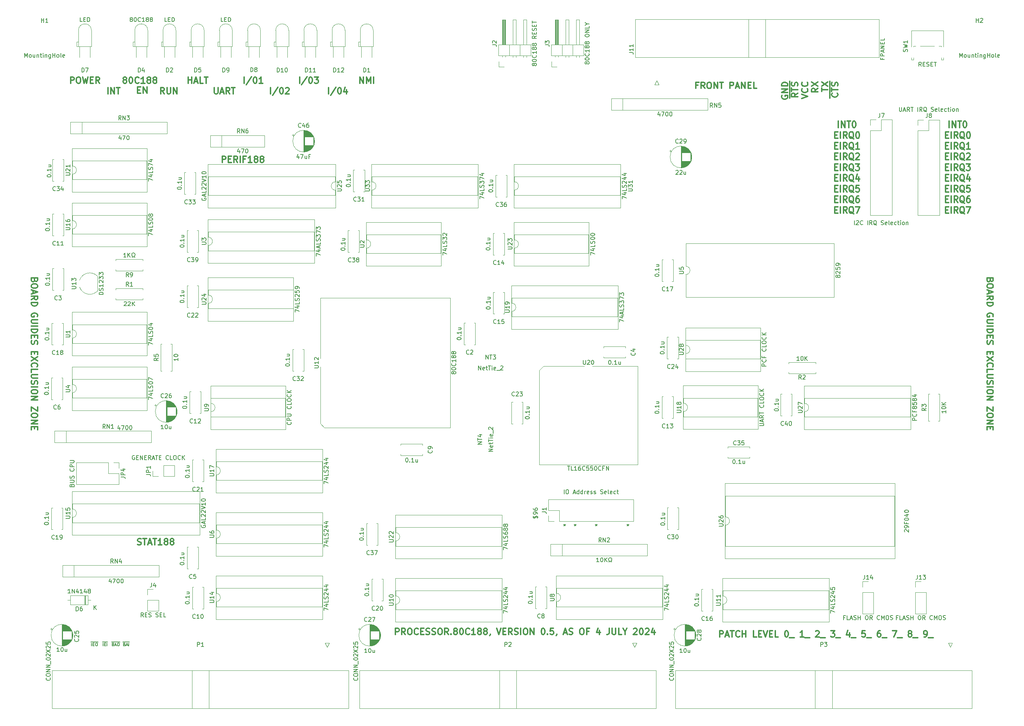
<source format=gbr>
%TF.GenerationSoftware,KiCad,Pcbnew,(6.0.11)*%
%TF.CreationDate,2024-07-20T15:46:00-05:00*%
%TF.ProjectId,processor.80C188,70726f63-6573-4736-9f72-2e3830433138,v1.2*%
%TF.SameCoordinates,Original*%
%TF.FileFunction,Legend,Top*%
%TF.FilePolarity,Positive*%
%FSLAX46Y46*%
G04 Gerber Fmt 4.6, Leading zero omitted, Abs format (unit mm)*
G04 Created by KiCad (PCBNEW (6.0.11)) date 2024-07-20 15:46:00*
%MOMM*%
%LPD*%
G01*
G04 APERTURE LIST*
%ADD10C,0.300000*%
%ADD11C,0.175000*%
%ADD12C,0.150000*%
%ADD13C,0.120000*%
G04 APERTURE END LIST*
D10*
X37607142Y-133285714D02*
X37535714Y-133500000D01*
X37464285Y-133571428D01*
X37321428Y-133642857D01*
X37107142Y-133642857D01*
X36964285Y-133571428D01*
X36892857Y-133500000D01*
X36821428Y-133357142D01*
X36821428Y-132785714D01*
X38321428Y-132785714D01*
X38321428Y-133285714D01*
X38250000Y-133428571D01*
X38178571Y-133500000D01*
X38035714Y-133571428D01*
X37892857Y-133571428D01*
X37750000Y-133500000D01*
X37678571Y-133428571D01*
X37607142Y-133285714D01*
X37607142Y-132785714D01*
X38321428Y-134571428D02*
X38321428Y-134857142D01*
X38250000Y-135000000D01*
X38107142Y-135142857D01*
X37821428Y-135214285D01*
X37321428Y-135214285D01*
X37035714Y-135142857D01*
X36892857Y-135000000D01*
X36821428Y-134857142D01*
X36821428Y-134571428D01*
X36892857Y-134428571D01*
X37035714Y-134285714D01*
X37321428Y-134214285D01*
X37821428Y-134214285D01*
X38107142Y-134285714D01*
X38250000Y-134428571D01*
X38321428Y-134571428D01*
X37250000Y-135785714D02*
X37250000Y-136500000D01*
X36821428Y-135642857D02*
X38321428Y-136142857D01*
X36821428Y-136642857D01*
X36821428Y-138000000D02*
X37535714Y-137500000D01*
X36821428Y-137142857D02*
X38321428Y-137142857D01*
X38321428Y-137714285D01*
X38250000Y-137857142D01*
X38178571Y-137928571D01*
X38035714Y-138000000D01*
X37821428Y-138000000D01*
X37678571Y-137928571D01*
X37607142Y-137857142D01*
X37535714Y-137714285D01*
X37535714Y-137142857D01*
X36821428Y-138642857D02*
X38321428Y-138642857D01*
X38321428Y-139000000D01*
X38250000Y-139214285D01*
X38107142Y-139357142D01*
X37964285Y-139428571D01*
X37678571Y-139500000D01*
X37464285Y-139500000D01*
X37178571Y-139428571D01*
X37035714Y-139357142D01*
X36892857Y-139214285D01*
X36821428Y-139000000D01*
X36821428Y-138642857D01*
X38250000Y-142071428D02*
X38321428Y-141928571D01*
X38321428Y-141714285D01*
X38250000Y-141500000D01*
X38107142Y-141357142D01*
X37964285Y-141285714D01*
X37678571Y-141214285D01*
X37464285Y-141214285D01*
X37178571Y-141285714D01*
X37035714Y-141357142D01*
X36892857Y-141500000D01*
X36821428Y-141714285D01*
X36821428Y-141857142D01*
X36892857Y-142071428D01*
X36964285Y-142142857D01*
X37464285Y-142142857D01*
X37464285Y-141857142D01*
X38321428Y-142785714D02*
X37107142Y-142785714D01*
X36964285Y-142857142D01*
X36892857Y-142928571D01*
X36821428Y-143071428D01*
X36821428Y-143357142D01*
X36892857Y-143500000D01*
X36964285Y-143571428D01*
X37107142Y-143642857D01*
X38321428Y-143642857D01*
X36821428Y-144357142D02*
X38321428Y-144357142D01*
X36821428Y-145071428D02*
X38321428Y-145071428D01*
X38321428Y-145428571D01*
X38250000Y-145642857D01*
X38107142Y-145785714D01*
X37964285Y-145857142D01*
X37678571Y-145928571D01*
X37464285Y-145928571D01*
X37178571Y-145857142D01*
X37035714Y-145785714D01*
X36892857Y-145642857D01*
X36821428Y-145428571D01*
X36821428Y-145071428D01*
X37607142Y-146571428D02*
X37607142Y-147071428D01*
X36821428Y-147285714D02*
X36821428Y-146571428D01*
X38321428Y-146571428D01*
X38321428Y-147285714D01*
X36892857Y-147857142D02*
X36821428Y-148071428D01*
X36821428Y-148428571D01*
X36892857Y-148571428D01*
X36964285Y-148642857D01*
X37107142Y-148714285D01*
X37250000Y-148714285D01*
X37392857Y-148642857D01*
X37464285Y-148571428D01*
X37535714Y-148428571D01*
X37607142Y-148142857D01*
X37678571Y-148000000D01*
X37750000Y-147928571D01*
X37892857Y-147857142D01*
X38035714Y-147857142D01*
X38178571Y-147928571D01*
X38250000Y-148000000D01*
X38321428Y-148142857D01*
X38321428Y-148500000D01*
X38250000Y-148714285D01*
X37607142Y-150500000D02*
X37607142Y-151000000D01*
X36821428Y-151214285D02*
X36821428Y-150500000D01*
X38321428Y-150500000D01*
X38321428Y-151214285D01*
X38321428Y-151714285D02*
X36821428Y-152714285D01*
X38321428Y-152714285D02*
X36821428Y-151714285D01*
X36964285Y-154142857D02*
X36892857Y-154071428D01*
X36821428Y-153857142D01*
X36821428Y-153714285D01*
X36892857Y-153500000D01*
X37035714Y-153357142D01*
X37178571Y-153285714D01*
X37464285Y-153214285D01*
X37678571Y-153214285D01*
X37964285Y-153285714D01*
X38107142Y-153357142D01*
X38250000Y-153500000D01*
X38321428Y-153714285D01*
X38321428Y-153857142D01*
X38250000Y-154071428D01*
X38178571Y-154142857D01*
X36821428Y-155500000D02*
X36821428Y-154785714D01*
X38321428Y-154785714D01*
X38321428Y-156000000D02*
X37107142Y-156000000D01*
X36964285Y-156071428D01*
X36892857Y-156142857D01*
X36821428Y-156285714D01*
X36821428Y-156571428D01*
X36892857Y-156714285D01*
X36964285Y-156785714D01*
X37107142Y-156857142D01*
X38321428Y-156857142D01*
X36892857Y-157500000D02*
X36821428Y-157714285D01*
X36821428Y-158071428D01*
X36892857Y-158214285D01*
X36964285Y-158285714D01*
X37107142Y-158357142D01*
X37250000Y-158357142D01*
X37392857Y-158285714D01*
X37464285Y-158214285D01*
X37535714Y-158071428D01*
X37607142Y-157785714D01*
X37678571Y-157642857D01*
X37750000Y-157571428D01*
X37892857Y-157500000D01*
X38035714Y-157500000D01*
X38178571Y-157571428D01*
X38250000Y-157642857D01*
X38321428Y-157785714D01*
X38321428Y-158142857D01*
X38250000Y-158357142D01*
X36821428Y-159000000D02*
X38321428Y-159000000D01*
X38321428Y-160000000D02*
X38321428Y-160285714D01*
X38250000Y-160428571D01*
X38107142Y-160571428D01*
X37821428Y-160642857D01*
X37321428Y-160642857D01*
X37035714Y-160571428D01*
X36892857Y-160428571D01*
X36821428Y-160285714D01*
X36821428Y-160000000D01*
X36892857Y-159857142D01*
X37035714Y-159714285D01*
X37321428Y-159642857D01*
X37821428Y-159642857D01*
X38107142Y-159714285D01*
X38250000Y-159857142D01*
X38321428Y-160000000D01*
X36821428Y-161285714D02*
X38321428Y-161285714D01*
X36821428Y-162142857D01*
X38321428Y-162142857D01*
X38321428Y-163857142D02*
X38321428Y-164857142D01*
X36821428Y-163857142D01*
X36821428Y-164857142D01*
X38321428Y-165714285D02*
X38321428Y-166000000D01*
X38250000Y-166142857D01*
X38107142Y-166285714D01*
X37821428Y-166357142D01*
X37321428Y-166357142D01*
X37035714Y-166285714D01*
X36892857Y-166142857D01*
X36821428Y-166000000D01*
X36821428Y-165714285D01*
X36892857Y-165571428D01*
X37035714Y-165428571D01*
X37321428Y-165357142D01*
X37821428Y-165357142D01*
X38107142Y-165428571D01*
X38250000Y-165571428D01*
X38321428Y-165714285D01*
X36821428Y-167000000D02*
X38321428Y-167000000D01*
X36821428Y-167857142D01*
X38321428Y-167857142D01*
X37607142Y-168571428D02*
X37607142Y-169071428D01*
X36821428Y-169285714D02*
X36821428Y-168571428D01*
X38321428Y-168571428D01*
X38321428Y-169285714D01*
X80867142Y-86938571D02*
X80867142Y-88152857D01*
X80938571Y-88295714D01*
X81010000Y-88367142D01*
X81152857Y-88438571D01*
X81438571Y-88438571D01*
X81581428Y-88367142D01*
X81652857Y-88295714D01*
X81724285Y-88152857D01*
X81724285Y-86938571D01*
X82367142Y-88010000D02*
X83081428Y-88010000D01*
X82224285Y-88438571D02*
X82724285Y-86938571D01*
X83224285Y-88438571D01*
X84581428Y-88438571D02*
X84081428Y-87724285D01*
X83724285Y-88438571D02*
X83724285Y-86938571D01*
X84295714Y-86938571D01*
X84438571Y-87010000D01*
X84510000Y-87081428D01*
X84581428Y-87224285D01*
X84581428Y-87438571D01*
X84510000Y-87581428D01*
X84438571Y-87652857D01*
X84295714Y-87724285D01*
X83724285Y-87724285D01*
X85010000Y-86938571D02*
X85867142Y-86938571D01*
X85438571Y-88438571D02*
X85438571Y-86938571D01*
D11*
X53908000Y-220419000D02*
X54241333Y-220419000D01*
X54074666Y-221316666D02*
X54074666Y-220616666D01*
X54241333Y-220419000D02*
X54874666Y-220419000D01*
X54408000Y-220950000D02*
X54641333Y-220950000D01*
X54741333Y-221316666D02*
X54408000Y-221316666D01*
X54408000Y-220616666D01*
X54741333Y-220616666D01*
X54874666Y-220419000D02*
X55208000Y-220419000D01*
X55041333Y-221316666D02*
X55041333Y-220616666D01*
X56081333Y-220419000D02*
X56781333Y-220419000D01*
X56481333Y-220950000D02*
X56581333Y-220983333D01*
X56614666Y-221016666D01*
X56648000Y-221083333D01*
X56648000Y-221183333D01*
X56614666Y-221250000D01*
X56581333Y-221283333D01*
X56514666Y-221316666D01*
X56248000Y-221316666D01*
X56248000Y-220616666D01*
X56481333Y-220616666D01*
X56548000Y-220650000D01*
X56581333Y-220683333D01*
X56614666Y-220750000D01*
X56614666Y-220816666D01*
X56581333Y-220883333D01*
X56548000Y-220916666D01*
X56481333Y-220950000D01*
X56248000Y-220950000D01*
X56781333Y-220419000D02*
X57381333Y-220419000D01*
X56914666Y-221116666D02*
X57248000Y-221116666D01*
X56848000Y-221316666D02*
X57081333Y-220616666D01*
X57314666Y-221316666D01*
X57381333Y-220419000D02*
X58114666Y-220419000D01*
X57681333Y-220616666D02*
X57814666Y-220616666D01*
X57881333Y-220650000D01*
X57948000Y-220716666D01*
X57981333Y-220850000D01*
X57981333Y-221083333D01*
X57948000Y-221216666D01*
X57881333Y-221283333D01*
X57814666Y-221316666D01*
X57681333Y-221316666D01*
X57614666Y-221283333D01*
X57548000Y-221216666D01*
X57514666Y-221083333D01*
X57514666Y-220850000D01*
X57548000Y-220716666D01*
X57614666Y-220650000D01*
X57681333Y-220616666D01*
X58821333Y-220419000D02*
X59521333Y-220419000D01*
X59221333Y-220950000D02*
X59321333Y-220983333D01*
X59354666Y-221016666D01*
X59388000Y-221083333D01*
X59388000Y-221183333D01*
X59354666Y-221250000D01*
X59321333Y-221283333D01*
X59254666Y-221316666D01*
X58988000Y-221316666D01*
X58988000Y-220616666D01*
X59221333Y-220616666D01*
X59288000Y-220650000D01*
X59321333Y-220683333D01*
X59354666Y-220750000D01*
X59354666Y-220816666D01*
X59321333Y-220883333D01*
X59288000Y-220916666D01*
X59221333Y-220950000D01*
X58988000Y-220950000D01*
X59521333Y-220419000D02*
X60121333Y-220419000D01*
X59654666Y-221116666D02*
X59988000Y-221116666D01*
X59588000Y-221316666D02*
X59821333Y-220616666D01*
X60054666Y-221316666D01*
X60121333Y-220419000D02*
X60454666Y-220419000D01*
X60288000Y-221316666D02*
X60288000Y-220616666D01*
D10*
X115907142Y-85898571D02*
X115907142Y-84398571D01*
X116764285Y-85898571D01*
X116764285Y-84398571D01*
X117478571Y-85898571D02*
X117478571Y-84398571D01*
X117978571Y-85470000D01*
X118478571Y-84398571D01*
X118478571Y-85898571D01*
X119192857Y-85898571D02*
X119192857Y-84398571D01*
X46245714Y-85898571D02*
X46245714Y-84398571D01*
X46817142Y-84398571D01*
X46960000Y-84470000D01*
X47031428Y-84541428D01*
X47102857Y-84684285D01*
X47102857Y-84898571D01*
X47031428Y-85041428D01*
X46960000Y-85112857D01*
X46817142Y-85184285D01*
X46245714Y-85184285D01*
X48031428Y-84398571D02*
X48317142Y-84398571D01*
X48460000Y-84470000D01*
X48602857Y-84612857D01*
X48674285Y-84898571D01*
X48674285Y-85398571D01*
X48602857Y-85684285D01*
X48460000Y-85827142D01*
X48317142Y-85898571D01*
X48031428Y-85898571D01*
X47888571Y-85827142D01*
X47745714Y-85684285D01*
X47674285Y-85398571D01*
X47674285Y-84898571D01*
X47745714Y-84612857D01*
X47888571Y-84470000D01*
X48031428Y-84398571D01*
X49174285Y-84398571D02*
X49531428Y-85898571D01*
X49817142Y-84827142D01*
X50102857Y-85898571D01*
X50460000Y-84398571D01*
X51031428Y-85112857D02*
X51531428Y-85112857D01*
X51745714Y-85898571D02*
X51031428Y-85898571D01*
X51031428Y-84398571D01*
X51745714Y-84398571D01*
X53245714Y-85898571D02*
X52745714Y-85184285D01*
X52388571Y-85898571D02*
X52388571Y-84398571D01*
X52960000Y-84398571D01*
X53102857Y-84470000D01*
X53174285Y-84541428D01*
X53245714Y-84684285D01*
X53245714Y-84898571D01*
X53174285Y-85041428D01*
X53102857Y-85112857D01*
X52960000Y-85184285D01*
X52388571Y-85184285D01*
X267607142Y-133285714D02*
X267535714Y-133500000D01*
X267464285Y-133571428D01*
X267321428Y-133642857D01*
X267107142Y-133642857D01*
X266964285Y-133571428D01*
X266892857Y-133500000D01*
X266821428Y-133357142D01*
X266821428Y-132785714D01*
X268321428Y-132785714D01*
X268321428Y-133285714D01*
X268250000Y-133428571D01*
X268178571Y-133500000D01*
X268035714Y-133571428D01*
X267892857Y-133571428D01*
X267750000Y-133500000D01*
X267678571Y-133428571D01*
X267607142Y-133285714D01*
X267607142Y-132785714D01*
X268321428Y-134571428D02*
X268321428Y-134857142D01*
X268250000Y-135000000D01*
X268107142Y-135142857D01*
X267821428Y-135214285D01*
X267321428Y-135214285D01*
X267035714Y-135142857D01*
X266892857Y-135000000D01*
X266821428Y-134857142D01*
X266821428Y-134571428D01*
X266892857Y-134428571D01*
X267035714Y-134285714D01*
X267321428Y-134214285D01*
X267821428Y-134214285D01*
X268107142Y-134285714D01*
X268250000Y-134428571D01*
X268321428Y-134571428D01*
X267250000Y-135785714D02*
X267250000Y-136500000D01*
X266821428Y-135642857D02*
X268321428Y-136142857D01*
X266821428Y-136642857D01*
X266821428Y-138000000D02*
X267535714Y-137500000D01*
X266821428Y-137142857D02*
X268321428Y-137142857D01*
X268321428Y-137714285D01*
X268250000Y-137857142D01*
X268178571Y-137928571D01*
X268035714Y-138000000D01*
X267821428Y-138000000D01*
X267678571Y-137928571D01*
X267607142Y-137857142D01*
X267535714Y-137714285D01*
X267535714Y-137142857D01*
X266821428Y-138642857D02*
X268321428Y-138642857D01*
X268321428Y-139000000D01*
X268250000Y-139214285D01*
X268107142Y-139357142D01*
X267964285Y-139428571D01*
X267678571Y-139500000D01*
X267464285Y-139500000D01*
X267178571Y-139428571D01*
X267035714Y-139357142D01*
X266892857Y-139214285D01*
X266821428Y-139000000D01*
X266821428Y-138642857D01*
X268250000Y-142071428D02*
X268321428Y-141928571D01*
X268321428Y-141714285D01*
X268250000Y-141500000D01*
X268107142Y-141357142D01*
X267964285Y-141285714D01*
X267678571Y-141214285D01*
X267464285Y-141214285D01*
X267178571Y-141285714D01*
X267035714Y-141357142D01*
X266892857Y-141500000D01*
X266821428Y-141714285D01*
X266821428Y-141857142D01*
X266892857Y-142071428D01*
X266964285Y-142142857D01*
X267464285Y-142142857D01*
X267464285Y-141857142D01*
X268321428Y-142785714D02*
X267107142Y-142785714D01*
X266964285Y-142857142D01*
X266892857Y-142928571D01*
X266821428Y-143071428D01*
X266821428Y-143357142D01*
X266892857Y-143500000D01*
X266964285Y-143571428D01*
X267107142Y-143642857D01*
X268321428Y-143642857D01*
X266821428Y-144357142D02*
X268321428Y-144357142D01*
X266821428Y-145071428D02*
X268321428Y-145071428D01*
X268321428Y-145428571D01*
X268250000Y-145642857D01*
X268107142Y-145785714D01*
X267964285Y-145857142D01*
X267678571Y-145928571D01*
X267464285Y-145928571D01*
X267178571Y-145857142D01*
X267035714Y-145785714D01*
X266892857Y-145642857D01*
X266821428Y-145428571D01*
X266821428Y-145071428D01*
X267607142Y-146571428D02*
X267607142Y-147071428D01*
X266821428Y-147285714D02*
X266821428Y-146571428D01*
X268321428Y-146571428D01*
X268321428Y-147285714D01*
X266892857Y-147857142D02*
X266821428Y-148071428D01*
X266821428Y-148428571D01*
X266892857Y-148571428D01*
X266964285Y-148642857D01*
X267107142Y-148714285D01*
X267250000Y-148714285D01*
X267392857Y-148642857D01*
X267464285Y-148571428D01*
X267535714Y-148428571D01*
X267607142Y-148142857D01*
X267678571Y-148000000D01*
X267750000Y-147928571D01*
X267892857Y-147857142D01*
X268035714Y-147857142D01*
X268178571Y-147928571D01*
X268250000Y-148000000D01*
X268321428Y-148142857D01*
X268321428Y-148500000D01*
X268250000Y-148714285D01*
X267607142Y-150500000D02*
X267607142Y-151000000D01*
X266821428Y-151214285D02*
X266821428Y-150500000D01*
X268321428Y-150500000D01*
X268321428Y-151214285D01*
X268321428Y-151714285D02*
X266821428Y-152714285D01*
X268321428Y-152714285D02*
X266821428Y-151714285D01*
X266964285Y-154142857D02*
X266892857Y-154071428D01*
X266821428Y-153857142D01*
X266821428Y-153714285D01*
X266892857Y-153500000D01*
X267035714Y-153357142D01*
X267178571Y-153285714D01*
X267464285Y-153214285D01*
X267678571Y-153214285D01*
X267964285Y-153285714D01*
X268107142Y-153357142D01*
X268250000Y-153500000D01*
X268321428Y-153714285D01*
X268321428Y-153857142D01*
X268250000Y-154071428D01*
X268178571Y-154142857D01*
X266821428Y-155500000D02*
X266821428Y-154785714D01*
X268321428Y-154785714D01*
X268321428Y-156000000D02*
X267107142Y-156000000D01*
X266964285Y-156071428D01*
X266892857Y-156142857D01*
X266821428Y-156285714D01*
X266821428Y-156571428D01*
X266892857Y-156714285D01*
X266964285Y-156785714D01*
X267107142Y-156857142D01*
X268321428Y-156857142D01*
X266892857Y-157500000D02*
X266821428Y-157714285D01*
X266821428Y-158071428D01*
X266892857Y-158214285D01*
X266964285Y-158285714D01*
X267107142Y-158357142D01*
X267250000Y-158357142D01*
X267392857Y-158285714D01*
X267464285Y-158214285D01*
X267535714Y-158071428D01*
X267607142Y-157785714D01*
X267678571Y-157642857D01*
X267750000Y-157571428D01*
X267892857Y-157500000D01*
X268035714Y-157500000D01*
X268178571Y-157571428D01*
X268250000Y-157642857D01*
X268321428Y-157785714D01*
X268321428Y-158142857D01*
X268250000Y-158357142D01*
X266821428Y-159000000D02*
X268321428Y-159000000D01*
X268321428Y-160000000D02*
X268321428Y-160285714D01*
X268250000Y-160428571D01*
X268107142Y-160571428D01*
X267821428Y-160642857D01*
X267321428Y-160642857D01*
X267035714Y-160571428D01*
X266892857Y-160428571D01*
X266821428Y-160285714D01*
X266821428Y-160000000D01*
X266892857Y-159857142D01*
X267035714Y-159714285D01*
X267321428Y-159642857D01*
X267821428Y-159642857D01*
X268107142Y-159714285D01*
X268250000Y-159857142D01*
X268321428Y-160000000D01*
X266821428Y-161285714D02*
X268321428Y-161285714D01*
X266821428Y-162142857D01*
X268321428Y-162142857D01*
X268321428Y-163857142D02*
X268321428Y-164857142D01*
X266821428Y-163857142D01*
X266821428Y-164857142D01*
X268321428Y-165714285D02*
X268321428Y-166000000D01*
X268250000Y-166142857D01*
X268107142Y-166285714D01*
X267821428Y-166357142D01*
X267321428Y-166357142D01*
X267035714Y-166285714D01*
X266892857Y-166142857D01*
X266821428Y-166000000D01*
X266821428Y-165714285D01*
X266892857Y-165571428D01*
X267035714Y-165428571D01*
X267321428Y-165357142D01*
X267821428Y-165357142D01*
X268107142Y-165428571D01*
X268250000Y-165571428D01*
X268321428Y-165714285D01*
X266821428Y-167000000D02*
X268321428Y-167000000D01*
X266821428Y-167857142D01*
X268321428Y-167857142D01*
X267607142Y-168571428D02*
X267607142Y-169071428D01*
X266821428Y-169285714D02*
X266821428Y-168571428D01*
X268321428Y-168571428D01*
X268321428Y-169285714D01*
D12*
X180415000Y-191987380D02*
X180415000Y-192225476D01*
X180176904Y-192130238D02*
X180415000Y-192225476D01*
X180653095Y-192130238D01*
X180272142Y-192415952D02*
X180415000Y-192225476D01*
X180557857Y-192415952D01*
D11*
X51150000Y-220419000D02*
X51483333Y-220419000D01*
X51316666Y-221316666D02*
X51316666Y-220616666D01*
X51483333Y-220419000D02*
X52116666Y-220419000D01*
X51650000Y-220950000D02*
X51883333Y-220950000D01*
X51983333Y-221316666D02*
X51650000Y-221316666D01*
X51650000Y-220616666D01*
X51983333Y-220616666D01*
X52116666Y-220419000D02*
X52850000Y-220419000D01*
X52416666Y-220616666D02*
X52550000Y-220616666D01*
X52616666Y-220650000D01*
X52683333Y-220716666D01*
X52716666Y-220850000D01*
X52716666Y-221083333D01*
X52683333Y-221216666D01*
X52616666Y-221283333D01*
X52550000Y-221316666D01*
X52416666Y-221316666D01*
X52350000Y-221283333D01*
X52283333Y-221216666D01*
X52250000Y-221083333D01*
X52250000Y-220850000D01*
X52283333Y-220716666D01*
X52350000Y-220650000D01*
X52416666Y-220616666D01*
D12*
X167715000Y-191987380D02*
X167715000Y-192225476D01*
X167476904Y-192130238D02*
X167715000Y-192225476D01*
X167953095Y-192130238D01*
X167572142Y-192415952D02*
X167715000Y-192225476D01*
X167857857Y-192415952D01*
D10*
X101365714Y-85898571D02*
X101365714Y-84398571D01*
X103151428Y-84327142D02*
X101865714Y-86255714D01*
X103937142Y-84398571D02*
X104080000Y-84398571D01*
X104222857Y-84470000D01*
X104294285Y-84541428D01*
X104365714Y-84684285D01*
X104437142Y-84970000D01*
X104437142Y-85327142D01*
X104365714Y-85612857D01*
X104294285Y-85755714D01*
X104222857Y-85827142D01*
X104080000Y-85898571D01*
X103937142Y-85898571D01*
X103794285Y-85827142D01*
X103722857Y-85755714D01*
X103651428Y-85612857D01*
X103580000Y-85327142D01*
X103580000Y-84970000D01*
X103651428Y-84684285D01*
X103722857Y-84541428D01*
X103794285Y-84470000D01*
X103937142Y-84398571D01*
X104937142Y-84398571D02*
X105865714Y-84398571D01*
X105365714Y-84970000D01*
X105580000Y-84970000D01*
X105722857Y-85041428D01*
X105794285Y-85112857D01*
X105865714Y-85255714D01*
X105865714Y-85612857D01*
X105794285Y-85755714D01*
X105722857Y-85827142D01*
X105580000Y-85898571D01*
X105151428Y-85898571D01*
X105008571Y-85827142D01*
X104937142Y-85755714D01*
X217442500Y-88843571D02*
X217371071Y-88986428D01*
X217371071Y-89200714D01*
X217442500Y-89415000D01*
X217585357Y-89557857D01*
X217728214Y-89629285D01*
X218013928Y-89700714D01*
X218228214Y-89700714D01*
X218513928Y-89629285D01*
X218656785Y-89557857D01*
X218799642Y-89415000D01*
X218871071Y-89200714D01*
X218871071Y-89057857D01*
X218799642Y-88843571D01*
X218728214Y-88772142D01*
X218228214Y-88772142D01*
X218228214Y-89057857D01*
X218871071Y-88129285D02*
X217371071Y-88129285D01*
X218871071Y-87272142D01*
X217371071Y-87272142D01*
X218871071Y-86557857D02*
X217371071Y-86557857D01*
X217371071Y-86200714D01*
X217442500Y-85986428D01*
X217585357Y-85843571D01*
X217728214Y-85772142D01*
X218013928Y-85700714D01*
X218228214Y-85700714D01*
X218513928Y-85772142D01*
X218656785Y-85843571D01*
X218799642Y-85986428D01*
X218871071Y-86200714D01*
X218871071Y-86557857D01*
X219362500Y-89486428D02*
X219362500Y-87986428D01*
X221286071Y-88272142D02*
X220571785Y-88772142D01*
X221286071Y-89129285D02*
X219786071Y-89129285D01*
X219786071Y-88557857D01*
X219857500Y-88415000D01*
X219928928Y-88343571D01*
X220071785Y-88272142D01*
X220286071Y-88272142D01*
X220428928Y-88343571D01*
X220500357Y-88415000D01*
X220571785Y-88557857D01*
X220571785Y-89129285D01*
X219362500Y-87986428D02*
X219362500Y-86843571D01*
X219786071Y-87843571D02*
X219786071Y-86986428D01*
X221286071Y-87415000D02*
X219786071Y-87415000D01*
X219362500Y-86843571D02*
X219362500Y-85415000D01*
X221214642Y-86557857D02*
X221286071Y-86343571D01*
X221286071Y-85986428D01*
X221214642Y-85843571D01*
X221143214Y-85772142D01*
X221000357Y-85700714D01*
X220857500Y-85700714D01*
X220714642Y-85772142D01*
X220643214Y-85843571D01*
X220571785Y-85986428D01*
X220500357Y-86272142D01*
X220428928Y-86415000D01*
X220357500Y-86486428D01*
X220214642Y-86557857D01*
X220071785Y-86557857D01*
X219928928Y-86486428D01*
X219857500Y-86415000D01*
X219786071Y-86272142D01*
X219786071Y-85915000D01*
X219857500Y-85700714D01*
X222201071Y-89557857D02*
X223701071Y-89057857D01*
X222201071Y-88557857D01*
X223558214Y-87200714D02*
X223629642Y-87272142D01*
X223701071Y-87486428D01*
X223701071Y-87629285D01*
X223629642Y-87843571D01*
X223486785Y-87986428D01*
X223343928Y-88057857D01*
X223058214Y-88129285D01*
X222843928Y-88129285D01*
X222558214Y-88057857D01*
X222415357Y-87986428D01*
X222272500Y-87843571D01*
X222201071Y-87629285D01*
X222201071Y-87486428D01*
X222272500Y-87272142D01*
X222343928Y-87200714D01*
X223558214Y-85700714D02*
X223629642Y-85772142D01*
X223701071Y-85986428D01*
X223701071Y-86129285D01*
X223629642Y-86343571D01*
X223486785Y-86486428D01*
X223343928Y-86557857D01*
X223058214Y-86629285D01*
X222843928Y-86629285D01*
X222558214Y-86557857D01*
X222415357Y-86486428D01*
X222272500Y-86343571D01*
X222201071Y-86129285D01*
X222201071Y-85986428D01*
X222272500Y-85772142D01*
X222343928Y-85700714D01*
X226116071Y-87129285D02*
X225401785Y-87629285D01*
X226116071Y-87986428D02*
X224616071Y-87986428D01*
X224616071Y-87415000D01*
X224687500Y-87272142D01*
X224758928Y-87200714D01*
X224901785Y-87129285D01*
X225116071Y-87129285D01*
X225258928Y-87200714D01*
X225330357Y-87272142D01*
X225401785Y-87415000D01*
X225401785Y-87986428D01*
X224616071Y-86629285D02*
X226116071Y-85629285D01*
X224616071Y-85629285D02*
X226116071Y-86629285D01*
X227031071Y-87843571D02*
X227031071Y-86986428D01*
X228531071Y-87415000D02*
X227031071Y-87415000D01*
X227031071Y-86629285D02*
X228531071Y-85629285D01*
X227031071Y-85629285D02*
X228531071Y-86629285D01*
X229022500Y-89486428D02*
X229022500Y-87986428D01*
X230803214Y-88272142D02*
X230874642Y-88343571D01*
X230946071Y-88557857D01*
X230946071Y-88700714D01*
X230874642Y-88915000D01*
X230731785Y-89057857D01*
X230588928Y-89129285D01*
X230303214Y-89200714D01*
X230088928Y-89200714D01*
X229803214Y-89129285D01*
X229660357Y-89057857D01*
X229517500Y-88915000D01*
X229446071Y-88700714D01*
X229446071Y-88557857D01*
X229517500Y-88343571D01*
X229588928Y-88272142D01*
X229022500Y-87986428D02*
X229022500Y-86843571D01*
X229446071Y-87843571D02*
X229446071Y-86986428D01*
X230946071Y-87415000D02*
X229446071Y-87415000D01*
X229022500Y-86843571D02*
X229022500Y-85415000D01*
X230874642Y-86557857D02*
X230946071Y-86343571D01*
X230946071Y-85986428D01*
X230874642Y-85843571D01*
X230803214Y-85772142D01*
X230660357Y-85700714D01*
X230517500Y-85700714D01*
X230374642Y-85772142D01*
X230303214Y-85843571D01*
X230231785Y-85986428D01*
X230160357Y-86272142D01*
X230088928Y-86415000D01*
X230017500Y-86486428D01*
X229874642Y-86557857D01*
X229731785Y-86557857D01*
X229588928Y-86486428D01*
X229517500Y-86415000D01*
X229446071Y-86272142D01*
X229446071Y-85915000D01*
X229517500Y-85700714D01*
X124471428Y-218613571D02*
X124471428Y-217113571D01*
X125042857Y-217113571D01*
X125185714Y-217185000D01*
X125257142Y-217256428D01*
X125328571Y-217399285D01*
X125328571Y-217613571D01*
X125257142Y-217756428D01*
X125185714Y-217827857D01*
X125042857Y-217899285D01*
X124471428Y-217899285D01*
X126828571Y-218613571D02*
X126328571Y-217899285D01*
X125971428Y-218613571D02*
X125971428Y-217113571D01*
X126542857Y-217113571D01*
X126685714Y-217185000D01*
X126757142Y-217256428D01*
X126828571Y-217399285D01*
X126828571Y-217613571D01*
X126757142Y-217756428D01*
X126685714Y-217827857D01*
X126542857Y-217899285D01*
X125971428Y-217899285D01*
X127757142Y-217113571D02*
X128042857Y-217113571D01*
X128185714Y-217185000D01*
X128328571Y-217327857D01*
X128400000Y-217613571D01*
X128400000Y-218113571D01*
X128328571Y-218399285D01*
X128185714Y-218542142D01*
X128042857Y-218613571D01*
X127757142Y-218613571D01*
X127614285Y-218542142D01*
X127471428Y-218399285D01*
X127400000Y-218113571D01*
X127400000Y-217613571D01*
X127471428Y-217327857D01*
X127614285Y-217185000D01*
X127757142Y-217113571D01*
X129900000Y-218470714D02*
X129828571Y-218542142D01*
X129614285Y-218613571D01*
X129471428Y-218613571D01*
X129257142Y-218542142D01*
X129114285Y-218399285D01*
X129042857Y-218256428D01*
X128971428Y-217970714D01*
X128971428Y-217756428D01*
X129042857Y-217470714D01*
X129114285Y-217327857D01*
X129257142Y-217185000D01*
X129471428Y-217113571D01*
X129614285Y-217113571D01*
X129828571Y-217185000D01*
X129900000Y-217256428D01*
X130542857Y-217827857D02*
X131042857Y-217827857D01*
X131257142Y-218613571D02*
X130542857Y-218613571D01*
X130542857Y-217113571D01*
X131257142Y-217113571D01*
X131828571Y-218542142D02*
X132042857Y-218613571D01*
X132400000Y-218613571D01*
X132542857Y-218542142D01*
X132614285Y-218470714D01*
X132685714Y-218327857D01*
X132685714Y-218185000D01*
X132614285Y-218042142D01*
X132542857Y-217970714D01*
X132400000Y-217899285D01*
X132114285Y-217827857D01*
X131971428Y-217756428D01*
X131900000Y-217685000D01*
X131828571Y-217542142D01*
X131828571Y-217399285D01*
X131900000Y-217256428D01*
X131971428Y-217185000D01*
X132114285Y-217113571D01*
X132471428Y-217113571D01*
X132685714Y-217185000D01*
X133257142Y-218542142D02*
X133471428Y-218613571D01*
X133828571Y-218613571D01*
X133971428Y-218542142D01*
X134042857Y-218470714D01*
X134114285Y-218327857D01*
X134114285Y-218185000D01*
X134042857Y-218042142D01*
X133971428Y-217970714D01*
X133828571Y-217899285D01*
X133542857Y-217827857D01*
X133400000Y-217756428D01*
X133328571Y-217685000D01*
X133257142Y-217542142D01*
X133257142Y-217399285D01*
X133328571Y-217256428D01*
X133400000Y-217185000D01*
X133542857Y-217113571D01*
X133900000Y-217113571D01*
X134114285Y-217185000D01*
X135042857Y-217113571D02*
X135328571Y-217113571D01*
X135471428Y-217185000D01*
X135614285Y-217327857D01*
X135685714Y-217613571D01*
X135685714Y-218113571D01*
X135614285Y-218399285D01*
X135471428Y-218542142D01*
X135328571Y-218613571D01*
X135042857Y-218613571D01*
X134900000Y-218542142D01*
X134757142Y-218399285D01*
X134685714Y-218113571D01*
X134685714Y-217613571D01*
X134757142Y-217327857D01*
X134900000Y-217185000D01*
X135042857Y-217113571D01*
X137185714Y-218613571D02*
X136685714Y-217899285D01*
X136328571Y-218613571D02*
X136328571Y-217113571D01*
X136900000Y-217113571D01*
X137042857Y-217185000D01*
X137114285Y-217256428D01*
X137185714Y-217399285D01*
X137185714Y-217613571D01*
X137114285Y-217756428D01*
X137042857Y-217827857D01*
X136900000Y-217899285D01*
X136328571Y-217899285D01*
X137828571Y-218470714D02*
X137900000Y-218542142D01*
X137828571Y-218613571D01*
X137757142Y-218542142D01*
X137828571Y-218470714D01*
X137828571Y-218613571D01*
X138757142Y-217756428D02*
X138614285Y-217685000D01*
X138542857Y-217613571D01*
X138471428Y-217470714D01*
X138471428Y-217399285D01*
X138542857Y-217256428D01*
X138614285Y-217185000D01*
X138757142Y-217113571D01*
X139042857Y-217113571D01*
X139185714Y-217185000D01*
X139257142Y-217256428D01*
X139328571Y-217399285D01*
X139328571Y-217470714D01*
X139257142Y-217613571D01*
X139185714Y-217685000D01*
X139042857Y-217756428D01*
X138757142Y-217756428D01*
X138614285Y-217827857D01*
X138542857Y-217899285D01*
X138471428Y-218042142D01*
X138471428Y-218327857D01*
X138542857Y-218470714D01*
X138614285Y-218542142D01*
X138757142Y-218613571D01*
X139042857Y-218613571D01*
X139185714Y-218542142D01*
X139257142Y-218470714D01*
X139328571Y-218327857D01*
X139328571Y-218042142D01*
X139257142Y-217899285D01*
X139185714Y-217827857D01*
X139042857Y-217756428D01*
X140257142Y-217113571D02*
X140400000Y-217113571D01*
X140542857Y-217185000D01*
X140614285Y-217256428D01*
X140685714Y-217399285D01*
X140757142Y-217685000D01*
X140757142Y-218042142D01*
X140685714Y-218327857D01*
X140614285Y-218470714D01*
X140542857Y-218542142D01*
X140400000Y-218613571D01*
X140257142Y-218613571D01*
X140114285Y-218542142D01*
X140042857Y-218470714D01*
X139971428Y-218327857D01*
X139900000Y-218042142D01*
X139900000Y-217685000D01*
X139971428Y-217399285D01*
X140042857Y-217256428D01*
X140114285Y-217185000D01*
X140257142Y-217113571D01*
X142257142Y-218470714D02*
X142185714Y-218542142D01*
X141971428Y-218613571D01*
X141828571Y-218613571D01*
X141614285Y-218542142D01*
X141471428Y-218399285D01*
X141400000Y-218256428D01*
X141328571Y-217970714D01*
X141328571Y-217756428D01*
X141400000Y-217470714D01*
X141471428Y-217327857D01*
X141614285Y-217185000D01*
X141828571Y-217113571D01*
X141971428Y-217113571D01*
X142185714Y-217185000D01*
X142257142Y-217256428D01*
X143685714Y-218613571D02*
X142828571Y-218613571D01*
X143257142Y-218613571D02*
X143257142Y-217113571D01*
X143114285Y-217327857D01*
X142971428Y-217470714D01*
X142828571Y-217542142D01*
X144542857Y-217756428D02*
X144400000Y-217685000D01*
X144328571Y-217613571D01*
X144257142Y-217470714D01*
X144257142Y-217399285D01*
X144328571Y-217256428D01*
X144400000Y-217185000D01*
X144542857Y-217113571D01*
X144828571Y-217113571D01*
X144971428Y-217185000D01*
X145042857Y-217256428D01*
X145114285Y-217399285D01*
X145114285Y-217470714D01*
X145042857Y-217613571D01*
X144971428Y-217685000D01*
X144828571Y-217756428D01*
X144542857Y-217756428D01*
X144400000Y-217827857D01*
X144328571Y-217899285D01*
X144257142Y-218042142D01*
X144257142Y-218327857D01*
X144328571Y-218470714D01*
X144400000Y-218542142D01*
X144542857Y-218613571D01*
X144828571Y-218613571D01*
X144971428Y-218542142D01*
X145042857Y-218470714D01*
X145114285Y-218327857D01*
X145114285Y-218042142D01*
X145042857Y-217899285D01*
X144971428Y-217827857D01*
X144828571Y-217756428D01*
X145971428Y-217756428D02*
X145828571Y-217685000D01*
X145757142Y-217613571D01*
X145685714Y-217470714D01*
X145685714Y-217399285D01*
X145757142Y-217256428D01*
X145828571Y-217185000D01*
X145971428Y-217113571D01*
X146257142Y-217113571D01*
X146400000Y-217185000D01*
X146471428Y-217256428D01*
X146542857Y-217399285D01*
X146542857Y-217470714D01*
X146471428Y-217613571D01*
X146400000Y-217685000D01*
X146257142Y-217756428D01*
X145971428Y-217756428D01*
X145828571Y-217827857D01*
X145757142Y-217899285D01*
X145685714Y-218042142D01*
X145685714Y-218327857D01*
X145757142Y-218470714D01*
X145828571Y-218542142D01*
X145971428Y-218613571D01*
X146257142Y-218613571D01*
X146400000Y-218542142D01*
X146471428Y-218470714D01*
X146542857Y-218327857D01*
X146542857Y-218042142D01*
X146471428Y-217899285D01*
X146400000Y-217827857D01*
X146257142Y-217756428D01*
X147257142Y-218542142D02*
X147257142Y-218613571D01*
X147185714Y-218756428D01*
X147114285Y-218827857D01*
X148828571Y-217113571D02*
X149328571Y-218613571D01*
X149828571Y-217113571D01*
X150328571Y-217827857D02*
X150828571Y-217827857D01*
X151042857Y-218613571D02*
X150328571Y-218613571D01*
X150328571Y-217113571D01*
X151042857Y-217113571D01*
X152542857Y-218613571D02*
X152042857Y-217899285D01*
X151685714Y-218613571D02*
X151685714Y-217113571D01*
X152257142Y-217113571D01*
X152400000Y-217185000D01*
X152471428Y-217256428D01*
X152542857Y-217399285D01*
X152542857Y-217613571D01*
X152471428Y-217756428D01*
X152400000Y-217827857D01*
X152257142Y-217899285D01*
X151685714Y-217899285D01*
X153114285Y-218542142D02*
X153328571Y-218613571D01*
X153685714Y-218613571D01*
X153828571Y-218542142D01*
X153900000Y-218470714D01*
X153971428Y-218327857D01*
X153971428Y-218185000D01*
X153900000Y-218042142D01*
X153828571Y-217970714D01*
X153685714Y-217899285D01*
X153400000Y-217827857D01*
X153257142Y-217756428D01*
X153185714Y-217685000D01*
X153114285Y-217542142D01*
X153114285Y-217399285D01*
X153185714Y-217256428D01*
X153257142Y-217185000D01*
X153400000Y-217113571D01*
X153757142Y-217113571D01*
X153971428Y-217185000D01*
X154614285Y-218613571D02*
X154614285Y-217113571D01*
X155614285Y-217113571D02*
X155900000Y-217113571D01*
X156042857Y-217185000D01*
X156185714Y-217327857D01*
X156257142Y-217613571D01*
X156257142Y-218113571D01*
X156185714Y-218399285D01*
X156042857Y-218542142D01*
X155900000Y-218613571D01*
X155614285Y-218613571D01*
X155471428Y-218542142D01*
X155328571Y-218399285D01*
X155257142Y-218113571D01*
X155257142Y-217613571D01*
X155328571Y-217327857D01*
X155471428Y-217185000D01*
X155614285Y-217113571D01*
X156900000Y-218613571D02*
X156900000Y-217113571D01*
X157757142Y-218613571D01*
X157757142Y-217113571D01*
X159900000Y-217113571D02*
X160042857Y-217113571D01*
X160185714Y-217185000D01*
X160257142Y-217256428D01*
X160328571Y-217399285D01*
X160400000Y-217685000D01*
X160400000Y-218042142D01*
X160328571Y-218327857D01*
X160257142Y-218470714D01*
X160185714Y-218542142D01*
X160042857Y-218613571D01*
X159900000Y-218613571D01*
X159757142Y-218542142D01*
X159685714Y-218470714D01*
X159614285Y-218327857D01*
X159542857Y-218042142D01*
X159542857Y-217685000D01*
X159614285Y-217399285D01*
X159685714Y-217256428D01*
X159757142Y-217185000D01*
X159900000Y-217113571D01*
X161042857Y-218470714D02*
X161114285Y-218542142D01*
X161042857Y-218613571D01*
X160971428Y-218542142D01*
X161042857Y-218470714D01*
X161042857Y-218613571D01*
X162471428Y-217113571D02*
X161757142Y-217113571D01*
X161685714Y-217827857D01*
X161757142Y-217756428D01*
X161900000Y-217685000D01*
X162257142Y-217685000D01*
X162400000Y-217756428D01*
X162471428Y-217827857D01*
X162542857Y-217970714D01*
X162542857Y-218327857D01*
X162471428Y-218470714D01*
X162400000Y-218542142D01*
X162257142Y-218613571D01*
X161900000Y-218613571D01*
X161757142Y-218542142D01*
X161685714Y-218470714D01*
X163257142Y-218542142D02*
X163257142Y-218613571D01*
X163185714Y-218756428D01*
X163114285Y-218827857D01*
X164971428Y-218185000D02*
X165685714Y-218185000D01*
X164828571Y-218613571D02*
X165328571Y-217113571D01*
X165828571Y-218613571D01*
X166257142Y-218542142D02*
X166471428Y-218613571D01*
X166828571Y-218613571D01*
X166971428Y-218542142D01*
X167042857Y-218470714D01*
X167114285Y-218327857D01*
X167114285Y-218185000D01*
X167042857Y-218042142D01*
X166971428Y-217970714D01*
X166828571Y-217899285D01*
X166542857Y-217827857D01*
X166400000Y-217756428D01*
X166328571Y-217685000D01*
X166257142Y-217542142D01*
X166257142Y-217399285D01*
X166328571Y-217256428D01*
X166400000Y-217185000D01*
X166542857Y-217113571D01*
X166900000Y-217113571D01*
X167114285Y-217185000D01*
X169185714Y-217113571D02*
X169471428Y-217113571D01*
X169614285Y-217185000D01*
X169757142Y-217327857D01*
X169828571Y-217613571D01*
X169828571Y-218113571D01*
X169757142Y-218399285D01*
X169614285Y-218542142D01*
X169471428Y-218613571D01*
X169185714Y-218613571D01*
X169042857Y-218542142D01*
X168900000Y-218399285D01*
X168828571Y-218113571D01*
X168828571Y-217613571D01*
X168900000Y-217327857D01*
X169042857Y-217185000D01*
X169185714Y-217113571D01*
X170971428Y-217827857D02*
X170471428Y-217827857D01*
X170471428Y-218613571D02*
X170471428Y-217113571D01*
X171185714Y-217113571D01*
X173542857Y-217613571D02*
X173542857Y-218613571D01*
X173185714Y-217042142D02*
X172828571Y-218113571D01*
X173757142Y-218113571D01*
X175900000Y-217113571D02*
X175900000Y-218185000D01*
X175828571Y-218399285D01*
X175685714Y-218542142D01*
X175471428Y-218613571D01*
X175328571Y-218613571D01*
X176614285Y-217113571D02*
X176614285Y-218327857D01*
X176685714Y-218470714D01*
X176757142Y-218542142D01*
X176900000Y-218613571D01*
X177185714Y-218613571D01*
X177328571Y-218542142D01*
X177400000Y-218470714D01*
X177471428Y-218327857D01*
X177471428Y-217113571D01*
X178900000Y-218613571D02*
X178185714Y-218613571D01*
X178185714Y-217113571D01*
X179685714Y-217899285D02*
X179685714Y-218613571D01*
X179185714Y-217113571D02*
X179685714Y-217899285D01*
X180185714Y-217113571D01*
X181757142Y-217256428D02*
X181828571Y-217185000D01*
X181971428Y-217113571D01*
X182328571Y-217113571D01*
X182471428Y-217185000D01*
X182542857Y-217256428D01*
X182614285Y-217399285D01*
X182614285Y-217542142D01*
X182542857Y-217756428D01*
X181685714Y-218613571D01*
X182614285Y-218613571D01*
X183542857Y-217113571D02*
X183685714Y-217113571D01*
X183828571Y-217185000D01*
X183900000Y-217256428D01*
X183971428Y-217399285D01*
X184042857Y-217685000D01*
X184042857Y-218042142D01*
X183971428Y-218327857D01*
X183900000Y-218470714D01*
X183828571Y-218542142D01*
X183685714Y-218613571D01*
X183542857Y-218613571D01*
X183400000Y-218542142D01*
X183328571Y-218470714D01*
X183257142Y-218327857D01*
X183185714Y-218042142D01*
X183185714Y-217685000D01*
X183257142Y-217399285D01*
X183328571Y-217256428D01*
X183400000Y-217185000D01*
X183542857Y-217113571D01*
X184614285Y-217256428D02*
X184685714Y-217185000D01*
X184828571Y-217113571D01*
X185185714Y-217113571D01*
X185328571Y-217185000D01*
X185400000Y-217256428D01*
X185471428Y-217399285D01*
X185471428Y-217542142D01*
X185400000Y-217756428D01*
X184542857Y-218613571D01*
X185471428Y-218613571D01*
X186757142Y-217613571D02*
X186757142Y-218613571D01*
X186400000Y-217042142D02*
X186042857Y-218113571D01*
X186971428Y-218113571D01*
X82740714Y-104948571D02*
X82740714Y-103448571D01*
X83312142Y-103448571D01*
X83455000Y-103520000D01*
X83526428Y-103591428D01*
X83597857Y-103734285D01*
X83597857Y-103948571D01*
X83526428Y-104091428D01*
X83455000Y-104162857D01*
X83312142Y-104234285D01*
X82740714Y-104234285D01*
X84240714Y-104162857D02*
X84740714Y-104162857D01*
X84955000Y-104948571D02*
X84240714Y-104948571D01*
X84240714Y-103448571D01*
X84955000Y-103448571D01*
X86455000Y-104948571D02*
X85955000Y-104234285D01*
X85597857Y-104948571D02*
X85597857Y-103448571D01*
X86169285Y-103448571D01*
X86312142Y-103520000D01*
X86383571Y-103591428D01*
X86455000Y-103734285D01*
X86455000Y-103948571D01*
X86383571Y-104091428D01*
X86312142Y-104162857D01*
X86169285Y-104234285D01*
X85597857Y-104234285D01*
X87097857Y-104948571D02*
X87097857Y-103448571D01*
X88312142Y-104162857D02*
X87812142Y-104162857D01*
X87812142Y-104948571D02*
X87812142Y-103448571D01*
X88526428Y-103448571D01*
X89883571Y-104948571D02*
X89026428Y-104948571D01*
X89455000Y-104948571D02*
X89455000Y-103448571D01*
X89312142Y-103662857D01*
X89169285Y-103805714D01*
X89026428Y-103877142D01*
X90740714Y-104091428D02*
X90597857Y-104020000D01*
X90526428Y-103948571D01*
X90455000Y-103805714D01*
X90455000Y-103734285D01*
X90526428Y-103591428D01*
X90597857Y-103520000D01*
X90740714Y-103448571D01*
X91026428Y-103448571D01*
X91169285Y-103520000D01*
X91240714Y-103591428D01*
X91312142Y-103734285D01*
X91312142Y-103805714D01*
X91240714Y-103948571D01*
X91169285Y-104020000D01*
X91026428Y-104091428D01*
X90740714Y-104091428D01*
X90597857Y-104162857D01*
X90526428Y-104234285D01*
X90455000Y-104377142D01*
X90455000Y-104662857D01*
X90526428Y-104805714D01*
X90597857Y-104877142D01*
X90740714Y-104948571D01*
X91026428Y-104948571D01*
X91169285Y-104877142D01*
X91240714Y-104805714D01*
X91312142Y-104662857D01*
X91312142Y-104377142D01*
X91240714Y-104234285D01*
X91169285Y-104162857D01*
X91026428Y-104091428D01*
X92169285Y-104091428D02*
X92026428Y-104020000D01*
X91955000Y-103948571D01*
X91883571Y-103805714D01*
X91883571Y-103734285D01*
X91955000Y-103591428D01*
X92026428Y-103520000D01*
X92169285Y-103448571D01*
X92455000Y-103448571D01*
X92597857Y-103520000D01*
X92669285Y-103591428D01*
X92740714Y-103734285D01*
X92740714Y-103805714D01*
X92669285Y-103948571D01*
X92597857Y-104020000D01*
X92455000Y-104091428D01*
X92169285Y-104091428D01*
X92026428Y-104162857D01*
X91955000Y-104234285D01*
X91883571Y-104377142D01*
X91883571Y-104662857D01*
X91955000Y-104805714D01*
X92026428Y-104877142D01*
X92169285Y-104948571D01*
X92455000Y-104948571D01*
X92597857Y-104877142D01*
X92669285Y-104805714D01*
X92740714Y-104662857D01*
X92740714Y-104377142D01*
X92669285Y-104234285D01*
X92597857Y-104162857D01*
X92455000Y-104091428D01*
X55232857Y-88438571D02*
X55232857Y-86938571D01*
X55947142Y-88438571D02*
X55947142Y-86938571D01*
X56804285Y-88438571D01*
X56804285Y-86938571D01*
X57304285Y-86938571D02*
X58161428Y-86938571D01*
X57732857Y-88438571D02*
X57732857Y-86938571D01*
X94380714Y-88438571D02*
X94380714Y-86938571D01*
X96166428Y-86867142D02*
X94880714Y-88795714D01*
X96952142Y-86938571D02*
X97095000Y-86938571D01*
X97237857Y-87010000D01*
X97309285Y-87081428D01*
X97380714Y-87224285D01*
X97452142Y-87510000D01*
X97452142Y-87867142D01*
X97380714Y-88152857D01*
X97309285Y-88295714D01*
X97237857Y-88367142D01*
X97095000Y-88438571D01*
X96952142Y-88438571D01*
X96809285Y-88367142D01*
X96737857Y-88295714D01*
X96666428Y-88152857D01*
X96595000Y-87867142D01*
X96595000Y-87510000D01*
X96666428Y-87224285D01*
X96737857Y-87081428D01*
X96809285Y-87010000D01*
X96952142Y-86938571D01*
X98023571Y-87081428D02*
X98095000Y-87010000D01*
X98237857Y-86938571D01*
X98595000Y-86938571D01*
X98737857Y-87010000D01*
X98809285Y-87081428D01*
X98880714Y-87224285D01*
X98880714Y-87367142D01*
X98809285Y-87581428D01*
X97952142Y-88438571D01*
X98880714Y-88438571D01*
X59190000Y-85041428D02*
X59047142Y-84970000D01*
X58975714Y-84898571D01*
X58904285Y-84755714D01*
X58904285Y-84684285D01*
X58975714Y-84541428D01*
X59047142Y-84470000D01*
X59190000Y-84398571D01*
X59475714Y-84398571D01*
X59618571Y-84470000D01*
X59690000Y-84541428D01*
X59761428Y-84684285D01*
X59761428Y-84755714D01*
X59690000Y-84898571D01*
X59618571Y-84970000D01*
X59475714Y-85041428D01*
X59190000Y-85041428D01*
X59047142Y-85112857D01*
X58975714Y-85184285D01*
X58904285Y-85327142D01*
X58904285Y-85612857D01*
X58975714Y-85755714D01*
X59047142Y-85827142D01*
X59190000Y-85898571D01*
X59475714Y-85898571D01*
X59618571Y-85827142D01*
X59690000Y-85755714D01*
X59761428Y-85612857D01*
X59761428Y-85327142D01*
X59690000Y-85184285D01*
X59618571Y-85112857D01*
X59475714Y-85041428D01*
X60690000Y-84398571D02*
X60832857Y-84398571D01*
X60975714Y-84470000D01*
X61047142Y-84541428D01*
X61118571Y-84684285D01*
X61190000Y-84970000D01*
X61190000Y-85327142D01*
X61118571Y-85612857D01*
X61047142Y-85755714D01*
X60975714Y-85827142D01*
X60832857Y-85898571D01*
X60690000Y-85898571D01*
X60547142Y-85827142D01*
X60475714Y-85755714D01*
X60404285Y-85612857D01*
X60332857Y-85327142D01*
X60332857Y-84970000D01*
X60404285Y-84684285D01*
X60475714Y-84541428D01*
X60547142Y-84470000D01*
X60690000Y-84398571D01*
X62690000Y-85755714D02*
X62618571Y-85827142D01*
X62404285Y-85898571D01*
X62261428Y-85898571D01*
X62047142Y-85827142D01*
X61904285Y-85684285D01*
X61832857Y-85541428D01*
X61761428Y-85255714D01*
X61761428Y-85041428D01*
X61832857Y-84755714D01*
X61904285Y-84612857D01*
X62047142Y-84470000D01*
X62261428Y-84398571D01*
X62404285Y-84398571D01*
X62618571Y-84470000D01*
X62690000Y-84541428D01*
X64118571Y-85898571D02*
X63261428Y-85898571D01*
X63690000Y-85898571D02*
X63690000Y-84398571D01*
X63547142Y-84612857D01*
X63404285Y-84755714D01*
X63261428Y-84827142D01*
X64975714Y-85041428D02*
X64832857Y-84970000D01*
X64761428Y-84898571D01*
X64689999Y-84755714D01*
X64689999Y-84684285D01*
X64761428Y-84541428D01*
X64832857Y-84470000D01*
X64975714Y-84398571D01*
X65261428Y-84398571D01*
X65404285Y-84470000D01*
X65475714Y-84541428D01*
X65547142Y-84684285D01*
X65547142Y-84755714D01*
X65475714Y-84898571D01*
X65404285Y-84970000D01*
X65261428Y-85041428D01*
X64975714Y-85041428D01*
X64832857Y-85112857D01*
X64761428Y-85184285D01*
X64689999Y-85327142D01*
X64689999Y-85612857D01*
X64761428Y-85755714D01*
X64832857Y-85827142D01*
X64975714Y-85898571D01*
X65261428Y-85898571D01*
X65404285Y-85827142D01*
X65475714Y-85755714D01*
X65547142Y-85612857D01*
X65547142Y-85327142D01*
X65475714Y-85184285D01*
X65404285Y-85112857D01*
X65261428Y-85041428D01*
X66404285Y-85041428D02*
X66261428Y-84970000D01*
X66189999Y-84898571D01*
X66118571Y-84755714D01*
X66118571Y-84684285D01*
X66189999Y-84541428D01*
X66261428Y-84470000D01*
X66404285Y-84398571D01*
X66689999Y-84398571D01*
X66832857Y-84470000D01*
X66904285Y-84541428D01*
X66975714Y-84684285D01*
X66975714Y-84755714D01*
X66904285Y-84898571D01*
X66832857Y-84970000D01*
X66689999Y-85041428D01*
X66404285Y-85041428D01*
X66261428Y-85112857D01*
X66189999Y-85184285D01*
X66118571Y-85327142D01*
X66118571Y-85612857D01*
X66189999Y-85755714D01*
X66261428Y-85827142D01*
X66404285Y-85898571D01*
X66689999Y-85898571D01*
X66832857Y-85827142D01*
X66904285Y-85755714D01*
X66975714Y-85612857D01*
X66975714Y-85327142D01*
X66904285Y-85184285D01*
X66832857Y-85112857D01*
X66689999Y-85041428D01*
X62404285Y-87527857D02*
X62904285Y-87527857D01*
X63118571Y-88313571D02*
X62404285Y-88313571D01*
X62404285Y-86813571D01*
X63118571Y-86813571D01*
X63761428Y-88313571D02*
X63761428Y-86813571D01*
X64618571Y-88313571D01*
X64618571Y-86813571D01*
X74588000Y-85898571D02*
X74588000Y-84398571D01*
X74588000Y-85112857D02*
X75445142Y-85112857D01*
X75445142Y-85898571D02*
X75445142Y-84398571D01*
X76088000Y-85470000D02*
X76802285Y-85470000D01*
X75945142Y-85898571D02*
X76445142Y-84398571D01*
X76945142Y-85898571D01*
X78159428Y-85898571D02*
X77445142Y-85898571D01*
X77445142Y-84398571D01*
X78445142Y-84398571D02*
X79302285Y-84398571D01*
X78873714Y-85898571D02*
X78873714Y-84398571D01*
X108350714Y-88438571D02*
X108350714Y-86938571D01*
X110136428Y-86867142D02*
X108850714Y-88795714D01*
X110922142Y-86938571D02*
X111065000Y-86938571D01*
X111207857Y-87010000D01*
X111279285Y-87081428D01*
X111350714Y-87224285D01*
X111422142Y-87510000D01*
X111422142Y-87867142D01*
X111350714Y-88152857D01*
X111279285Y-88295714D01*
X111207857Y-88367142D01*
X111065000Y-88438571D01*
X110922142Y-88438571D01*
X110779285Y-88367142D01*
X110707857Y-88295714D01*
X110636428Y-88152857D01*
X110565000Y-87867142D01*
X110565000Y-87510000D01*
X110636428Y-87224285D01*
X110707857Y-87081428D01*
X110779285Y-87010000D01*
X110922142Y-86938571D01*
X112707857Y-87438571D02*
X112707857Y-88438571D01*
X112350714Y-86867142D02*
X111993571Y-87938571D01*
X112922142Y-87938571D01*
D12*
X165175000Y-191987380D02*
X165175000Y-192225476D01*
X164936904Y-192130238D02*
X165175000Y-192225476D01*
X165413095Y-192130238D01*
X165032142Y-192415952D02*
X165175000Y-192225476D01*
X165317857Y-192415952D01*
D10*
X68817857Y-88438571D02*
X68317857Y-87724285D01*
X67960714Y-88438571D02*
X67960714Y-86938571D01*
X68532142Y-86938571D01*
X68675000Y-87010000D01*
X68746428Y-87081428D01*
X68817857Y-87224285D01*
X68817857Y-87438571D01*
X68746428Y-87581428D01*
X68675000Y-87652857D01*
X68532142Y-87724285D01*
X67960714Y-87724285D01*
X69460714Y-86938571D02*
X69460714Y-88152857D01*
X69532142Y-88295714D01*
X69603571Y-88367142D01*
X69746428Y-88438571D01*
X70032142Y-88438571D01*
X70175000Y-88367142D01*
X70246428Y-88295714D01*
X70317857Y-88152857D01*
X70317857Y-86938571D01*
X71032142Y-88438571D02*
X71032142Y-86938571D01*
X71889285Y-88438571D01*
X71889285Y-86938571D01*
D12*
X158594761Y-190598095D02*
X158642380Y-190455238D01*
X158642380Y-190217142D01*
X158594761Y-190121904D01*
X158547142Y-190074285D01*
X158451904Y-190026666D01*
X158356666Y-190026666D01*
X158261428Y-190074285D01*
X158213809Y-190121904D01*
X158166190Y-190217142D01*
X158118571Y-190407619D01*
X158070952Y-190502857D01*
X158023333Y-190550476D01*
X157928095Y-190598095D01*
X157832857Y-190598095D01*
X157737619Y-190550476D01*
X157690000Y-190502857D01*
X157642380Y-190407619D01*
X157642380Y-190169523D01*
X157690000Y-190026666D01*
X157499523Y-190312380D02*
X158785238Y-190312380D01*
X158642380Y-189550476D02*
X158642380Y-189360000D01*
X158594761Y-189264761D01*
X158547142Y-189217142D01*
X158404285Y-189121904D01*
X158213809Y-189074285D01*
X157832857Y-189074285D01*
X157737619Y-189121904D01*
X157690000Y-189169523D01*
X157642380Y-189264761D01*
X157642380Y-189455238D01*
X157690000Y-189550476D01*
X157737619Y-189598095D01*
X157832857Y-189645714D01*
X158070952Y-189645714D01*
X158166190Y-189598095D01*
X158213809Y-189550476D01*
X158261428Y-189455238D01*
X158261428Y-189264761D01*
X158213809Y-189169523D01*
X158166190Y-189121904D01*
X158070952Y-189074285D01*
X157642380Y-188217142D02*
X157642380Y-188407619D01*
X157690000Y-188502857D01*
X157737619Y-188550476D01*
X157880476Y-188645714D01*
X158070952Y-188693333D01*
X158451904Y-188693333D01*
X158547142Y-188645714D01*
X158594761Y-188598095D01*
X158642380Y-188502857D01*
X158642380Y-188312380D01*
X158594761Y-188217142D01*
X158547142Y-188169523D01*
X158451904Y-188121904D01*
X158213809Y-188121904D01*
X158118571Y-188169523D01*
X158070952Y-188217142D01*
X158023333Y-188312380D01*
X158023333Y-188502857D01*
X158070952Y-188598095D01*
X158118571Y-188645714D01*
X158213809Y-188693333D01*
D10*
X197265714Y-86362857D02*
X196765714Y-86362857D01*
X196765714Y-87148571D02*
X196765714Y-85648571D01*
X197480000Y-85648571D01*
X198908571Y-87148571D02*
X198408571Y-86434285D01*
X198051428Y-87148571D02*
X198051428Y-85648571D01*
X198622857Y-85648571D01*
X198765714Y-85720000D01*
X198837142Y-85791428D01*
X198908571Y-85934285D01*
X198908571Y-86148571D01*
X198837142Y-86291428D01*
X198765714Y-86362857D01*
X198622857Y-86434285D01*
X198051428Y-86434285D01*
X199837142Y-85648571D02*
X200122857Y-85648571D01*
X200265714Y-85720000D01*
X200408571Y-85862857D01*
X200480000Y-86148571D01*
X200480000Y-86648571D01*
X200408571Y-86934285D01*
X200265714Y-87077142D01*
X200122857Y-87148571D01*
X199837142Y-87148571D01*
X199694285Y-87077142D01*
X199551428Y-86934285D01*
X199480000Y-86648571D01*
X199480000Y-86148571D01*
X199551428Y-85862857D01*
X199694285Y-85720000D01*
X199837142Y-85648571D01*
X201122857Y-87148571D02*
X201122857Y-85648571D01*
X201980000Y-87148571D01*
X201980000Y-85648571D01*
X202480000Y-85648571D02*
X203337142Y-85648571D01*
X202908571Y-87148571D02*
X202908571Y-85648571D01*
X204980000Y-87148571D02*
X204980000Y-85648571D01*
X205551428Y-85648571D01*
X205694285Y-85720000D01*
X205765714Y-85791428D01*
X205837142Y-85934285D01*
X205837142Y-86148571D01*
X205765714Y-86291428D01*
X205694285Y-86362857D01*
X205551428Y-86434285D01*
X204980000Y-86434285D01*
X206408571Y-86720000D02*
X207122857Y-86720000D01*
X206265714Y-87148571D02*
X206765714Y-85648571D01*
X207265714Y-87148571D01*
X207765714Y-87148571D02*
X207765714Y-85648571D01*
X208622857Y-87148571D01*
X208622857Y-85648571D01*
X209337142Y-86362857D02*
X209837142Y-86362857D01*
X210051428Y-87148571D02*
X209337142Y-87148571D01*
X209337142Y-85648571D01*
X210051428Y-85648571D01*
X211408571Y-87148571D02*
X210694285Y-87148571D01*
X210694285Y-85648571D01*
X62392857Y-196952142D02*
X62607142Y-197023571D01*
X62964285Y-197023571D01*
X63107142Y-196952142D01*
X63178571Y-196880714D01*
X63250000Y-196737857D01*
X63250000Y-196595000D01*
X63178571Y-196452142D01*
X63107142Y-196380714D01*
X62964285Y-196309285D01*
X62678571Y-196237857D01*
X62535714Y-196166428D01*
X62464285Y-196095000D01*
X62392857Y-195952142D01*
X62392857Y-195809285D01*
X62464285Y-195666428D01*
X62535714Y-195595000D01*
X62678571Y-195523571D01*
X63035714Y-195523571D01*
X63250000Y-195595000D01*
X63678571Y-195523571D02*
X64535714Y-195523571D01*
X64107142Y-197023571D02*
X64107142Y-195523571D01*
X64964285Y-196595000D02*
X65678571Y-196595000D01*
X64821428Y-197023571D02*
X65321428Y-195523571D01*
X65821428Y-197023571D01*
X66107142Y-195523571D02*
X66964285Y-195523571D01*
X66535714Y-197023571D02*
X66535714Y-195523571D01*
X68250000Y-197023571D02*
X67392857Y-197023571D01*
X67821428Y-197023571D02*
X67821428Y-195523571D01*
X67678571Y-195737857D01*
X67535714Y-195880714D01*
X67392857Y-195952142D01*
X69107142Y-196166428D02*
X68964285Y-196095000D01*
X68892857Y-196023571D01*
X68821428Y-195880714D01*
X68821428Y-195809285D01*
X68892857Y-195666428D01*
X68964285Y-195595000D01*
X69107142Y-195523571D01*
X69392857Y-195523571D01*
X69535714Y-195595000D01*
X69607142Y-195666428D01*
X69678571Y-195809285D01*
X69678571Y-195880714D01*
X69607142Y-196023571D01*
X69535714Y-196095000D01*
X69392857Y-196166428D01*
X69107142Y-196166428D01*
X68964285Y-196237857D01*
X68892857Y-196309285D01*
X68821428Y-196452142D01*
X68821428Y-196737857D01*
X68892857Y-196880714D01*
X68964285Y-196952142D01*
X69107142Y-197023571D01*
X69392857Y-197023571D01*
X69535714Y-196952142D01*
X69607142Y-196880714D01*
X69678571Y-196737857D01*
X69678571Y-196452142D01*
X69607142Y-196309285D01*
X69535714Y-196237857D01*
X69392857Y-196166428D01*
X70535714Y-196166428D02*
X70392857Y-196095000D01*
X70321428Y-196023571D01*
X70250000Y-195880714D01*
X70250000Y-195809285D01*
X70321428Y-195666428D01*
X70392857Y-195595000D01*
X70535714Y-195523571D01*
X70821428Y-195523571D01*
X70964285Y-195595000D01*
X71035714Y-195666428D01*
X71107142Y-195809285D01*
X71107142Y-195880714D01*
X71035714Y-196023571D01*
X70964285Y-196095000D01*
X70821428Y-196166428D01*
X70535714Y-196166428D01*
X70392857Y-196237857D01*
X70321428Y-196309285D01*
X70250000Y-196452142D01*
X70250000Y-196737857D01*
X70321428Y-196880714D01*
X70392857Y-196952142D01*
X70535714Y-197023571D01*
X70821428Y-197023571D01*
X70964285Y-196952142D01*
X71035714Y-196880714D01*
X71107142Y-196737857D01*
X71107142Y-196452142D01*
X71035714Y-196309285D01*
X70964285Y-196237857D01*
X70821428Y-196166428D01*
X202500000Y-219178571D02*
X202500000Y-217678571D01*
X203071428Y-217678571D01*
X203214285Y-217750000D01*
X203285714Y-217821428D01*
X203357142Y-217964285D01*
X203357142Y-218178571D01*
X203285714Y-218321428D01*
X203214285Y-218392857D01*
X203071428Y-218464285D01*
X202500000Y-218464285D01*
X203928571Y-218750000D02*
X204642857Y-218750000D01*
X203785714Y-219178571D02*
X204285714Y-217678571D01*
X204785714Y-219178571D01*
X205071428Y-217678571D02*
X205928571Y-217678571D01*
X205500000Y-219178571D02*
X205500000Y-217678571D01*
X207285714Y-219035714D02*
X207214285Y-219107142D01*
X207000000Y-219178571D01*
X206857142Y-219178571D01*
X206642857Y-219107142D01*
X206500000Y-218964285D01*
X206428571Y-218821428D01*
X206357142Y-218535714D01*
X206357142Y-218321428D01*
X206428571Y-218035714D01*
X206500000Y-217892857D01*
X206642857Y-217750000D01*
X206857142Y-217678571D01*
X207000000Y-217678571D01*
X207214285Y-217750000D01*
X207285714Y-217821428D01*
X207928571Y-219178571D02*
X207928571Y-217678571D01*
X207928571Y-218392857D02*
X208785714Y-218392857D01*
X208785714Y-219178571D02*
X208785714Y-217678571D01*
X211357142Y-219178571D02*
X210642857Y-219178571D01*
X210642857Y-217678571D01*
X211857142Y-218392857D02*
X212357142Y-218392857D01*
X212571428Y-219178571D02*
X211857142Y-219178571D01*
X211857142Y-217678571D01*
X212571428Y-217678571D01*
X213000000Y-217678571D02*
X213500000Y-219178571D01*
X214000000Y-217678571D01*
X214500000Y-218392857D02*
X215000000Y-218392857D01*
X215214285Y-219178571D02*
X214500000Y-219178571D01*
X214500000Y-217678571D01*
X215214285Y-217678571D01*
X216571428Y-219178571D02*
X215857142Y-219178571D01*
X215857142Y-217678571D01*
X218500000Y-217678571D02*
X218642857Y-217678571D01*
X218785714Y-217750000D01*
X218857142Y-217821428D01*
X218928571Y-217964285D01*
X219000000Y-218250000D01*
X219000000Y-218607142D01*
X218928571Y-218892857D01*
X218857142Y-219035714D01*
X218785714Y-219107142D01*
X218642857Y-219178571D01*
X218500000Y-219178571D01*
X218357142Y-219107142D01*
X218285714Y-219035714D01*
X218214285Y-218892857D01*
X218142857Y-218607142D01*
X218142857Y-218250000D01*
X218214285Y-217964285D01*
X218285714Y-217821428D01*
X218357142Y-217750000D01*
X218500000Y-217678571D01*
X219285714Y-219321428D02*
X220428571Y-219321428D01*
X222714285Y-219178571D02*
X221857142Y-219178571D01*
X222285714Y-219178571D02*
X222285714Y-217678571D01*
X222142857Y-217892857D01*
X222000000Y-218035714D01*
X221857142Y-218107142D01*
X223000000Y-219321428D02*
X224142857Y-219321428D01*
X225571428Y-217821428D02*
X225642857Y-217750000D01*
X225785714Y-217678571D01*
X226142857Y-217678571D01*
X226285714Y-217750000D01*
X226357142Y-217821428D01*
X226428571Y-217964285D01*
X226428571Y-218107142D01*
X226357142Y-218321428D01*
X225500000Y-219178571D01*
X226428571Y-219178571D01*
X226714285Y-219321428D02*
X227857142Y-219321428D01*
X229214285Y-217678571D02*
X230142857Y-217678571D01*
X229642857Y-218250000D01*
X229857142Y-218250000D01*
X230000000Y-218321428D01*
X230071428Y-218392857D01*
X230142857Y-218535714D01*
X230142857Y-218892857D01*
X230071428Y-219035714D01*
X230000000Y-219107142D01*
X229857142Y-219178571D01*
X229428571Y-219178571D01*
X229285714Y-219107142D01*
X229214285Y-219035714D01*
X230428571Y-219321428D02*
X231571428Y-219321428D01*
X233714285Y-218178571D02*
X233714285Y-219178571D01*
X233357142Y-217607142D02*
X233000000Y-218678571D01*
X233928571Y-218678571D01*
X234142857Y-219321428D02*
X235285714Y-219321428D01*
X237500000Y-217678571D02*
X236785714Y-217678571D01*
X236714285Y-218392857D01*
X236785714Y-218321428D01*
X236928571Y-218250000D01*
X237285714Y-218250000D01*
X237428571Y-218321428D01*
X237500000Y-218392857D01*
X237571428Y-218535714D01*
X237571428Y-218892857D01*
X237500000Y-219035714D01*
X237428571Y-219107142D01*
X237285714Y-219178571D01*
X236928571Y-219178571D01*
X236785714Y-219107142D01*
X236714285Y-219035714D01*
X237857142Y-219321428D02*
X238999999Y-219321428D01*
X241142857Y-217678571D02*
X240857142Y-217678571D01*
X240714285Y-217750000D01*
X240642857Y-217821428D01*
X240499999Y-218035714D01*
X240428571Y-218321428D01*
X240428571Y-218892857D01*
X240499999Y-219035714D01*
X240571428Y-219107142D01*
X240714285Y-219178571D01*
X240999999Y-219178571D01*
X241142857Y-219107142D01*
X241214285Y-219035714D01*
X241285714Y-218892857D01*
X241285714Y-218535714D01*
X241214285Y-218392857D01*
X241142857Y-218321428D01*
X240999999Y-218250000D01*
X240714285Y-218250000D01*
X240571428Y-218321428D01*
X240499999Y-218392857D01*
X240428571Y-218535714D01*
X241571428Y-219321428D02*
X242714285Y-219321428D01*
X244071428Y-217678571D02*
X245071428Y-217678571D01*
X244428571Y-219178571D01*
X245285714Y-219321428D02*
X246428571Y-219321428D01*
X248142857Y-218321428D02*
X247999999Y-218250000D01*
X247928571Y-218178571D01*
X247857142Y-218035714D01*
X247857142Y-217964285D01*
X247928571Y-217821428D01*
X247999999Y-217750000D01*
X248142857Y-217678571D01*
X248428571Y-217678571D01*
X248571428Y-217750000D01*
X248642857Y-217821428D01*
X248714285Y-217964285D01*
X248714285Y-218035714D01*
X248642857Y-218178571D01*
X248571428Y-218250000D01*
X248428571Y-218321428D01*
X248142857Y-218321428D01*
X247999999Y-218392857D01*
X247928571Y-218464285D01*
X247857142Y-218607142D01*
X247857142Y-218892857D01*
X247928571Y-219035714D01*
X247999999Y-219107142D01*
X248142857Y-219178571D01*
X248428571Y-219178571D01*
X248571428Y-219107142D01*
X248642857Y-219035714D01*
X248714285Y-218892857D01*
X248714285Y-218607142D01*
X248642857Y-218464285D01*
X248571428Y-218392857D01*
X248428571Y-218321428D01*
X248999999Y-219321428D02*
X250142857Y-219321428D01*
X251714285Y-219178571D02*
X251999999Y-219178571D01*
X252142857Y-219107142D01*
X252214285Y-219035714D01*
X252357142Y-218821428D01*
X252428571Y-218535714D01*
X252428571Y-217964285D01*
X252357142Y-217821428D01*
X252285714Y-217750000D01*
X252142857Y-217678571D01*
X251857142Y-217678571D01*
X251714285Y-217750000D01*
X251642857Y-217821428D01*
X251571428Y-217964285D01*
X251571428Y-218321428D01*
X251642857Y-218464285D01*
X251714285Y-218535714D01*
X251857142Y-218607142D01*
X252142857Y-218607142D01*
X252285714Y-218535714D01*
X252357142Y-218464285D01*
X252428571Y-218321428D01*
X252714285Y-219321428D02*
X253857142Y-219321428D01*
D12*
X172795000Y-191987380D02*
X172795000Y-192225476D01*
X172556904Y-192130238D02*
X172795000Y-192225476D01*
X173033095Y-192130238D01*
X172652142Y-192415952D02*
X172795000Y-192225476D01*
X172937857Y-192415952D01*
D10*
X231048571Y-96594809D02*
X231048571Y-94994809D01*
X231762857Y-96594809D02*
X231762857Y-94994809D01*
X232620000Y-96594809D01*
X232620000Y-94994809D01*
X233120000Y-94994809D02*
X233977142Y-94994809D01*
X233548571Y-96594809D02*
X233548571Y-94994809D01*
X234762857Y-94994809D02*
X234905714Y-94994809D01*
X235048571Y-95071000D01*
X235120000Y-95147190D01*
X235191428Y-95299571D01*
X235262857Y-95604333D01*
X235262857Y-95985285D01*
X235191428Y-96290047D01*
X235120000Y-96442428D01*
X235048571Y-96518619D01*
X234905714Y-96594809D01*
X234762857Y-96594809D01*
X234620000Y-96518619D01*
X234548571Y-96442428D01*
X234477142Y-96290047D01*
X234405714Y-95985285D01*
X234405714Y-95604333D01*
X234477142Y-95299571D01*
X234548571Y-95147190D01*
X234620000Y-95071000D01*
X234762857Y-94994809D01*
X230191428Y-98332714D02*
X230691428Y-98332714D01*
X230905714Y-99170809D02*
X230191428Y-99170809D01*
X230191428Y-97570809D01*
X230905714Y-97570809D01*
X231548571Y-99170809D02*
X231548571Y-97570809D01*
X233120000Y-99170809D02*
X232620000Y-98408904D01*
X232262857Y-99170809D02*
X232262857Y-97570809D01*
X232834285Y-97570809D01*
X232977142Y-97647000D01*
X233048571Y-97723190D01*
X233120000Y-97875571D01*
X233120000Y-98104142D01*
X233048571Y-98256523D01*
X232977142Y-98332714D01*
X232834285Y-98408904D01*
X232262857Y-98408904D01*
X234762857Y-99323190D02*
X234620000Y-99247000D01*
X234477142Y-99094619D01*
X234262857Y-98866047D01*
X234120000Y-98789857D01*
X233977142Y-98789857D01*
X234048571Y-99170809D02*
X233905714Y-99094619D01*
X233762857Y-98942238D01*
X233691428Y-98637476D01*
X233691428Y-98104142D01*
X233762857Y-97799380D01*
X233905714Y-97647000D01*
X234048571Y-97570809D01*
X234334285Y-97570809D01*
X234477142Y-97647000D01*
X234620000Y-97799380D01*
X234691428Y-98104142D01*
X234691428Y-98637476D01*
X234620000Y-98942238D01*
X234477142Y-99094619D01*
X234334285Y-99170809D01*
X234048571Y-99170809D01*
X235620000Y-97570809D02*
X235762857Y-97570809D01*
X235905714Y-97647000D01*
X235977142Y-97723190D01*
X236048571Y-97875571D01*
X236120000Y-98180333D01*
X236120000Y-98561285D01*
X236048571Y-98866047D01*
X235977142Y-99018428D01*
X235905714Y-99094619D01*
X235762857Y-99170809D01*
X235620000Y-99170809D01*
X235477142Y-99094619D01*
X235405714Y-99018428D01*
X235334285Y-98866047D01*
X235262857Y-98561285D01*
X235262857Y-98180333D01*
X235334285Y-97875571D01*
X235405714Y-97723190D01*
X235477142Y-97647000D01*
X235620000Y-97570809D01*
X230191428Y-100908714D02*
X230691428Y-100908714D01*
X230905714Y-101746809D02*
X230191428Y-101746809D01*
X230191428Y-100146809D01*
X230905714Y-100146809D01*
X231548571Y-101746809D02*
X231548571Y-100146809D01*
X233120000Y-101746809D02*
X232620000Y-100984904D01*
X232262857Y-101746809D02*
X232262857Y-100146809D01*
X232834285Y-100146809D01*
X232977142Y-100223000D01*
X233048571Y-100299190D01*
X233120000Y-100451571D01*
X233120000Y-100680142D01*
X233048571Y-100832523D01*
X232977142Y-100908714D01*
X232834285Y-100984904D01*
X232262857Y-100984904D01*
X234762857Y-101899190D02*
X234620000Y-101823000D01*
X234477142Y-101670619D01*
X234262857Y-101442047D01*
X234120000Y-101365857D01*
X233977142Y-101365857D01*
X234048571Y-101746809D02*
X233905714Y-101670619D01*
X233762857Y-101518238D01*
X233691428Y-101213476D01*
X233691428Y-100680142D01*
X233762857Y-100375380D01*
X233905714Y-100223000D01*
X234048571Y-100146809D01*
X234334285Y-100146809D01*
X234477142Y-100223000D01*
X234620000Y-100375380D01*
X234691428Y-100680142D01*
X234691428Y-101213476D01*
X234620000Y-101518238D01*
X234477142Y-101670619D01*
X234334285Y-101746809D01*
X234048571Y-101746809D01*
X236120000Y-101746809D02*
X235262857Y-101746809D01*
X235691428Y-101746809D02*
X235691428Y-100146809D01*
X235548571Y-100375380D01*
X235405714Y-100527761D01*
X235262857Y-100603952D01*
X230191428Y-103484714D02*
X230691428Y-103484714D01*
X230905714Y-104322809D02*
X230191428Y-104322809D01*
X230191428Y-102722809D01*
X230905714Y-102722809D01*
X231548571Y-104322809D02*
X231548571Y-102722809D01*
X233120000Y-104322809D02*
X232620000Y-103560904D01*
X232262857Y-104322809D02*
X232262857Y-102722809D01*
X232834285Y-102722809D01*
X232977142Y-102799000D01*
X233048571Y-102875190D01*
X233120000Y-103027571D01*
X233120000Y-103256142D01*
X233048571Y-103408523D01*
X232977142Y-103484714D01*
X232834285Y-103560904D01*
X232262857Y-103560904D01*
X234762857Y-104475190D02*
X234620000Y-104399000D01*
X234477142Y-104246619D01*
X234262857Y-104018047D01*
X234120000Y-103941857D01*
X233977142Y-103941857D01*
X234048571Y-104322809D02*
X233905714Y-104246619D01*
X233762857Y-104094238D01*
X233691428Y-103789476D01*
X233691428Y-103256142D01*
X233762857Y-102951380D01*
X233905714Y-102799000D01*
X234048571Y-102722809D01*
X234334285Y-102722809D01*
X234477142Y-102799000D01*
X234620000Y-102951380D01*
X234691428Y-103256142D01*
X234691428Y-103789476D01*
X234620000Y-104094238D01*
X234477142Y-104246619D01*
X234334285Y-104322809D01*
X234048571Y-104322809D01*
X235262857Y-102875190D02*
X235334285Y-102799000D01*
X235477142Y-102722809D01*
X235834285Y-102722809D01*
X235977142Y-102799000D01*
X236048571Y-102875190D01*
X236120000Y-103027571D01*
X236120000Y-103179952D01*
X236048571Y-103408523D01*
X235191428Y-104322809D01*
X236120000Y-104322809D01*
X230191428Y-106060714D02*
X230691428Y-106060714D01*
X230905714Y-106898809D02*
X230191428Y-106898809D01*
X230191428Y-105298809D01*
X230905714Y-105298809D01*
X231548571Y-106898809D02*
X231548571Y-105298809D01*
X233120000Y-106898809D02*
X232620000Y-106136904D01*
X232262857Y-106898809D02*
X232262857Y-105298809D01*
X232834285Y-105298809D01*
X232977142Y-105375000D01*
X233048571Y-105451190D01*
X233120000Y-105603571D01*
X233120000Y-105832142D01*
X233048571Y-105984523D01*
X232977142Y-106060714D01*
X232834285Y-106136904D01*
X232262857Y-106136904D01*
X234762857Y-107051190D02*
X234620000Y-106975000D01*
X234477142Y-106822619D01*
X234262857Y-106594047D01*
X234120000Y-106517857D01*
X233977142Y-106517857D01*
X234048571Y-106898809D02*
X233905714Y-106822619D01*
X233762857Y-106670238D01*
X233691428Y-106365476D01*
X233691428Y-105832142D01*
X233762857Y-105527380D01*
X233905714Y-105375000D01*
X234048571Y-105298809D01*
X234334285Y-105298809D01*
X234477142Y-105375000D01*
X234620000Y-105527380D01*
X234691428Y-105832142D01*
X234691428Y-106365476D01*
X234620000Y-106670238D01*
X234477142Y-106822619D01*
X234334285Y-106898809D01*
X234048571Y-106898809D01*
X235191428Y-105298809D02*
X236120000Y-105298809D01*
X235620000Y-105908333D01*
X235834285Y-105908333D01*
X235977142Y-105984523D01*
X236048571Y-106060714D01*
X236120000Y-106213095D01*
X236120000Y-106594047D01*
X236048571Y-106746428D01*
X235977142Y-106822619D01*
X235834285Y-106898809D01*
X235405714Y-106898809D01*
X235262857Y-106822619D01*
X235191428Y-106746428D01*
X230191428Y-108636714D02*
X230691428Y-108636714D01*
X230905714Y-109474809D02*
X230191428Y-109474809D01*
X230191428Y-107874809D01*
X230905714Y-107874809D01*
X231548571Y-109474809D02*
X231548571Y-107874809D01*
X233120000Y-109474809D02*
X232620000Y-108712904D01*
X232262857Y-109474809D02*
X232262857Y-107874809D01*
X232834285Y-107874809D01*
X232977142Y-107951000D01*
X233048571Y-108027190D01*
X233120000Y-108179571D01*
X233120000Y-108408142D01*
X233048571Y-108560523D01*
X232977142Y-108636714D01*
X232834285Y-108712904D01*
X232262857Y-108712904D01*
X234762857Y-109627190D02*
X234620000Y-109551000D01*
X234477142Y-109398619D01*
X234262857Y-109170047D01*
X234120000Y-109093857D01*
X233977142Y-109093857D01*
X234048571Y-109474809D02*
X233905714Y-109398619D01*
X233762857Y-109246238D01*
X233691428Y-108941476D01*
X233691428Y-108408142D01*
X233762857Y-108103380D01*
X233905714Y-107951000D01*
X234048571Y-107874809D01*
X234334285Y-107874809D01*
X234477142Y-107951000D01*
X234620000Y-108103380D01*
X234691428Y-108408142D01*
X234691428Y-108941476D01*
X234620000Y-109246238D01*
X234477142Y-109398619D01*
X234334285Y-109474809D01*
X234048571Y-109474809D01*
X235977142Y-108408142D02*
X235977142Y-109474809D01*
X235620000Y-107798619D02*
X235262857Y-108941476D01*
X236191428Y-108941476D01*
X230191428Y-111212714D02*
X230691428Y-111212714D01*
X230905714Y-112050809D02*
X230191428Y-112050809D01*
X230191428Y-110450809D01*
X230905714Y-110450809D01*
X231548571Y-112050809D02*
X231548571Y-110450809D01*
X233120000Y-112050809D02*
X232620000Y-111288904D01*
X232262857Y-112050809D02*
X232262857Y-110450809D01*
X232834285Y-110450809D01*
X232977142Y-110527000D01*
X233048571Y-110603190D01*
X233120000Y-110755571D01*
X233120000Y-110984142D01*
X233048571Y-111136523D01*
X232977142Y-111212714D01*
X232834285Y-111288904D01*
X232262857Y-111288904D01*
X234762857Y-112203190D02*
X234620000Y-112127000D01*
X234477142Y-111974619D01*
X234262857Y-111746047D01*
X234120000Y-111669857D01*
X233977142Y-111669857D01*
X234048571Y-112050809D02*
X233905714Y-111974619D01*
X233762857Y-111822238D01*
X233691428Y-111517476D01*
X233691428Y-110984142D01*
X233762857Y-110679380D01*
X233905714Y-110527000D01*
X234048571Y-110450809D01*
X234334285Y-110450809D01*
X234477142Y-110527000D01*
X234620000Y-110679380D01*
X234691428Y-110984142D01*
X234691428Y-111517476D01*
X234620000Y-111822238D01*
X234477142Y-111974619D01*
X234334285Y-112050809D01*
X234048571Y-112050809D01*
X236048571Y-110450809D02*
X235334285Y-110450809D01*
X235262857Y-111212714D01*
X235334285Y-111136523D01*
X235477142Y-111060333D01*
X235834285Y-111060333D01*
X235977142Y-111136523D01*
X236048571Y-111212714D01*
X236120000Y-111365095D01*
X236120000Y-111746047D01*
X236048571Y-111898428D01*
X235977142Y-111974619D01*
X235834285Y-112050809D01*
X235477142Y-112050809D01*
X235334285Y-111974619D01*
X235262857Y-111898428D01*
X230191428Y-113788714D02*
X230691428Y-113788714D01*
X230905714Y-114626809D02*
X230191428Y-114626809D01*
X230191428Y-113026809D01*
X230905714Y-113026809D01*
X231548571Y-114626809D02*
X231548571Y-113026809D01*
X233120000Y-114626809D02*
X232620000Y-113864904D01*
X232262857Y-114626809D02*
X232262857Y-113026809D01*
X232834285Y-113026809D01*
X232977142Y-113103000D01*
X233048571Y-113179190D01*
X233120000Y-113331571D01*
X233120000Y-113560142D01*
X233048571Y-113712523D01*
X232977142Y-113788714D01*
X232834285Y-113864904D01*
X232262857Y-113864904D01*
X234762857Y-114779190D02*
X234620000Y-114703000D01*
X234477142Y-114550619D01*
X234262857Y-114322047D01*
X234120000Y-114245857D01*
X233977142Y-114245857D01*
X234048571Y-114626809D02*
X233905714Y-114550619D01*
X233762857Y-114398238D01*
X233691428Y-114093476D01*
X233691428Y-113560142D01*
X233762857Y-113255380D01*
X233905714Y-113103000D01*
X234048571Y-113026809D01*
X234334285Y-113026809D01*
X234477142Y-113103000D01*
X234620000Y-113255380D01*
X234691428Y-113560142D01*
X234691428Y-114093476D01*
X234620000Y-114398238D01*
X234477142Y-114550619D01*
X234334285Y-114626809D01*
X234048571Y-114626809D01*
X235977142Y-113026809D02*
X235691428Y-113026809D01*
X235548571Y-113103000D01*
X235477142Y-113179190D01*
X235334285Y-113407761D01*
X235262857Y-113712523D01*
X235262857Y-114322047D01*
X235334285Y-114474428D01*
X235405714Y-114550619D01*
X235548571Y-114626809D01*
X235834285Y-114626809D01*
X235977142Y-114550619D01*
X236048571Y-114474428D01*
X236120000Y-114322047D01*
X236120000Y-113941095D01*
X236048571Y-113788714D01*
X235977142Y-113712523D01*
X235834285Y-113636333D01*
X235548571Y-113636333D01*
X235405714Y-113712523D01*
X235334285Y-113788714D01*
X235262857Y-113941095D01*
X230191428Y-116364714D02*
X230691428Y-116364714D01*
X230905714Y-117202809D02*
X230191428Y-117202809D01*
X230191428Y-115602809D01*
X230905714Y-115602809D01*
X231548571Y-117202809D02*
X231548571Y-115602809D01*
X233120000Y-117202809D02*
X232620000Y-116440904D01*
X232262857Y-117202809D02*
X232262857Y-115602809D01*
X232834285Y-115602809D01*
X232977142Y-115679000D01*
X233048571Y-115755190D01*
X233120000Y-115907571D01*
X233120000Y-116136142D01*
X233048571Y-116288523D01*
X232977142Y-116364714D01*
X232834285Y-116440904D01*
X232262857Y-116440904D01*
X234762857Y-117355190D02*
X234620000Y-117279000D01*
X234477142Y-117126619D01*
X234262857Y-116898047D01*
X234120000Y-116821857D01*
X233977142Y-116821857D01*
X234048571Y-117202809D02*
X233905714Y-117126619D01*
X233762857Y-116974238D01*
X233691428Y-116669476D01*
X233691428Y-116136142D01*
X233762857Y-115831380D01*
X233905714Y-115679000D01*
X234048571Y-115602809D01*
X234334285Y-115602809D01*
X234477142Y-115679000D01*
X234620000Y-115831380D01*
X234691428Y-116136142D01*
X234691428Y-116669476D01*
X234620000Y-116974238D01*
X234477142Y-117126619D01*
X234334285Y-117202809D01*
X234048571Y-117202809D01*
X235191428Y-115602809D02*
X236191428Y-115602809D01*
X235548571Y-117202809D01*
X257718571Y-96594809D02*
X257718571Y-94994809D01*
X258432857Y-96594809D02*
X258432857Y-94994809D01*
X259290000Y-96594809D01*
X259290000Y-94994809D01*
X259790000Y-94994809D02*
X260647142Y-94994809D01*
X260218571Y-96594809D02*
X260218571Y-94994809D01*
X261432857Y-94994809D02*
X261575714Y-94994809D01*
X261718571Y-95071000D01*
X261790000Y-95147190D01*
X261861428Y-95299571D01*
X261932857Y-95604333D01*
X261932857Y-95985285D01*
X261861428Y-96290047D01*
X261790000Y-96442428D01*
X261718571Y-96518619D01*
X261575714Y-96594809D01*
X261432857Y-96594809D01*
X261290000Y-96518619D01*
X261218571Y-96442428D01*
X261147142Y-96290047D01*
X261075714Y-95985285D01*
X261075714Y-95604333D01*
X261147142Y-95299571D01*
X261218571Y-95147190D01*
X261290000Y-95071000D01*
X261432857Y-94994809D01*
X256861428Y-98332714D02*
X257361428Y-98332714D01*
X257575714Y-99170809D02*
X256861428Y-99170809D01*
X256861428Y-97570809D01*
X257575714Y-97570809D01*
X258218571Y-99170809D02*
X258218571Y-97570809D01*
X259790000Y-99170809D02*
X259290000Y-98408904D01*
X258932857Y-99170809D02*
X258932857Y-97570809D01*
X259504285Y-97570809D01*
X259647142Y-97647000D01*
X259718571Y-97723190D01*
X259790000Y-97875571D01*
X259790000Y-98104142D01*
X259718571Y-98256523D01*
X259647142Y-98332714D01*
X259504285Y-98408904D01*
X258932857Y-98408904D01*
X261432857Y-99323190D02*
X261290000Y-99247000D01*
X261147142Y-99094619D01*
X260932857Y-98866047D01*
X260790000Y-98789857D01*
X260647142Y-98789857D01*
X260718571Y-99170809D02*
X260575714Y-99094619D01*
X260432857Y-98942238D01*
X260361428Y-98637476D01*
X260361428Y-98104142D01*
X260432857Y-97799380D01*
X260575714Y-97647000D01*
X260718571Y-97570809D01*
X261004285Y-97570809D01*
X261147142Y-97647000D01*
X261290000Y-97799380D01*
X261361428Y-98104142D01*
X261361428Y-98637476D01*
X261290000Y-98942238D01*
X261147142Y-99094619D01*
X261004285Y-99170809D01*
X260718571Y-99170809D01*
X262290000Y-97570809D02*
X262432857Y-97570809D01*
X262575714Y-97647000D01*
X262647142Y-97723190D01*
X262718571Y-97875571D01*
X262790000Y-98180333D01*
X262790000Y-98561285D01*
X262718571Y-98866047D01*
X262647142Y-99018428D01*
X262575714Y-99094619D01*
X262432857Y-99170809D01*
X262290000Y-99170809D01*
X262147142Y-99094619D01*
X262075714Y-99018428D01*
X262004285Y-98866047D01*
X261932857Y-98561285D01*
X261932857Y-98180333D01*
X262004285Y-97875571D01*
X262075714Y-97723190D01*
X262147142Y-97647000D01*
X262290000Y-97570809D01*
X256861428Y-100908714D02*
X257361428Y-100908714D01*
X257575714Y-101746809D02*
X256861428Y-101746809D01*
X256861428Y-100146809D01*
X257575714Y-100146809D01*
X258218571Y-101746809D02*
X258218571Y-100146809D01*
X259790000Y-101746809D02*
X259290000Y-100984904D01*
X258932857Y-101746809D02*
X258932857Y-100146809D01*
X259504285Y-100146809D01*
X259647142Y-100223000D01*
X259718571Y-100299190D01*
X259790000Y-100451571D01*
X259790000Y-100680142D01*
X259718571Y-100832523D01*
X259647142Y-100908714D01*
X259504285Y-100984904D01*
X258932857Y-100984904D01*
X261432857Y-101899190D02*
X261290000Y-101823000D01*
X261147142Y-101670619D01*
X260932857Y-101442047D01*
X260790000Y-101365857D01*
X260647142Y-101365857D01*
X260718571Y-101746809D02*
X260575714Y-101670619D01*
X260432857Y-101518238D01*
X260361428Y-101213476D01*
X260361428Y-100680142D01*
X260432857Y-100375380D01*
X260575714Y-100223000D01*
X260718571Y-100146809D01*
X261004285Y-100146809D01*
X261147142Y-100223000D01*
X261290000Y-100375380D01*
X261361428Y-100680142D01*
X261361428Y-101213476D01*
X261290000Y-101518238D01*
X261147142Y-101670619D01*
X261004285Y-101746809D01*
X260718571Y-101746809D01*
X262790000Y-101746809D02*
X261932857Y-101746809D01*
X262361428Y-101746809D02*
X262361428Y-100146809D01*
X262218571Y-100375380D01*
X262075714Y-100527761D01*
X261932857Y-100603952D01*
X256861428Y-103484714D02*
X257361428Y-103484714D01*
X257575714Y-104322809D02*
X256861428Y-104322809D01*
X256861428Y-102722809D01*
X257575714Y-102722809D01*
X258218571Y-104322809D02*
X258218571Y-102722809D01*
X259790000Y-104322809D02*
X259290000Y-103560904D01*
X258932857Y-104322809D02*
X258932857Y-102722809D01*
X259504285Y-102722809D01*
X259647142Y-102799000D01*
X259718571Y-102875190D01*
X259790000Y-103027571D01*
X259790000Y-103256142D01*
X259718571Y-103408523D01*
X259647142Y-103484714D01*
X259504285Y-103560904D01*
X258932857Y-103560904D01*
X261432857Y-104475190D02*
X261290000Y-104399000D01*
X261147142Y-104246619D01*
X260932857Y-104018047D01*
X260790000Y-103941857D01*
X260647142Y-103941857D01*
X260718571Y-104322809D02*
X260575714Y-104246619D01*
X260432857Y-104094238D01*
X260361428Y-103789476D01*
X260361428Y-103256142D01*
X260432857Y-102951380D01*
X260575714Y-102799000D01*
X260718571Y-102722809D01*
X261004285Y-102722809D01*
X261147142Y-102799000D01*
X261290000Y-102951380D01*
X261361428Y-103256142D01*
X261361428Y-103789476D01*
X261290000Y-104094238D01*
X261147142Y-104246619D01*
X261004285Y-104322809D01*
X260718571Y-104322809D01*
X261932857Y-102875190D02*
X262004285Y-102799000D01*
X262147142Y-102722809D01*
X262504285Y-102722809D01*
X262647142Y-102799000D01*
X262718571Y-102875190D01*
X262790000Y-103027571D01*
X262790000Y-103179952D01*
X262718571Y-103408523D01*
X261861428Y-104322809D01*
X262790000Y-104322809D01*
X256861428Y-106060714D02*
X257361428Y-106060714D01*
X257575714Y-106898809D02*
X256861428Y-106898809D01*
X256861428Y-105298809D01*
X257575714Y-105298809D01*
X258218571Y-106898809D02*
X258218571Y-105298809D01*
X259790000Y-106898809D02*
X259290000Y-106136904D01*
X258932857Y-106898809D02*
X258932857Y-105298809D01*
X259504285Y-105298809D01*
X259647142Y-105375000D01*
X259718571Y-105451190D01*
X259790000Y-105603571D01*
X259790000Y-105832142D01*
X259718571Y-105984523D01*
X259647142Y-106060714D01*
X259504285Y-106136904D01*
X258932857Y-106136904D01*
X261432857Y-107051190D02*
X261290000Y-106975000D01*
X261147142Y-106822619D01*
X260932857Y-106594047D01*
X260790000Y-106517857D01*
X260647142Y-106517857D01*
X260718571Y-106898809D02*
X260575714Y-106822619D01*
X260432857Y-106670238D01*
X260361428Y-106365476D01*
X260361428Y-105832142D01*
X260432857Y-105527380D01*
X260575714Y-105375000D01*
X260718571Y-105298809D01*
X261004285Y-105298809D01*
X261147142Y-105375000D01*
X261290000Y-105527380D01*
X261361428Y-105832142D01*
X261361428Y-106365476D01*
X261290000Y-106670238D01*
X261147142Y-106822619D01*
X261004285Y-106898809D01*
X260718571Y-106898809D01*
X261861428Y-105298809D02*
X262790000Y-105298809D01*
X262290000Y-105908333D01*
X262504285Y-105908333D01*
X262647142Y-105984523D01*
X262718571Y-106060714D01*
X262790000Y-106213095D01*
X262790000Y-106594047D01*
X262718571Y-106746428D01*
X262647142Y-106822619D01*
X262504285Y-106898809D01*
X262075714Y-106898809D01*
X261932857Y-106822619D01*
X261861428Y-106746428D01*
X256861428Y-108636714D02*
X257361428Y-108636714D01*
X257575714Y-109474809D02*
X256861428Y-109474809D01*
X256861428Y-107874809D01*
X257575714Y-107874809D01*
X258218571Y-109474809D02*
X258218571Y-107874809D01*
X259790000Y-109474809D02*
X259290000Y-108712904D01*
X258932857Y-109474809D02*
X258932857Y-107874809D01*
X259504285Y-107874809D01*
X259647142Y-107951000D01*
X259718571Y-108027190D01*
X259790000Y-108179571D01*
X259790000Y-108408142D01*
X259718571Y-108560523D01*
X259647142Y-108636714D01*
X259504285Y-108712904D01*
X258932857Y-108712904D01*
X261432857Y-109627190D02*
X261290000Y-109551000D01*
X261147142Y-109398619D01*
X260932857Y-109170047D01*
X260790000Y-109093857D01*
X260647142Y-109093857D01*
X260718571Y-109474809D02*
X260575714Y-109398619D01*
X260432857Y-109246238D01*
X260361428Y-108941476D01*
X260361428Y-108408142D01*
X260432857Y-108103380D01*
X260575714Y-107951000D01*
X260718571Y-107874809D01*
X261004285Y-107874809D01*
X261147142Y-107951000D01*
X261290000Y-108103380D01*
X261361428Y-108408142D01*
X261361428Y-108941476D01*
X261290000Y-109246238D01*
X261147142Y-109398619D01*
X261004285Y-109474809D01*
X260718571Y-109474809D01*
X262647142Y-108408142D02*
X262647142Y-109474809D01*
X262290000Y-107798619D02*
X261932857Y-108941476D01*
X262861428Y-108941476D01*
X256861428Y-111212714D02*
X257361428Y-111212714D01*
X257575714Y-112050809D02*
X256861428Y-112050809D01*
X256861428Y-110450809D01*
X257575714Y-110450809D01*
X258218571Y-112050809D02*
X258218571Y-110450809D01*
X259790000Y-112050809D02*
X259290000Y-111288904D01*
X258932857Y-112050809D02*
X258932857Y-110450809D01*
X259504285Y-110450809D01*
X259647142Y-110527000D01*
X259718571Y-110603190D01*
X259790000Y-110755571D01*
X259790000Y-110984142D01*
X259718571Y-111136523D01*
X259647142Y-111212714D01*
X259504285Y-111288904D01*
X258932857Y-111288904D01*
X261432857Y-112203190D02*
X261290000Y-112127000D01*
X261147142Y-111974619D01*
X260932857Y-111746047D01*
X260790000Y-111669857D01*
X260647142Y-111669857D01*
X260718571Y-112050809D02*
X260575714Y-111974619D01*
X260432857Y-111822238D01*
X260361428Y-111517476D01*
X260361428Y-110984142D01*
X260432857Y-110679380D01*
X260575714Y-110527000D01*
X260718571Y-110450809D01*
X261004285Y-110450809D01*
X261147142Y-110527000D01*
X261290000Y-110679380D01*
X261361428Y-110984142D01*
X261361428Y-111517476D01*
X261290000Y-111822238D01*
X261147142Y-111974619D01*
X261004285Y-112050809D01*
X260718571Y-112050809D01*
X262718571Y-110450809D02*
X262004285Y-110450809D01*
X261932857Y-111212714D01*
X262004285Y-111136523D01*
X262147142Y-111060333D01*
X262504285Y-111060333D01*
X262647142Y-111136523D01*
X262718571Y-111212714D01*
X262790000Y-111365095D01*
X262790000Y-111746047D01*
X262718571Y-111898428D01*
X262647142Y-111974619D01*
X262504285Y-112050809D01*
X262147142Y-112050809D01*
X262004285Y-111974619D01*
X261932857Y-111898428D01*
X256861428Y-113788714D02*
X257361428Y-113788714D01*
X257575714Y-114626809D02*
X256861428Y-114626809D01*
X256861428Y-113026809D01*
X257575714Y-113026809D01*
X258218571Y-114626809D02*
X258218571Y-113026809D01*
X259790000Y-114626809D02*
X259290000Y-113864904D01*
X258932857Y-114626809D02*
X258932857Y-113026809D01*
X259504285Y-113026809D01*
X259647142Y-113103000D01*
X259718571Y-113179190D01*
X259790000Y-113331571D01*
X259790000Y-113560142D01*
X259718571Y-113712523D01*
X259647142Y-113788714D01*
X259504285Y-113864904D01*
X258932857Y-113864904D01*
X261432857Y-114779190D02*
X261290000Y-114703000D01*
X261147142Y-114550619D01*
X260932857Y-114322047D01*
X260790000Y-114245857D01*
X260647142Y-114245857D01*
X260718571Y-114626809D02*
X260575714Y-114550619D01*
X260432857Y-114398238D01*
X260361428Y-114093476D01*
X260361428Y-113560142D01*
X260432857Y-113255380D01*
X260575714Y-113103000D01*
X260718571Y-113026809D01*
X261004285Y-113026809D01*
X261147142Y-113103000D01*
X261290000Y-113255380D01*
X261361428Y-113560142D01*
X261361428Y-114093476D01*
X261290000Y-114398238D01*
X261147142Y-114550619D01*
X261004285Y-114626809D01*
X260718571Y-114626809D01*
X262647142Y-113026809D02*
X262361428Y-113026809D01*
X262218571Y-113103000D01*
X262147142Y-113179190D01*
X262004285Y-113407761D01*
X261932857Y-113712523D01*
X261932857Y-114322047D01*
X262004285Y-114474428D01*
X262075714Y-114550619D01*
X262218571Y-114626809D01*
X262504285Y-114626809D01*
X262647142Y-114550619D01*
X262718571Y-114474428D01*
X262790000Y-114322047D01*
X262790000Y-113941095D01*
X262718571Y-113788714D01*
X262647142Y-113712523D01*
X262504285Y-113636333D01*
X262218571Y-113636333D01*
X262075714Y-113712523D01*
X262004285Y-113788714D01*
X261932857Y-113941095D01*
X256861428Y-116364714D02*
X257361428Y-116364714D01*
X257575714Y-117202809D02*
X256861428Y-117202809D01*
X256861428Y-115602809D01*
X257575714Y-115602809D01*
X258218571Y-117202809D02*
X258218571Y-115602809D01*
X259790000Y-117202809D02*
X259290000Y-116440904D01*
X258932857Y-117202809D02*
X258932857Y-115602809D01*
X259504285Y-115602809D01*
X259647142Y-115679000D01*
X259718571Y-115755190D01*
X259790000Y-115907571D01*
X259790000Y-116136142D01*
X259718571Y-116288523D01*
X259647142Y-116364714D01*
X259504285Y-116440904D01*
X258932857Y-116440904D01*
X261432857Y-117355190D02*
X261290000Y-117279000D01*
X261147142Y-117126619D01*
X260932857Y-116898047D01*
X260790000Y-116821857D01*
X260647142Y-116821857D01*
X260718571Y-117202809D02*
X260575714Y-117126619D01*
X260432857Y-116974238D01*
X260361428Y-116669476D01*
X260361428Y-116136142D01*
X260432857Y-115831380D01*
X260575714Y-115679000D01*
X260718571Y-115602809D01*
X261004285Y-115602809D01*
X261147142Y-115679000D01*
X261290000Y-115831380D01*
X261361428Y-116136142D01*
X261361428Y-116669476D01*
X261290000Y-116974238D01*
X261147142Y-117126619D01*
X261004285Y-117202809D01*
X260718571Y-117202809D01*
X261861428Y-115602809D02*
X262861428Y-115602809D01*
X262218571Y-117202809D01*
X88030714Y-85898571D02*
X88030714Y-84398571D01*
X89816428Y-84327142D02*
X88530714Y-86255714D01*
X90602142Y-84398571D02*
X90745000Y-84398571D01*
X90887857Y-84470000D01*
X90959285Y-84541428D01*
X91030714Y-84684285D01*
X91102142Y-84970000D01*
X91102142Y-85327142D01*
X91030714Y-85612857D01*
X90959285Y-85755714D01*
X90887857Y-85827142D01*
X90745000Y-85898571D01*
X90602142Y-85898571D01*
X90459285Y-85827142D01*
X90387857Y-85755714D01*
X90316428Y-85612857D01*
X90245000Y-85327142D01*
X90245000Y-84970000D01*
X90316428Y-84684285D01*
X90387857Y-84541428D01*
X90459285Y-84470000D01*
X90602142Y-84398571D01*
X92530714Y-85898571D02*
X91673571Y-85898571D01*
X92102142Y-85898571D02*
X92102142Y-84398571D01*
X91959285Y-84612857D01*
X91816428Y-84755714D01*
X91673571Y-84827142D01*
D12*
%TO.C,P1*%
X41297142Y-229023809D02*
X41344761Y-229071428D01*
X41392380Y-229214285D01*
X41392380Y-229309523D01*
X41344761Y-229452380D01*
X41249523Y-229547619D01*
X41154285Y-229595238D01*
X40963809Y-229642857D01*
X40820952Y-229642857D01*
X40630476Y-229595238D01*
X40535238Y-229547619D01*
X40440000Y-229452380D01*
X40392380Y-229309523D01*
X40392380Y-229214285D01*
X40440000Y-229071428D01*
X40487619Y-229023809D01*
X40392380Y-228404761D02*
X40392380Y-228214285D01*
X40440000Y-228119047D01*
X40535238Y-228023809D01*
X40725714Y-227976190D01*
X41059047Y-227976190D01*
X41249523Y-228023809D01*
X41344761Y-228119047D01*
X41392380Y-228214285D01*
X41392380Y-228404761D01*
X41344761Y-228500000D01*
X41249523Y-228595238D01*
X41059047Y-228642857D01*
X40725714Y-228642857D01*
X40535238Y-228595238D01*
X40440000Y-228500000D01*
X40392380Y-228404761D01*
X41392380Y-227547619D02*
X40392380Y-227547619D01*
X41392380Y-226976190D01*
X40392380Y-226976190D01*
X41392380Y-226500000D02*
X40392380Y-226500000D01*
X41392380Y-225928571D01*
X40392380Y-225928571D01*
X41487619Y-225690476D02*
X41487619Y-224928571D01*
X40392380Y-224500000D02*
X40392380Y-224404761D01*
X40440000Y-224309523D01*
X40487619Y-224261904D01*
X40582857Y-224214285D01*
X40773333Y-224166666D01*
X41011428Y-224166666D01*
X41201904Y-224214285D01*
X41297142Y-224261904D01*
X41344761Y-224309523D01*
X41392380Y-224404761D01*
X41392380Y-224500000D01*
X41344761Y-224595238D01*
X41297142Y-224642857D01*
X41201904Y-224690476D01*
X41011428Y-224738095D01*
X40773333Y-224738095D01*
X40582857Y-224690476D01*
X40487619Y-224642857D01*
X40440000Y-224595238D01*
X40392380Y-224500000D01*
X40487619Y-223785714D02*
X40440000Y-223738095D01*
X40392380Y-223642857D01*
X40392380Y-223404761D01*
X40440000Y-223309523D01*
X40487619Y-223261904D01*
X40582857Y-223214285D01*
X40678095Y-223214285D01*
X40820952Y-223261904D01*
X41392380Y-223833333D01*
X41392380Y-223214285D01*
X40392380Y-222880952D02*
X41392380Y-222214285D01*
X40392380Y-222214285D02*
X41392380Y-222880952D01*
X40487619Y-221880952D02*
X40440000Y-221833333D01*
X40392380Y-221738095D01*
X40392380Y-221500000D01*
X40440000Y-221404761D01*
X40487619Y-221357142D01*
X40582857Y-221309523D01*
X40678095Y-221309523D01*
X40820952Y-221357142D01*
X41392380Y-221928571D01*
X41392380Y-221309523D01*
X40392380Y-220404761D02*
X40392380Y-220880952D01*
X40868571Y-220928571D01*
X40820952Y-220880952D01*
X40773333Y-220785714D01*
X40773333Y-220547619D01*
X40820952Y-220452380D01*
X40868571Y-220404761D01*
X40963809Y-220357142D01*
X41201904Y-220357142D01*
X41297142Y-220404761D01*
X41344761Y-220452380D01*
X41392380Y-220547619D01*
X41392380Y-220785714D01*
X41344761Y-220880952D01*
X41297142Y-220928571D01*
X76781904Y-221452380D02*
X76781904Y-220452380D01*
X77162857Y-220452380D01*
X77258095Y-220500000D01*
X77305714Y-220547619D01*
X77353333Y-220642857D01*
X77353333Y-220785714D01*
X77305714Y-220880952D01*
X77258095Y-220928571D01*
X77162857Y-220976190D01*
X76781904Y-220976190D01*
X78305714Y-221452380D02*
X77734285Y-221452380D01*
X78020000Y-221452380D02*
X78020000Y-220452380D01*
X77924761Y-220595238D01*
X77829523Y-220690476D01*
X77734285Y-220738095D01*
%TO.C,C2*%
X142148333Y-151037142D02*
X142100714Y-151084761D01*
X141957857Y-151132380D01*
X141862619Y-151132380D01*
X141719761Y-151084761D01*
X141624523Y-150989523D01*
X141576904Y-150894285D01*
X141529285Y-150703809D01*
X141529285Y-150560952D01*
X141576904Y-150370476D01*
X141624523Y-150275238D01*
X141719761Y-150180000D01*
X141862619Y-150132380D01*
X141957857Y-150132380D01*
X142100714Y-150180000D01*
X142148333Y-150227619D01*
X142529285Y-150227619D02*
X142576904Y-150180000D01*
X142672142Y-150132380D01*
X142910238Y-150132380D01*
X143005476Y-150180000D01*
X143053095Y-150227619D01*
X143100714Y-150322857D01*
X143100714Y-150418095D01*
X143053095Y-150560952D01*
X142481666Y-151132380D01*
X143100714Y-151132380D01*
X139267380Y-147394285D02*
X139267380Y-147299047D01*
X139315000Y-147203809D01*
X139362619Y-147156190D01*
X139457857Y-147108571D01*
X139648333Y-147060952D01*
X139886428Y-147060952D01*
X140076904Y-147108571D01*
X140172142Y-147156190D01*
X140219761Y-147203809D01*
X140267380Y-147299047D01*
X140267380Y-147394285D01*
X140219761Y-147489523D01*
X140172142Y-147537142D01*
X140076904Y-147584761D01*
X139886428Y-147632380D01*
X139648333Y-147632380D01*
X139457857Y-147584761D01*
X139362619Y-147537142D01*
X139315000Y-147489523D01*
X139267380Y-147394285D01*
X140172142Y-146632380D02*
X140219761Y-146584761D01*
X140267380Y-146632380D01*
X140219761Y-146680000D01*
X140172142Y-146632380D01*
X140267380Y-146632380D01*
X140267380Y-145632380D02*
X140267380Y-146203809D01*
X140267380Y-145918095D02*
X139267380Y-145918095D01*
X139410238Y-146013333D01*
X139505476Y-146108571D01*
X139553095Y-146203809D01*
X139600714Y-144775238D02*
X140267380Y-144775238D01*
X139600714Y-145203809D02*
X140124523Y-145203809D01*
X140219761Y-145156190D01*
X140267380Y-145060952D01*
X140267380Y-144918095D01*
X140219761Y-144822857D01*
X140172142Y-144775238D01*
%TO.C,C3*%
X43088333Y-137962142D02*
X43040714Y-138009761D01*
X42897857Y-138057380D01*
X42802619Y-138057380D01*
X42659761Y-138009761D01*
X42564523Y-137914523D01*
X42516904Y-137819285D01*
X42469285Y-137628809D01*
X42469285Y-137485952D01*
X42516904Y-137295476D01*
X42564523Y-137200238D01*
X42659761Y-137105000D01*
X42802619Y-137057380D01*
X42897857Y-137057380D01*
X43040714Y-137105000D01*
X43088333Y-137152619D01*
X43421666Y-137057380D02*
X44040714Y-137057380D01*
X43707380Y-137438333D01*
X43850238Y-137438333D01*
X43945476Y-137485952D01*
X43993095Y-137533571D01*
X44040714Y-137628809D01*
X44040714Y-137866904D01*
X43993095Y-137962142D01*
X43945476Y-138009761D01*
X43850238Y-138057380D01*
X43564523Y-138057380D01*
X43469285Y-138009761D01*
X43421666Y-137962142D01*
X40207380Y-134319285D02*
X40207380Y-134224047D01*
X40255000Y-134128809D01*
X40302619Y-134081190D01*
X40397857Y-134033571D01*
X40588333Y-133985952D01*
X40826428Y-133985952D01*
X41016904Y-134033571D01*
X41112142Y-134081190D01*
X41159761Y-134128809D01*
X41207380Y-134224047D01*
X41207380Y-134319285D01*
X41159761Y-134414523D01*
X41112142Y-134462142D01*
X41016904Y-134509761D01*
X40826428Y-134557380D01*
X40588333Y-134557380D01*
X40397857Y-134509761D01*
X40302619Y-134462142D01*
X40255000Y-134414523D01*
X40207380Y-134319285D01*
X41112142Y-133557380D02*
X41159761Y-133509761D01*
X41207380Y-133557380D01*
X41159761Y-133605000D01*
X41112142Y-133557380D01*
X41207380Y-133557380D01*
X41207380Y-132557380D02*
X41207380Y-133128809D01*
X41207380Y-132843095D02*
X40207380Y-132843095D01*
X40350238Y-132938333D01*
X40445476Y-133033571D01*
X40493095Y-133128809D01*
X40540714Y-131700238D02*
X41207380Y-131700238D01*
X40540714Y-132128809D02*
X41064523Y-132128809D01*
X41159761Y-132081190D01*
X41207380Y-131985952D01*
X41207380Y-131843095D01*
X41159761Y-131747857D01*
X41112142Y-131700238D01*
%TO.C,C4*%
X182057142Y-150791666D02*
X182104761Y-150839285D01*
X182152380Y-150982142D01*
X182152380Y-151077380D01*
X182104761Y-151220238D01*
X182009523Y-151315476D01*
X181914285Y-151363095D01*
X181723809Y-151410714D01*
X181580952Y-151410714D01*
X181390476Y-151363095D01*
X181295238Y-151315476D01*
X181200000Y-151220238D01*
X181152380Y-151077380D01*
X181152380Y-150982142D01*
X181200000Y-150839285D01*
X181247619Y-150791666D01*
X181485714Y-149934523D02*
X182152380Y-149934523D01*
X181104761Y-150172619D02*
X181819047Y-150410714D01*
X181819047Y-149791666D01*
X175985714Y-152577380D02*
X176080952Y-152577380D01*
X176176190Y-152625000D01*
X176223809Y-152672619D01*
X176271428Y-152767857D01*
X176319047Y-152958333D01*
X176319047Y-153196428D01*
X176271428Y-153386904D01*
X176223809Y-153482142D01*
X176176190Y-153529761D01*
X176080952Y-153577380D01*
X175985714Y-153577380D01*
X175890476Y-153529761D01*
X175842857Y-153482142D01*
X175795238Y-153386904D01*
X175747619Y-153196428D01*
X175747619Y-152958333D01*
X175795238Y-152767857D01*
X175842857Y-152672619D01*
X175890476Y-152625000D01*
X175985714Y-152577380D01*
X176747619Y-153482142D02*
X176795238Y-153529761D01*
X176747619Y-153577380D01*
X176700000Y-153529761D01*
X176747619Y-153482142D01*
X176747619Y-153577380D01*
X177747619Y-153577380D02*
X177176190Y-153577380D01*
X177461904Y-153577380D02*
X177461904Y-152577380D01*
X177366666Y-152720238D01*
X177271428Y-152815476D01*
X177176190Y-152863095D01*
X178604761Y-152910714D02*
X178604761Y-153577380D01*
X178176190Y-152910714D02*
X178176190Y-153434523D01*
X178223809Y-153529761D01*
X178319047Y-153577380D01*
X178461904Y-153577380D01*
X178557142Y-153529761D01*
X178604761Y-153482142D01*
%TO.C,C5*%
X75473333Y-205012142D02*
X75425714Y-205059761D01*
X75282857Y-205107380D01*
X75187619Y-205107380D01*
X75044761Y-205059761D01*
X74949523Y-204964523D01*
X74901904Y-204869285D01*
X74854285Y-204678809D01*
X74854285Y-204535952D01*
X74901904Y-204345476D01*
X74949523Y-204250238D01*
X75044761Y-204155000D01*
X75187619Y-204107380D01*
X75282857Y-204107380D01*
X75425714Y-204155000D01*
X75473333Y-204202619D01*
X76378095Y-204107380D02*
X75901904Y-204107380D01*
X75854285Y-204583571D01*
X75901904Y-204535952D01*
X75997142Y-204488333D01*
X76235238Y-204488333D01*
X76330476Y-204535952D01*
X76378095Y-204583571D01*
X76425714Y-204678809D01*
X76425714Y-204916904D01*
X76378095Y-205012142D01*
X76330476Y-205059761D01*
X76235238Y-205107380D01*
X75997142Y-205107380D01*
X75901904Y-205059761D01*
X75854285Y-205012142D01*
X72592380Y-201569285D02*
X72592380Y-201474047D01*
X72640000Y-201378809D01*
X72687619Y-201331190D01*
X72782857Y-201283571D01*
X72973333Y-201235952D01*
X73211428Y-201235952D01*
X73401904Y-201283571D01*
X73497142Y-201331190D01*
X73544761Y-201378809D01*
X73592380Y-201474047D01*
X73592380Y-201569285D01*
X73544761Y-201664523D01*
X73497142Y-201712142D01*
X73401904Y-201759761D01*
X73211428Y-201807380D01*
X72973333Y-201807380D01*
X72782857Y-201759761D01*
X72687619Y-201712142D01*
X72640000Y-201664523D01*
X72592380Y-201569285D01*
X73497142Y-200807380D02*
X73544761Y-200759761D01*
X73592380Y-200807380D01*
X73544761Y-200855000D01*
X73497142Y-200807380D01*
X73592380Y-200807380D01*
X73592380Y-199807380D02*
X73592380Y-200378809D01*
X73592380Y-200093095D02*
X72592380Y-200093095D01*
X72735238Y-200188333D01*
X72830476Y-200283571D01*
X72878095Y-200378809D01*
X72925714Y-198950238D02*
X73592380Y-198950238D01*
X72925714Y-199378809D02*
X73449523Y-199378809D01*
X73544761Y-199331190D01*
X73592380Y-199235952D01*
X73592380Y-199093095D01*
X73544761Y-198997857D01*
X73497142Y-198950238D01*
%TO.C,C6*%
X42833333Y-164257142D02*
X42785714Y-164304761D01*
X42642857Y-164352380D01*
X42547619Y-164352380D01*
X42404761Y-164304761D01*
X42309523Y-164209523D01*
X42261904Y-164114285D01*
X42214285Y-163923809D01*
X42214285Y-163780952D01*
X42261904Y-163590476D01*
X42309523Y-163495238D01*
X42404761Y-163400000D01*
X42547619Y-163352380D01*
X42642857Y-163352380D01*
X42785714Y-163400000D01*
X42833333Y-163447619D01*
X43690476Y-163352380D02*
X43500000Y-163352380D01*
X43404761Y-163400000D01*
X43357142Y-163447619D01*
X43261904Y-163590476D01*
X43214285Y-163780952D01*
X43214285Y-164161904D01*
X43261904Y-164257142D01*
X43309523Y-164304761D01*
X43404761Y-164352380D01*
X43595238Y-164352380D01*
X43690476Y-164304761D01*
X43738095Y-164257142D01*
X43785714Y-164161904D01*
X43785714Y-163923809D01*
X43738095Y-163828571D01*
X43690476Y-163780952D01*
X43595238Y-163733333D01*
X43404761Y-163733333D01*
X43309523Y-163780952D01*
X43261904Y-163828571D01*
X43214285Y-163923809D01*
X39952380Y-160614285D02*
X39952380Y-160519047D01*
X40000000Y-160423809D01*
X40047619Y-160376190D01*
X40142857Y-160328571D01*
X40333333Y-160280952D01*
X40571428Y-160280952D01*
X40761904Y-160328571D01*
X40857142Y-160376190D01*
X40904761Y-160423809D01*
X40952380Y-160519047D01*
X40952380Y-160614285D01*
X40904761Y-160709523D01*
X40857142Y-160757142D01*
X40761904Y-160804761D01*
X40571428Y-160852380D01*
X40333333Y-160852380D01*
X40142857Y-160804761D01*
X40047619Y-160757142D01*
X40000000Y-160709523D01*
X39952380Y-160614285D01*
X40857142Y-159852380D02*
X40904761Y-159804761D01*
X40952380Y-159852380D01*
X40904761Y-159900000D01*
X40857142Y-159852380D01*
X40952380Y-159852380D01*
X40952380Y-158852380D02*
X40952380Y-159423809D01*
X40952380Y-159138095D02*
X39952380Y-159138095D01*
X40095238Y-159233333D01*
X40190476Y-159328571D01*
X40238095Y-159423809D01*
X40285714Y-157995238D02*
X40952380Y-157995238D01*
X40285714Y-158423809D02*
X40809523Y-158423809D01*
X40904761Y-158376190D01*
X40952380Y-158280952D01*
X40952380Y-158138095D01*
X40904761Y-158042857D01*
X40857142Y-157995238D01*
%TO.C,C8*%
X159293333Y-214537142D02*
X159245714Y-214584761D01*
X159102857Y-214632380D01*
X159007619Y-214632380D01*
X158864761Y-214584761D01*
X158769523Y-214489523D01*
X158721904Y-214394285D01*
X158674285Y-214203809D01*
X158674285Y-214060952D01*
X158721904Y-213870476D01*
X158769523Y-213775238D01*
X158864761Y-213680000D01*
X159007619Y-213632380D01*
X159102857Y-213632380D01*
X159245714Y-213680000D01*
X159293333Y-213727619D01*
X159864761Y-214060952D02*
X159769523Y-214013333D01*
X159721904Y-213965714D01*
X159674285Y-213870476D01*
X159674285Y-213822857D01*
X159721904Y-213727619D01*
X159769523Y-213680000D01*
X159864761Y-213632380D01*
X160055238Y-213632380D01*
X160150476Y-213680000D01*
X160198095Y-213727619D01*
X160245714Y-213822857D01*
X160245714Y-213870476D01*
X160198095Y-213965714D01*
X160150476Y-214013333D01*
X160055238Y-214060952D01*
X159864761Y-214060952D01*
X159769523Y-214108571D01*
X159721904Y-214156190D01*
X159674285Y-214251428D01*
X159674285Y-214441904D01*
X159721904Y-214537142D01*
X159769523Y-214584761D01*
X159864761Y-214632380D01*
X160055238Y-214632380D01*
X160150476Y-214584761D01*
X160198095Y-214537142D01*
X160245714Y-214441904D01*
X160245714Y-214251428D01*
X160198095Y-214156190D01*
X160150476Y-214108571D01*
X160055238Y-214060952D01*
X156412380Y-210894285D02*
X156412380Y-210799047D01*
X156460000Y-210703809D01*
X156507619Y-210656190D01*
X156602857Y-210608571D01*
X156793333Y-210560952D01*
X157031428Y-210560952D01*
X157221904Y-210608571D01*
X157317142Y-210656190D01*
X157364761Y-210703809D01*
X157412380Y-210799047D01*
X157412380Y-210894285D01*
X157364761Y-210989523D01*
X157317142Y-211037142D01*
X157221904Y-211084761D01*
X157031428Y-211132380D01*
X156793333Y-211132380D01*
X156602857Y-211084761D01*
X156507619Y-211037142D01*
X156460000Y-210989523D01*
X156412380Y-210894285D01*
X157317142Y-210132380D02*
X157364761Y-210084761D01*
X157412380Y-210132380D01*
X157364761Y-210180000D01*
X157317142Y-210132380D01*
X157412380Y-210132380D01*
X157412380Y-209132380D02*
X157412380Y-209703809D01*
X157412380Y-209418095D02*
X156412380Y-209418095D01*
X156555238Y-209513333D01*
X156650476Y-209608571D01*
X156698095Y-209703809D01*
X156745714Y-208275238D02*
X157412380Y-208275238D01*
X156745714Y-208703809D02*
X157269523Y-208703809D01*
X157364761Y-208656190D01*
X157412380Y-208560952D01*
X157412380Y-208418095D01*
X157364761Y-208322857D01*
X157317142Y-208275238D01*
%TO.C,C9*%
X133202142Y-174286666D02*
X133249761Y-174334285D01*
X133297380Y-174477142D01*
X133297380Y-174572380D01*
X133249761Y-174715238D01*
X133154523Y-174810476D01*
X133059285Y-174858095D01*
X132868809Y-174905714D01*
X132725952Y-174905714D01*
X132535476Y-174858095D01*
X132440238Y-174810476D01*
X132345000Y-174715238D01*
X132297380Y-174572380D01*
X132297380Y-174477142D01*
X132345000Y-174334285D01*
X132392619Y-174286666D01*
X133297380Y-173810476D02*
X133297380Y-173620000D01*
X133249761Y-173524761D01*
X133202142Y-173477142D01*
X133059285Y-173381904D01*
X132868809Y-173334285D01*
X132487857Y-173334285D01*
X132392619Y-173381904D01*
X132345000Y-173429523D01*
X132297380Y-173524761D01*
X132297380Y-173715238D01*
X132345000Y-173810476D01*
X132392619Y-173858095D01*
X132487857Y-173905714D01*
X132725952Y-173905714D01*
X132821190Y-173858095D01*
X132868809Y-173810476D01*
X132916428Y-173715238D01*
X132916428Y-173524761D01*
X132868809Y-173429523D01*
X132821190Y-173381904D01*
X132725952Y-173334285D01*
X127130714Y-176072380D02*
X127225952Y-176072380D01*
X127321190Y-176120000D01*
X127368809Y-176167619D01*
X127416428Y-176262857D01*
X127464047Y-176453333D01*
X127464047Y-176691428D01*
X127416428Y-176881904D01*
X127368809Y-176977142D01*
X127321190Y-177024761D01*
X127225952Y-177072380D01*
X127130714Y-177072380D01*
X127035476Y-177024761D01*
X126987857Y-176977142D01*
X126940238Y-176881904D01*
X126892619Y-176691428D01*
X126892619Y-176453333D01*
X126940238Y-176262857D01*
X126987857Y-176167619D01*
X127035476Y-176120000D01*
X127130714Y-176072380D01*
X127892619Y-176977142D02*
X127940238Y-177024761D01*
X127892619Y-177072380D01*
X127845000Y-177024761D01*
X127892619Y-176977142D01*
X127892619Y-177072380D01*
X128892619Y-177072380D02*
X128321190Y-177072380D01*
X128606904Y-177072380D02*
X128606904Y-176072380D01*
X128511666Y-176215238D01*
X128416428Y-176310476D01*
X128321190Y-176358095D01*
X129749761Y-176405714D02*
X129749761Y-177072380D01*
X129321190Y-176405714D02*
X129321190Y-176929523D01*
X129368809Y-177024761D01*
X129464047Y-177072380D01*
X129606904Y-177072380D01*
X129702142Y-177024761D01*
X129749761Y-176977142D01*
%TO.C,C10*%
X76267142Y-214627142D02*
X76219523Y-214674761D01*
X76076666Y-214722380D01*
X75981428Y-214722380D01*
X75838571Y-214674761D01*
X75743333Y-214579523D01*
X75695714Y-214484285D01*
X75648095Y-214293809D01*
X75648095Y-214150952D01*
X75695714Y-213960476D01*
X75743333Y-213865238D01*
X75838571Y-213770000D01*
X75981428Y-213722380D01*
X76076666Y-213722380D01*
X76219523Y-213770000D01*
X76267142Y-213817619D01*
X77219523Y-214722380D02*
X76648095Y-214722380D01*
X76933809Y-214722380D02*
X76933809Y-213722380D01*
X76838571Y-213865238D01*
X76743333Y-213960476D01*
X76648095Y-214008095D01*
X77838571Y-213722380D02*
X77933809Y-213722380D01*
X78029047Y-213770000D01*
X78076666Y-213817619D01*
X78124285Y-213912857D01*
X78171904Y-214103333D01*
X78171904Y-214341428D01*
X78124285Y-214531904D01*
X78076666Y-214627142D01*
X78029047Y-214674761D01*
X77933809Y-214722380D01*
X77838571Y-214722380D01*
X77743333Y-214674761D01*
X77695714Y-214627142D01*
X77648095Y-214531904D01*
X77600476Y-214341428D01*
X77600476Y-214103333D01*
X77648095Y-213912857D01*
X77695714Y-213817619D01*
X77743333Y-213770000D01*
X77838571Y-213722380D01*
X73862380Y-210984285D02*
X73862380Y-210889047D01*
X73910000Y-210793809D01*
X73957619Y-210746190D01*
X74052857Y-210698571D01*
X74243333Y-210650952D01*
X74481428Y-210650952D01*
X74671904Y-210698571D01*
X74767142Y-210746190D01*
X74814761Y-210793809D01*
X74862380Y-210889047D01*
X74862380Y-210984285D01*
X74814761Y-211079523D01*
X74767142Y-211127142D01*
X74671904Y-211174761D01*
X74481428Y-211222380D01*
X74243333Y-211222380D01*
X74052857Y-211174761D01*
X73957619Y-211127142D01*
X73910000Y-211079523D01*
X73862380Y-210984285D01*
X74767142Y-210222380D02*
X74814761Y-210174761D01*
X74862380Y-210222380D01*
X74814761Y-210270000D01*
X74767142Y-210222380D01*
X74862380Y-210222380D01*
X74862380Y-209222380D02*
X74862380Y-209793809D01*
X74862380Y-209508095D02*
X73862380Y-209508095D01*
X74005238Y-209603333D01*
X74100476Y-209698571D01*
X74148095Y-209793809D01*
X74195714Y-208365238D02*
X74862380Y-208365238D01*
X74195714Y-208793809D02*
X74719523Y-208793809D01*
X74814761Y-208746190D01*
X74862380Y-208650952D01*
X74862380Y-208508095D01*
X74814761Y-208412857D01*
X74767142Y-208365238D01*
%TO.C,C11*%
X42612142Y-124814642D02*
X42564523Y-124862261D01*
X42421666Y-124909880D01*
X42326428Y-124909880D01*
X42183571Y-124862261D01*
X42088333Y-124767023D01*
X42040714Y-124671785D01*
X41993095Y-124481309D01*
X41993095Y-124338452D01*
X42040714Y-124147976D01*
X42088333Y-124052738D01*
X42183571Y-123957500D01*
X42326428Y-123909880D01*
X42421666Y-123909880D01*
X42564523Y-123957500D01*
X42612142Y-124005119D01*
X43564523Y-124909880D02*
X42993095Y-124909880D01*
X43278809Y-124909880D02*
X43278809Y-123909880D01*
X43183571Y-124052738D01*
X43088333Y-124147976D01*
X42993095Y-124195595D01*
X44516904Y-124909880D02*
X43945476Y-124909880D01*
X44231190Y-124909880D02*
X44231190Y-123909880D01*
X44135952Y-124052738D01*
X44040714Y-124147976D01*
X43945476Y-124195595D01*
X40207380Y-121171785D02*
X40207380Y-121076547D01*
X40255000Y-120981309D01*
X40302619Y-120933690D01*
X40397857Y-120886071D01*
X40588333Y-120838452D01*
X40826428Y-120838452D01*
X41016904Y-120886071D01*
X41112142Y-120933690D01*
X41159761Y-120981309D01*
X41207380Y-121076547D01*
X41207380Y-121171785D01*
X41159761Y-121267023D01*
X41112142Y-121314642D01*
X41016904Y-121362261D01*
X40826428Y-121409880D01*
X40588333Y-121409880D01*
X40397857Y-121362261D01*
X40302619Y-121314642D01*
X40255000Y-121267023D01*
X40207380Y-121171785D01*
X41112142Y-120409880D02*
X41159761Y-120362261D01*
X41207380Y-120409880D01*
X41159761Y-120457500D01*
X41112142Y-120409880D01*
X41207380Y-120409880D01*
X41207380Y-119409880D02*
X41207380Y-119981309D01*
X41207380Y-119695595D02*
X40207380Y-119695595D01*
X40350238Y-119790833D01*
X40445476Y-119886071D01*
X40493095Y-119981309D01*
X40540714Y-118552738D02*
X41207380Y-118552738D01*
X40540714Y-118981309D02*
X41064523Y-118981309D01*
X41159761Y-118933690D01*
X41207380Y-118838452D01*
X41207380Y-118695595D01*
X41159761Y-118600357D01*
X41112142Y-118552738D01*
%TO.C,C14*%
X148657142Y-129447142D02*
X148609523Y-129494761D01*
X148466666Y-129542380D01*
X148371428Y-129542380D01*
X148228571Y-129494761D01*
X148133333Y-129399523D01*
X148085714Y-129304285D01*
X148038095Y-129113809D01*
X148038095Y-128970952D01*
X148085714Y-128780476D01*
X148133333Y-128685238D01*
X148228571Y-128590000D01*
X148371428Y-128542380D01*
X148466666Y-128542380D01*
X148609523Y-128590000D01*
X148657142Y-128637619D01*
X149609523Y-129542380D02*
X149038095Y-129542380D01*
X149323809Y-129542380D02*
X149323809Y-128542380D01*
X149228571Y-128685238D01*
X149133333Y-128780476D01*
X149038095Y-128828095D01*
X150466666Y-128875714D02*
X150466666Y-129542380D01*
X150228571Y-128494761D02*
X149990476Y-129209047D01*
X150609523Y-129209047D01*
X146252380Y-125804285D02*
X146252380Y-125709047D01*
X146300000Y-125613809D01*
X146347619Y-125566190D01*
X146442857Y-125518571D01*
X146633333Y-125470952D01*
X146871428Y-125470952D01*
X147061904Y-125518571D01*
X147157142Y-125566190D01*
X147204761Y-125613809D01*
X147252380Y-125709047D01*
X147252380Y-125804285D01*
X147204761Y-125899523D01*
X147157142Y-125947142D01*
X147061904Y-125994761D01*
X146871428Y-126042380D01*
X146633333Y-126042380D01*
X146442857Y-125994761D01*
X146347619Y-125947142D01*
X146300000Y-125899523D01*
X146252380Y-125804285D01*
X147157142Y-125042380D02*
X147204761Y-124994761D01*
X147252380Y-125042380D01*
X147204761Y-125090000D01*
X147157142Y-125042380D01*
X147252380Y-125042380D01*
X147252380Y-124042380D02*
X147252380Y-124613809D01*
X147252380Y-124328095D02*
X146252380Y-124328095D01*
X146395238Y-124423333D01*
X146490476Y-124518571D01*
X146538095Y-124613809D01*
X146585714Y-123185238D02*
X147252380Y-123185238D01*
X146585714Y-123613809D02*
X147109523Y-123613809D01*
X147204761Y-123566190D01*
X147252380Y-123470952D01*
X147252380Y-123328095D01*
X147204761Y-123232857D01*
X147157142Y-123185238D01*
%TO.C,C15*%
X148687142Y-143662142D02*
X148639523Y-143709761D01*
X148496666Y-143757380D01*
X148401428Y-143757380D01*
X148258571Y-143709761D01*
X148163333Y-143614523D01*
X148115714Y-143519285D01*
X148068095Y-143328809D01*
X148068095Y-143185952D01*
X148115714Y-142995476D01*
X148163333Y-142900238D01*
X148258571Y-142805000D01*
X148401428Y-142757380D01*
X148496666Y-142757380D01*
X148639523Y-142805000D01*
X148687142Y-142852619D01*
X149639523Y-143757380D02*
X149068095Y-143757380D01*
X149353809Y-143757380D02*
X149353809Y-142757380D01*
X149258571Y-142900238D01*
X149163333Y-142995476D01*
X149068095Y-143043095D01*
X150544285Y-142757380D02*
X150068095Y-142757380D01*
X150020476Y-143233571D01*
X150068095Y-143185952D01*
X150163333Y-143138333D01*
X150401428Y-143138333D01*
X150496666Y-143185952D01*
X150544285Y-143233571D01*
X150591904Y-143328809D01*
X150591904Y-143566904D01*
X150544285Y-143662142D01*
X150496666Y-143709761D01*
X150401428Y-143757380D01*
X150163333Y-143757380D01*
X150068095Y-143709761D01*
X150020476Y-143662142D01*
X146282380Y-140019285D02*
X146282380Y-139924047D01*
X146330000Y-139828809D01*
X146377619Y-139781190D01*
X146472857Y-139733571D01*
X146663333Y-139685952D01*
X146901428Y-139685952D01*
X147091904Y-139733571D01*
X147187142Y-139781190D01*
X147234761Y-139828809D01*
X147282380Y-139924047D01*
X147282380Y-140019285D01*
X147234761Y-140114523D01*
X147187142Y-140162142D01*
X147091904Y-140209761D01*
X146901428Y-140257380D01*
X146663333Y-140257380D01*
X146472857Y-140209761D01*
X146377619Y-140162142D01*
X146330000Y-140114523D01*
X146282380Y-140019285D01*
X147187142Y-139257380D02*
X147234761Y-139209761D01*
X147282380Y-139257380D01*
X147234761Y-139305000D01*
X147187142Y-139257380D01*
X147282380Y-139257380D01*
X147282380Y-138257380D02*
X147282380Y-138828809D01*
X147282380Y-138543095D02*
X146282380Y-138543095D01*
X146425238Y-138638333D01*
X146520476Y-138733571D01*
X146568095Y-138828809D01*
X146615714Y-137400238D02*
X147282380Y-137400238D01*
X146615714Y-137828809D02*
X147139523Y-137828809D01*
X147234761Y-137781190D01*
X147282380Y-137685952D01*
X147282380Y-137543095D01*
X147234761Y-137447857D01*
X147187142Y-137400238D01*
%TO.C,C25*%
X48107190Y-219642857D02*
X48154809Y-219690476D01*
X48202428Y-219833333D01*
X48202428Y-219928571D01*
X48154809Y-220071428D01*
X48059571Y-220166666D01*
X47964333Y-220214285D01*
X47773857Y-220261904D01*
X47631000Y-220261904D01*
X47440524Y-220214285D01*
X47345286Y-220166666D01*
X47250048Y-220071428D01*
X47202428Y-219928571D01*
X47202428Y-219833333D01*
X47250048Y-219690476D01*
X47297667Y-219642857D01*
X47297667Y-219261904D02*
X47250048Y-219214285D01*
X47202428Y-219119047D01*
X47202428Y-218880952D01*
X47250048Y-218785714D01*
X47297667Y-218738095D01*
X47392905Y-218690476D01*
X47488143Y-218690476D01*
X47631000Y-218738095D01*
X48202428Y-219309523D01*
X48202428Y-218690476D01*
X47202428Y-217785714D02*
X47202428Y-218261904D01*
X47678619Y-218309523D01*
X47631000Y-218261904D01*
X47583381Y-218166666D01*
X47583381Y-217928571D01*
X47631000Y-217833333D01*
X47678619Y-217785714D01*
X47773857Y-217738095D01*
X48011952Y-217738095D01*
X48107190Y-217785714D01*
X48154809Y-217833333D01*
X48202428Y-217928571D01*
X48202428Y-218166666D01*
X48154809Y-218261904D01*
X48107190Y-218309523D01*
X43536742Y-222702380D02*
X42965314Y-222702380D01*
X43251028Y-222702380D02*
X43251028Y-221702380D01*
X43155790Y-221845238D01*
X43060552Y-221940476D01*
X42965314Y-221988095D01*
X44155790Y-221702380D02*
X44251028Y-221702380D01*
X44346266Y-221750000D01*
X44393885Y-221797619D01*
X44441504Y-221892857D01*
X44489123Y-222083333D01*
X44489123Y-222321428D01*
X44441504Y-222511904D01*
X44393885Y-222607142D01*
X44346266Y-222654761D01*
X44251028Y-222702380D01*
X44155790Y-222702380D01*
X44060552Y-222654761D01*
X44012933Y-222607142D01*
X43965314Y-222511904D01*
X43917695Y-222321428D01*
X43917695Y-222083333D01*
X43965314Y-221892857D01*
X44012933Y-221797619D01*
X44060552Y-221750000D01*
X44155790Y-221702380D01*
X45346266Y-222035714D02*
X45346266Y-222702380D01*
X44917695Y-222035714D02*
X44917695Y-222559523D01*
X44965314Y-222654761D01*
X45060552Y-222702380D01*
X45203409Y-222702380D01*
X45298647Y-222654761D01*
X45346266Y-222607142D01*
%TO.C,C26*%
X68627042Y-161507142D02*
X68579423Y-161554761D01*
X68436566Y-161602380D01*
X68341328Y-161602380D01*
X68198471Y-161554761D01*
X68103233Y-161459523D01*
X68055614Y-161364285D01*
X68007995Y-161173809D01*
X68007995Y-161030952D01*
X68055614Y-160840476D01*
X68103233Y-160745238D01*
X68198471Y-160650000D01*
X68341328Y-160602380D01*
X68436566Y-160602380D01*
X68579423Y-160650000D01*
X68627042Y-160697619D01*
X69007995Y-160697619D02*
X69055614Y-160650000D01*
X69150852Y-160602380D01*
X69388947Y-160602380D01*
X69484185Y-160650000D01*
X69531804Y-160697619D01*
X69579423Y-160792857D01*
X69579423Y-160888095D01*
X69531804Y-161030952D01*
X68960376Y-161602380D01*
X69579423Y-161602380D01*
X70436566Y-160602380D02*
X70246090Y-160602380D01*
X70150852Y-160650000D01*
X70103233Y-160697619D01*
X70007995Y-160840476D01*
X69960376Y-161030952D01*
X69960376Y-161411904D01*
X70007995Y-161507142D01*
X70055614Y-161554761D01*
X70150852Y-161602380D01*
X70341328Y-161602380D01*
X70436566Y-161554761D01*
X70484185Y-161507142D01*
X70531804Y-161411904D01*
X70531804Y-161173809D01*
X70484185Y-161078571D01*
X70436566Y-161030952D01*
X70341328Y-160983333D01*
X70150852Y-160983333D01*
X70055614Y-161030952D01*
X70007995Y-161078571D01*
X69960376Y-161173809D01*
X68627042Y-169102380D02*
X68055614Y-169102380D01*
X68341328Y-169102380D02*
X68341328Y-168102380D01*
X68246090Y-168245238D01*
X68150852Y-168340476D01*
X68055614Y-168388095D01*
X69246090Y-168102380D02*
X69341328Y-168102380D01*
X69436566Y-168150000D01*
X69484185Y-168197619D01*
X69531804Y-168292857D01*
X69579423Y-168483333D01*
X69579423Y-168721428D01*
X69531804Y-168911904D01*
X69484185Y-169007142D01*
X69436566Y-169054761D01*
X69341328Y-169102380D01*
X69246090Y-169102380D01*
X69150852Y-169054761D01*
X69103233Y-169007142D01*
X69055614Y-168911904D01*
X69007995Y-168721428D01*
X69007995Y-168483333D01*
X69055614Y-168292857D01*
X69103233Y-168197619D01*
X69150852Y-168150000D01*
X69246090Y-168102380D01*
X70436566Y-168435714D02*
X70436566Y-169102380D01*
X70007995Y-168435714D02*
X70007995Y-168959523D01*
X70055614Y-169054761D01*
X70150852Y-169102380D01*
X70293709Y-169102380D01*
X70388947Y-169054761D01*
X70436566Y-169007142D01*
%TO.C,C17*%
X189297142Y-135797142D02*
X189249523Y-135844761D01*
X189106666Y-135892380D01*
X189011428Y-135892380D01*
X188868571Y-135844761D01*
X188773333Y-135749523D01*
X188725714Y-135654285D01*
X188678095Y-135463809D01*
X188678095Y-135320952D01*
X188725714Y-135130476D01*
X188773333Y-135035238D01*
X188868571Y-134940000D01*
X189011428Y-134892380D01*
X189106666Y-134892380D01*
X189249523Y-134940000D01*
X189297142Y-134987619D01*
X190249523Y-135892380D02*
X189678095Y-135892380D01*
X189963809Y-135892380D02*
X189963809Y-134892380D01*
X189868571Y-135035238D01*
X189773333Y-135130476D01*
X189678095Y-135178095D01*
X190582857Y-134892380D02*
X191249523Y-134892380D01*
X190820952Y-135892380D01*
X186892380Y-132154285D02*
X186892380Y-132059047D01*
X186940000Y-131963809D01*
X186987619Y-131916190D01*
X187082857Y-131868571D01*
X187273333Y-131820952D01*
X187511428Y-131820952D01*
X187701904Y-131868571D01*
X187797142Y-131916190D01*
X187844761Y-131963809D01*
X187892380Y-132059047D01*
X187892380Y-132154285D01*
X187844761Y-132249523D01*
X187797142Y-132297142D01*
X187701904Y-132344761D01*
X187511428Y-132392380D01*
X187273333Y-132392380D01*
X187082857Y-132344761D01*
X186987619Y-132297142D01*
X186940000Y-132249523D01*
X186892380Y-132154285D01*
X187797142Y-131392380D02*
X187844761Y-131344761D01*
X187892380Y-131392380D01*
X187844761Y-131440000D01*
X187797142Y-131392380D01*
X187892380Y-131392380D01*
X187892380Y-130392380D02*
X187892380Y-130963809D01*
X187892380Y-130678095D02*
X186892380Y-130678095D01*
X187035238Y-130773333D01*
X187130476Y-130868571D01*
X187178095Y-130963809D01*
X187225714Y-129535238D02*
X187892380Y-129535238D01*
X187225714Y-129963809D02*
X187749523Y-129963809D01*
X187844761Y-129916190D01*
X187892380Y-129820952D01*
X187892380Y-129678095D01*
X187844761Y-129582857D01*
X187797142Y-129535238D01*
%TO.C,C20*%
X119447142Y-212672142D02*
X119399523Y-212719761D01*
X119256666Y-212767380D01*
X119161428Y-212767380D01*
X119018571Y-212719761D01*
X118923333Y-212624523D01*
X118875714Y-212529285D01*
X118828095Y-212338809D01*
X118828095Y-212195952D01*
X118875714Y-212005476D01*
X118923333Y-211910238D01*
X119018571Y-211815000D01*
X119161428Y-211767380D01*
X119256666Y-211767380D01*
X119399523Y-211815000D01*
X119447142Y-211862619D01*
X119828095Y-211862619D02*
X119875714Y-211815000D01*
X119970952Y-211767380D01*
X120209047Y-211767380D01*
X120304285Y-211815000D01*
X120351904Y-211862619D01*
X120399523Y-211957857D01*
X120399523Y-212053095D01*
X120351904Y-212195952D01*
X119780476Y-212767380D01*
X120399523Y-212767380D01*
X121018571Y-211767380D02*
X121113809Y-211767380D01*
X121209047Y-211815000D01*
X121256666Y-211862619D01*
X121304285Y-211957857D01*
X121351904Y-212148333D01*
X121351904Y-212386428D01*
X121304285Y-212576904D01*
X121256666Y-212672142D01*
X121209047Y-212719761D01*
X121113809Y-212767380D01*
X121018571Y-212767380D01*
X120923333Y-212719761D01*
X120875714Y-212672142D01*
X120828095Y-212576904D01*
X120780476Y-212386428D01*
X120780476Y-212148333D01*
X120828095Y-211957857D01*
X120875714Y-211862619D01*
X120923333Y-211815000D01*
X121018571Y-211767380D01*
X117042380Y-209029285D02*
X117042380Y-208934047D01*
X117090000Y-208838809D01*
X117137619Y-208791190D01*
X117232857Y-208743571D01*
X117423333Y-208695952D01*
X117661428Y-208695952D01*
X117851904Y-208743571D01*
X117947142Y-208791190D01*
X117994761Y-208838809D01*
X118042380Y-208934047D01*
X118042380Y-209029285D01*
X117994761Y-209124523D01*
X117947142Y-209172142D01*
X117851904Y-209219761D01*
X117661428Y-209267380D01*
X117423333Y-209267380D01*
X117232857Y-209219761D01*
X117137619Y-209172142D01*
X117090000Y-209124523D01*
X117042380Y-209029285D01*
X117947142Y-208267380D02*
X117994761Y-208219761D01*
X118042380Y-208267380D01*
X117994761Y-208315000D01*
X117947142Y-208267380D01*
X118042380Y-208267380D01*
X118042380Y-207267380D02*
X118042380Y-207838809D01*
X118042380Y-207553095D02*
X117042380Y-207553095D01*
X117185238Y-207648333D01*
X117280476Y-207743571D01*
X117328095Y-207838809D01*
X117375714Y-206410238D02*
X118042380Y-206410238D01*
X117375714Y-206838809D02*
X117899523Y-206838809D01*
X117994761Y-206791190D01*
X118042380Y-206695952D01*
X118042380Y-206553095D01*
X117994761Y-206457857D01*
X117947142Y-206410238D01*
%TO.C,C21*%
X76267142Y-184017142D02*
X76219523Y-184064761D01*
X76076666Y-184112380D01*
X75981428Y-184112380D01*
X75838571Y-184064761D01*
X75743333Y-183969523D01*
X75695714Y-183874285D01*
X75648095Y-183683809D01*
X75648095Y-183540952D01*
X75695714Y-183350476D01*
X75743333Y-183255238D01*
X75838571Y-183160000D01*
X75981428Y-183112380D01*
X76076666Y-183112380D01*
X76219523Y-183160000D01*
X76267142Y-183207619D01*
X76648095Y-183207619D02*
X76695714Y-183160000D01*
X76790952Y-183112380D01*
X77029047Y-183112380D01*
X77124285Y-183160000D01*
X77171904Y-183207619D01*
X77219523Y-183302857D01*
X77219523Y-183398095D01*
X77171904Y-183540952D01*
X76600476Y-184112380D01*
X77219523Y-184112380D01*
X78171904Y-184112380D02*
X77600476Y-184112380D01*
X77886190Y-184112380D02*
X77886190Y-183112380D01*
X77790952Y-183255238D01*
X77695714Y-183350476D01*
X77600476Y-183398095D01*
X73862380Y-180574285D02*
X73862380Y-180479047D01*
X73910000Y-180383809D01*
X73957619Y-180336190D01*
X74052857Y-180288571D01*
X74243333Y-180240952D01*
X74481428Y-180240952D01*
X74671904Y-180288571D01*
X74767142Y-180336190D01*
X74814761Y-180383809D01*
X74862380Y-180479047D01*
X74862380Y-180574285D01*
X74814761Y-180669523D01*
X74767142Y-180717142D01*
X74671904Y-180764761D01*
X74481428Y-180812380D01*
X74243333Y-180812380D01*
X74052857Y-180764761D01*
X73957619Y-180717142D01*
X73910000Y-180669523D01*
X73862380Y-180574285D01*
X74767142Y-179812380D02*
X74814761Y-179764761D01*
X74862380Y-179812380D01*
X74814761Y-179860000D01*
X74767142Y-179812380D01*
X74862380Y-179812380D01*
X74862380Y-178812380D02*
X74862380Y-179383809D01*
X74862380Y-179098095D02*
X73862380Y-179098095D01*
X74005238Y-179193333D01*
X74100476Y-179288571D01*
X74148095Y-179383809D01*
X74195714Y-177955238D02*
X74862380Y-177955238D01*
X74195714Y-178383809D02*
X74719523Y-178383809D01*
X74814761Y-178336190D01*
X74862380Y-178240952D01*
X74862380Y-178098095D01*
X74814761Y-178002857D01*
X74767142Y-177955238D01*
%TO.C,C22*%
X74997142Y-142107142D02*
X74949523Y-142154761D01*
X74806666Y-142202380D01*
X74711428Y-142202380D01*
X74568571Y-142154761D01*
X74473333Y-142059523D01*
X74425714Y-141964285D01*
X74378095Y-141773809D01*
X74378095Y-141630952D01*
X74425714Y-141440476D01*
X74473333Y-141345238D01*
X74568571Y-141250000D01*
X74711428Y-141202380D01*
X74806666Y-141202380D01*
X74949523Y-141250000D01*
X74997142Y-141297619D01*
X75378095Y-141297619D02*
X75425714Y-141250000D01*
X75520952Y-141202380D01*
X75759047Y-141202380D01*
X75854285Y-141250000D01*
X75901904Y-141297619D01*
X75949523Y-141392857D01*
X75949523Y-141488095D01*
X75901904Y-141630952D01*
X75330476Y-142202380D01*
X75949523Y-142202380D01*
X76330476Y-141297619D02*
X76378095Y-141250000D01*
X76473333Y-141202380D01*
X76711428Y-141202380D01*
X76806666Y-141250000D01*
X76854285Y-141297619D01*
X76901904Y-141392857D01*
X76901904Y-141488095D01*
X76854285Y-141630952D01*
X76282857Y-142202380D01*
X76901904Y-142202380D01*
X72592380Y-138464285D02*
X72592380Y-138369047D01*
X72640000Y-138273809D01*
X72687619Y-138226190D01*
X72782857Y-138178571D01*
X72973333Y-138130952D01*
X73211428Y-138130952D01*
X73401904Y-138178571D01*
X73497142Y-138226190D01*
X73544761Y-138273809D01*
X73592380Y-138369047D01*
X73592380Y-138464285D01*
X73544761Y-138559523D01*
X73497142Y-138607142D01*
X73401904Y-138654761D01*
X73211428Y-138702380D01*
X72973333Y-138702380D01*
X72782857Y-138654761D01*
X72687619Y-138607142D01*
X72640000Y-138559523D01*
X72592380Y-138464285D01*
X73497142Y-137702380D02*
X73544761Y-137654761D01*
X73592380Y-137702380D01*
X73544761Y-137750000D01*
X73497142Y-137702380D01*
X73592380Y-137702380D01*
X73592380Y-136702380D02*
X73592380Y-137273809D01*
X73592380Y-136988095D02*
X72592380Y-136988095D01*
X72735238Y-137083333D01*
X72830476Y-137178571D01*
X72878095Y-137273809D01*
X72925714Y-135845238D02*
X73592380Y-135845238D01*
X72925714Y-136273809D02*
X73449523Y-136273809D01*
X73544761Y-136226190D01*
X73592380Y-136130952D01*
X73592380Y-135988095D01*
X73544761Y-135892857D01*
X73497142Y-135845238D01*
%TO.C,C23*%
X153102142Y-161087142D02*
X153054523Y-161134761D01*
X152911666Y-161182380D01*
X152816428Y-161182380D01*
X152673571Y-161134761D01*
X152578333Y-161039523D01*
X152530714Y-160944285D01*
X152483095Y-160753809D01*
X152483095Y-160610952D01*
X152530714Y-160420476D01*
X152578333Y-160325238D01*
X152673571Y-160230000D01*
X152816428Y-160182380D01*
X152911666Y-160182380D01*
X153054523Y-160230000D01*
X153102142Y-160277619D01*
X153483095Y-160277619D02*
X153530714Y-160230000D01*
X153625952Y-160182380D01*
X153864047Y-160182380D01*
X153959285Y-160230000D01*
X154006904Y-160277619D01*
X154054523Y-160372857D01*
X154054523Y-160468095D01*
X154006904Y-160610952D01*
X153435476Y-161182380D01*
X154054523Y-161182380D01*
X154387857Y-160182380D02*
X155006904Y-160182380D01*
X154673571Y-160563333D01*
X154816428Y-160563333D01*
X154911666Y-160610952D01*
X154959285Y-160658571D01*
X155006904Y-160753809D01*
X155006904Y-160991904D01*
X154959285Y-161087142D01*
X154911666Y-161134761D01*
X154816428Y-161182380D01*
X154530714Y-161182380D01*
X154435476Y-161134761D01*
X154387857Y-161087142D01*
X155697380Y-166444285D02*
X155697380Y-166349047D01*
X155745000Y-166253809D01*
X155792619Y-166206190D01*
X155887857Y-166158571D01*
X156078333Y-166110952D01*
X156316428Y-166110952D01*
X156506904Y-166158571D01*
X156602142Y-166206190D01*
X156649761Y-166253809D01*
X156697380Y-166349047D01*
X156697380Y-166444285D01*
X156649761Y-166539523D01*
X156602142Y-166587142D01*
X156506904Y-166634761D01*
X156316428Y-166682380D01*
X156078333Y-166682380D01*
X155887857Y-166634761D01*
X155792619Y-166587142D01*
X155745000Y-166539523D01*
X155697380Y-166444285D01*
X156602142Y-165682380D02*
X156649761Y-165634761D01*
X156697380Y-165682380D01*
X156649761Y-165730000D01*
X156602142Y-165682380D01*
X156697380Y-165682380D01*
X156697380Y-164682380D02*
X156697380Y-165253809D01*
X156697380Y-164968095D02*
X155697380Y-164968095D01*
X155840238Y-165063333D01*
X155935476Y-165158571D01*
X155983095Y-165253809D01*
X156030714Y-163825238D02*
X156697380Y-163825238D01*
X156030714Y-164253809D02*
X156554523Y-164253809D01*
X156649761Y-164206190D01*
X156697380Y-164110952D01*
X156697380Y-163968095D01*
X156649761Y-163872857D01*
X156602142Y-163825238D01*
%TO.C,C27*%
X117607142Y-215357142D02*
X117559523Y-215404761D01*
X117416666Y-215452380D01*
X117321428Y-215452380D01*
X117178571Y-215404761D01*
X117083333Y-215309523D01*
X117035714Y-215214285D01*
X116988095Y-215023809D01*
X116988095Y-214880952D01*
X117035714Y-214690476D01*
X117083333Y-214595238D01*
X117178571Y-214500000D01*
X117321428Y-214452380D01*
X117416666Y-214452380D01*
X117559523Y-214500000D01*
X117607142Y-214547619D01*
X117988095Y-214547619D02*
X118035714Y-214500000D01*
X118130952Y-214452380D01*
X118369047Y-214452380D01*
X118464285Y-214500000D01*
X118511904Y-214547619D01*
X118559523Y-214642857D01*
X118559523Y-214738095D01*
X118511904Y-214880952D01*
X117940476Y-215452380D01*
X118559523Y-215452380D01*
X118892857Y-214452380D02*
X119559523Y-214452380D01*
X119130952Y-215452380D01*
X117607142Y-222952380D02*
X117035714Y-222952380D01*
X117321428Y-222952380D02*
X117321428Y-221952380D01*
X117226190Y-222095238D01*
X117130952Y-222190476D01*
X117035714Y-222238095D01*
X118226190Y-221952380D02*
X118321428Y-221952380D01*
X118416666Y-222000000D01*
X118464285Y-222047619D01*
X118511904Y-222142857D01*
X118559523Y-222333333D01*
X118559523Y-222571428D01*
X118511904Y-222761904D01*
X118464285Y-222857142D01*
X118416666Y-222904761D01*
X118321428Y-222952380D01*
X118226190Y-222952380D01*
X118130952Y-222904761D01*
X118083333Y-222857142D01*
X118035714Y-222761904D01*
X117988095Y-222571428D01*
X117988095Y-222333333D01*
X118035714Y-222142857D01*
X118083333Y-222047619D01*
X118130952Y-222000000D01*
X118226190Y-221952380D01*
X119416666Y-222285714D02*
X119416666Y-222952380D01*
X118988095Y-222285714D02*
X118988095Y-222809523D01*
X119035714Y-222904761D01*
X119130952Y-222952380D01*
X119273809Y-222952380D01*
X119369047Y-222904761D01*
X119416666Y-222857142D01*
%TO.C,C28*%
X197946954Y-219392857D02*
X197994573Y-219440476D01*
X198042192Y-219583333D01*
X198042192Y-219678571D01*
X197994573Y-219821428D01*
X197899335Y-219916666D01*
X197804097Y-219964285D01*
X197613621Y-220011904D01*
X197470764Y-220011904D01*
X197280288Y-219964285D01*
X197185050Y-219916666D01*
X197089812Y-219821428D01*
X197042192Y-219678571D01*
X197042192Y-219583333D01*
X197089812Y-219440476D01*
X197137431Y-219392857D01*
X197137431Y-219011904D02*
X197089812Y-218964285D01*
X197042192Y-218869047D01*
X197042192Y-218630952D01*
X197089812Y-218535714D01*
X197137431Y-218488095D01*
X197232669Y-218440476D01*
X197327907Y-218440476D01*
X197470764Y-218488095D01*
X198042192Y-219059523D01*
X198042192Y-218440476D01*
X197470764Y-217869047D02*
X197423145Y-217964285D01*
X197375526Y-218011904D01*
X197280288Y-218059523D01*
X197232669Y-218059523D01*
X197137431Y-218011904D01*
X197089812Y-217964285D01*
X197042192Y-217869047D01*
X197042192Y-217678571D01*
X197089812Y-217583333D01*
X197137431Y-217535714D01*
X197232669Y-217488095D01*
X197280288Y-217488095D01*
X197375526Y-217535714D01*
X197423145Y-217583333D01*
X197470764Y-217678571D01*
X197470764Y-217869047D01*
X197518383Y-217964285D01*
X197566002Y-218011904D01*
X197661240Y-218059523D01*
X197851716Y-218059523D01*
X197946954Y-218011904D01*
X197994573Y-217964285D01*
X198042192Y-217869047D01*
X198042192Y-217678571D01*
X197994573Y-217583333D01*
X197946954Y-217535714D01*
X197851716Y-217488095D01*
X197661240Y-217488095D01*
X197566002Y-217535714D01*
X197518383Y-217583333D01*
X197470764Y-217678571D01*
X193491842Y-222952380D02*
X192920414Y-222952380D01*
X193206128Y-222952380D02*
X193206128Y-221952380D01*
X193110890Y-222095238D01*
X193015652Y-222190476D01*
X192920414Y-222238095D01*
X194110890Y-221952380D02*
X194206128Y-221952380D01*
X194301366Y-222000000D01*
X194348985Y-222047619D01*
X194396604Y-222142857D01*
X194444223Y-222333333D01*
X194444223Y-222571428D01*
X194396604Y-222761904D01*
X194348985Y-222857142D01*
X194301366Y-222904761D01*
X194206128Y-222952380D01*
X194110890Y-222952380D01*
X194015652Y-222904761D01*
X193968033Y-222857142D01*
X193920414Y-222761904D01*
X193872795Y-222571428D01*
X193872795Y-222333333D01*
X193920414Y-222142857D01*
X193968033Y-222047619D01*
X194015652Y-222000000D01*
X194110890Y-221952380D01*
X195301366Y-222285714D02*
X195301366Y-222952380D01*
X194872795Y-222285714D02*
X194872795Y-222809523D01*
X194920414Y-222904761D01*
X195015652Y-222952380D01*
X195158509Y-222952380D01*
X195253747Y-222904761D01*
X195301366Y-222857142D01*
%TO.C,C29*%
X192517042Y-100242142D02*
X192469423Y-100289761D01*
X192326566Y-100337380D01*
X192231328Y-100337380D01*
X192088471Y-100289761D01*
X191993233Y-100194523D01*
X191945614Y-100099285D01*
X191897995Y-99908809D01*
X191897995Y-99765952D01*
X191945614Y-99575476D01*
X191993233Y-99480238D01*
X192088471Y-99385000D01*
X192231328Y-99337380D01*
X192326566Y-99337380D01*
X192469423Y-99385000D01*
X192517042Y-99432619D01*
X192897995Y-99432619D02*
X192945614Y-99385000D01*
X193040852Y-99337380D01*
X193278947Y-99337380D01*
X193374185Y-99385000D01*
X193421804Y-99432619D01*
X193469423Y-99527857D01*
X193469423Y-99623095D01*
X193421804Y-99765952D01*
X192850376Y-100337380D01*
X193469423Y-100337380D01*
X193945614Y-100337380D02*
X194136090Y-100337380D01*
X194231328Y-100289761D01*
X194278947Y-100242142D01*
X194374185Y-100099285D01*
X194421804Y-99908809D01*
X194421804Y-99527857D01*
X194374185Y-99432619D01*
X194326566Y-99385000D01*
X194231328Y-99337380D01*
X194040852Y-99337380D01*
X193945614Y-99385000D01*
X193897995Y-99432619D01*
X193850376Y-99527857D01*
X193850376Y-99765952D01*
X193897995Y-99861190D01*
X193945614Y-99908809D01*
X194040852Y-99956428D01*
X194231328Y-99956428D01*
X194326566Y-99908809D01*
X194374185Y-99861190D01*
X194421804Y-99765952D01*
X191945614Y-106932619D02*
X191993233Y-106885000D01*
X192088471Y-106837380D01*
X192326566Y-106837380D01*
X192421804Y-106885000D01*
X192469423Y-106932619D01*
X192517042Y-107027857D01*
X192517042Y-107123095D01*
X192469423Y-107265952D01*
X191897995Y-107837380D01*
X192517042Y-107837380D01*
X192897995Y-106932619D02*
X192945614Y-106885000D01*
X193040852Y-106837380D01*
X193278947Y-106837380D01*
X193374185Y-106885000D01*
X193421804Y-106932619D01*
X193469423Y-107027857D01*
X193469423Y-107123095D01*
X193421804Y-107265952D01*
X192850376Y-107837380D01*
X193469423Y-107837380D01*
X194326566Y-107170714D02*
X194326566Y-107837380D01*
X193897995Y-107170714D02*
X193897995Y-107694523D01*
X193945614Y-107789761D01*
X194040852Y-107837380D01*
X194183709Y-107837380D01*
X194278947Y-107789761D01*
X194326566Y-107742142D01*
%TO.C,D4*%
X62535904Y-83187380D02*
X62535904Y-82187380D01*
X62774000Y-82187380D01*
X62916857Y-82235000D01*
X63012095Y-82330238D01*
X63059714Y-82425476D01*
X63107333Y-82615952D01*
X63107333Y-82758809D01*
X63059714Y-82949285D01*
X63012095Y-83044523D01*
X62916857Y-83139761D01*
X62774000Y-83187380D01*
X62535904Y-83187380D01*
X63964476Y-82520714D02*
X63964476Y-83187380D01*
X63726380Y-82139761D02*
X63488285Y-82854047D01*
X64107333Y-82854047D01*
X60774000Y-70485952D02*
X60678761Y-70438333D01*
X60631142Y-70390714D01*
X60583523Y-70295476D01*
X60583523Y-70247857D01*
X60631142Y-70152619D01*
X60678761Y-70105000D01*
X60774000Y-70057380D01*
X60964476Y-70057380D01*
X61059714Y-70105000D01*
X61107333Y-70152619D01*
X61154952Y-70247857D01*
X61154952Y-70295476D01*
X61107333Y-70390714D01*
X61059714Y-70438333D01*
X60964476Y-70485952D01*
X60774000Y-70485952D01*
X60678761Y-70533571D01*
X60631142Y-70581190D01*
X60583523Y-70676428D01*
X60583523Y-70866904D01*
X60631142Y-70962142D01*
X60678761Y-71009761D01*
X60774000Y-71057380D01*
X60964476Y-71057380D01*
X61059714Y-71009761D01*
X61107333Y-70962142D01*
X61154952Y-70866904D01*
X61154952Y-70676428D01*
X61107333Y-70581190D01*
X61059714Y-70533571D01*
X60964476Y-70485952D01*
X61774000Y-70057380D02*
X61869238Y-70057380D01*
X61964476Y-70105000D01*
X62012095Y-70152619D01*
X62059714Y-70247857D01*
X62107333Y-70438333D01*
X62107333Y-70676428D01*
X62059714Y-70866904D01*
X62012095Y-70962142D01*
X61964476Y-71009761D01*
X61869238Y-71057380D01*
X61774000Y-71057380D01*
X61678761Y-71009761D01*
X61631142Y-70962142D01*
X61583523Y-70866904D01*
X61535904Y-70676428D01*
X61535904Y-70438333D01*
X61583523Y-70247857D01*
X61631142Y-70152619D01*
X61678761Y-70105000D01*
X61774000Y-70057380D01*
X63107333Y-70962142D02*
X63059714Y-71009761D01*
X62916857Y-71057380D01*
X62821619Y-71057380D01*
X62678761Y-71009761D01*
X62583523Y-70914523D01*
X62535904Y-70819285D01*
X62488285Y-70628809D01*
X62488285Y-70485952D01*
X62535904Y-70295476D01*
X62583523Y-70200238D01*
X62678761Y-70105000D01*
X62821619Y-70057380D01*
X62916857Y-70057380D01*
X63059714Y-70105000D01*
X63107333Y-70152619D01*
X64059714Y-71057380D02*
X63488285Y-71057380D01*
X63774000Y-71057380D02*
X63774000Y-70057380D01*
X63678761Y-70200238D01*
X63583523Y-70295476D01*
X63488285Y-70343095D01*
X64631142Y-70485952D02*
X64535904Y-70438333D01*
X64488285Y-70390714D01*
X64440666Y-70295476D01*
X64440666Y-70247857D01*
X64488285Y-70152619D01*
X64535904Y-70105000D01*
X64631142Y-70057380D01*
X64821619Y-70057380D01*
X64916857Y-70105000D01*
X64964476Y-70152619D01*
X65012095Y-70247857D01*
X65012095Y-70295476D01*
X64964476Y-70390714D01*
X64916857Y-70438333D01*
X64821619Y-70485952D01*
X64631142Y-70485952D01*
X64535904Y-70533571D01*
X64488285Y-70581190D01*
X64440666Y-70676428D01*
X64440666Y-70866904D01*
X64488285Y-70962142D01*
X64535904Y-71009761D01*
X64631142Y-71057380D01*
X64821619Y-71057380D01*
X64916857Y-71009761D01*
X64964476Y-70962142D01*
X65012095Y-70866904D01*
X65012095Y-70676428D01*
X64964476Y-70581190D01*
X64916857Y-70533571D01*
X64821619Y-70485952D01*
X65583523Y-70485952D02*
X65488285Y-70438333D01*
X65440666Y-70390714D01*
X65393047Y-70295476D01*
X65393047Y-70247857D01*
X65440666Y-70152619D01*
X65488285Y-70105000D01*
X65583523Y-70057380D01*
X65774000Y-70057380D01*
X65869238Y-70105000D01*
X65916857Y-70152619D01*
X65964476Y-70247857D01*
X65964476Y-70295476D01*
X65916857Y-70390714D01*
X65869238Y-70438333D01*
X65774000Y-70485952D01*
X65583523Y-70485952D01*
X65488285Y-70533571D01*
X65440666Y-70581190D01*
X65393047Y-70676428D01*
X65393047Y-70866904D01*
X65440666Y-70962142D01*
X65488285Y-71009761D01*
X65583523Y-71057380D01*
X65774000Y-71057380D01*
X65869238Y-71009761D01*
X65916857Y-70962142D01*
X65964476Y-70866904D01*
X65964476Y-70676428D01*
X65916857Y-70581190D01*
X65869238Y-70533571D01*
X65774000Y-70485952D01*
%TO.C,D6*%
X47596904Y-212887380D02*
X47596904Y-211887380D01*
X47835000Y-211887380D01*
X47977857Y-211935000D01*
X48073095Y-212030238D01*
X48120714Y-212125476D01*
X48168333Y-212315952D01*
X48168333Y-212458809D01*
X48120714Y-212649285D01*
X48073095Y-212744523D01*
X47977857Y-212839761D01*
X47835000Y-212887380D01*
X47596904Y-212887380D01*
X49025476Y-211887380D02*
X48835000Y-211887380D01*
X48739761Y-211935000D01*
X48692142Y-211982619D01*
X48596904Y-212125476D01*
X48549285Y-212315952D01*
X48549285Y-212696904D01*
X48596904Y-212792142D01*
X48644523Y-212839761D01*
X48739761Y-212887380D01*
X48930238Y-212887380D01*
X49025476Y-212839761D01*
X49073095Y-212792142D01*
X49120714Y-212696904D01*
X49120714Y-212458809D01*
X49073095Y-212363571D01*
X49025476Y-212315952D01*
X48930238Y-212268333D01*
X48739761Y-212268333D01*
X48644523Y-212315952D01*
X48596904Y-212363571D01*
X48549285Y-212458809D01*
X46192142Y-208647380D02*
X45620714Y-208647380D01*
X45906428Y-208647380D02*
X45906428Y-207647380D01*
X45811190Y-207790238D01*
X45715952Y-207885476D01*
X45620714Y-207933095D01*
X46620714Y-208647380D02*
X46620714Y-207647380D01*
X47192142Y-208647380D01*
X47192142Y-207647380D01*
X48096904Y-207980714D02*
X48096904Y-208647380D01*
X47858809Y-207599761D02*
X47620714Y-208314047D01*
X48239761Y-208314047D01*
X49144523Y-208647380D02*
X48573095Y-208647380D01*
X48858809Y-208647380D02*
X48858809Y-207647380D01*
X48763571Y-207790238D01*
X48668333Y-207885476D01*
X48573095Y-207933095D01*
X50001666Y-207980714D02*
X50001666Y-208647380D01*
X49763571Y-207599761D02*
X49525476Y-208314047D01*
X50144523Y-208314047D01*
X50668333Y-208075952D02*
X50573095Y-208028333D01*
X50525476Y-207980714D01*
X50477857Y-207885476D01*
X50477857Y-207837857D01*
X50525476Y-207742619D01*
X50573095Y-207695000D01*
X50668333Y-207647380D01*
X50858809Y-207647380D01*
X50954047Y-207695000D01*
X51001666Y-207742619D01*
X51049285Y-207837857D01*
X51049285Y-207885476D01*
X51001666Y-207980714D01*
X50954047Y-208028333D01*
X50858809Y-208075952D01*
X50668333Y-208075952D01*
X50573095Y-208123571D01*
X50525476Y-208171190D01*
X50477857Y-208266428D01*
X50477857Y-208456904D01*
X50525476Y-208552142D01*
X50573095Y-208599761D01*
X50668333Y-208647380D01*
X50858809Y-208647380D01*
X50954047Y-208599761D01*
X51001666Y-208552142D01*
X51049285Y-208456904D01*
X51049285Y-208266428D01*
X51001666Y-208171190D01*
X50954047Y-208123571D01*
X50858809Y-208075952D01*
X51883095Y-212567380D02*
X51883095Y-211567380D01*
X52454523Y-212567380D02*
X52025952Y-211995952D01*
X52454523Y-211567380D02*
X51883095Y-212138809D01*
%TO.C,D2*%
X69317904Y-83187380D02*
X69317904Y-82187380D01*
X69556000Y-82187380D01*
X69698857Y-82235000D01*
X69794095Y-82330238D01*
X69841714Y-82425476D01*
X69889333Y-82615952D01*
X69889333Y-82758809D01*
X69841714Y-82949285D01*
X69794095Y-83044523D01*
X69698857Y-83139761D01*
X69556000Y-83187380D01*
X69317904Y-83187380D01*
X70270285Y-82282619D02*
X70317904Y-82235000D01*
X70413142Y-82187380D01*
X70651238Y-82187380D01*
X70746476Y-82235000D01*
X70794095Y-82282619D01*
X70841714Y-82377857D01*
X70841714Y-82473095D01*
X70794095Y-82615952D01*
X70222666Y-83187380D01*
X70841714Y-83187380D01*
X69413142Y-71057380D02*
X68936952Y-71057380D01*
X68936952Y-70057380D01*
X69746476Y-70533571D02*
X70079809Y-70533571D01*
X70222666Y-71057380D02*
X69746476Y-71057380D01*
X69746476Y-70057380D01*
X70222666Y-70057380D01*
X70651238Y-71057380D02*
X70651238Y-70057380D01*
X70889333Y-70057380D01*
X71032190Y-70105000D01*
X71127428Y-70200238D01*
X71175047Y-70295476D01*
X71222666Y-70485952D01*
X71222666Y-70628809D01*
X71175047Y-70819285D01*
X71127428Y-70914523D01*
X71032190Y-71009761D01*
X70889333Y-71057380D01*
X70651238Y-71057380D01*
%TO.C,R5*%
X67372380Y-152061666D02*
X66896190Y-152395000D01*
X67372380Y-152633095D02*
X66372380Y-152633095D01*
X66372380Y-152252142D01*
X66420000Y-152156904D01*
X66467619Y-152109285D01*
X66562857Y-152061666D01*
X66705714Y-152061666D01*
X66800952Y-152109285D01*
X66848571Y-152156904D01*
X66896190Y-152252142D01*
X66896190Y-152633095D01*
X66372380Y-151156904D02*
X66372380Y-151633095D01*
X66848571Y-151680714D01*
X66800952Y-151633095D01*
X66753333Y-151537857D01*
X66753333Y-151299761D01*
X66800952Y-151204523D01*
X66848571Y-151156904D01*
X66943809Y-151109285D01*
X67181904Y-151109285D01*
X67277142Y-151156904D01*
X67324761Y-151204523D01*
X67372380Y-151299761D01*
X67372380Y-151537857D01*
X67324761Y-151633095D01*
X67277142Y-151680714D01*
X72112380Y-152085476D02*
X72112380Y-152656904D01*
X72112380Y-152371190D02*
X71112380Y-152371190D01*
X71255238Y-152466428D01*
X71350476Y-152561666D01*
X71398095Y-152656904D01*
X71112380Y-151466428D02*
X71112380Y-151371190D01*
X71160000Y-151275952D01*
X71207619Y-151228333D01*
X71302857Y-151180714D01*
X71493333Y-151133095D01*
X71731428Y-151133095D01*
X71921904Y-151180714D01*
X72017142Y-151228333D01*
X72064761Y-151275952D01*
X72112380Y-151371190D01*
X72112380Y-151466428D01*
X72064761Y-151561666D01*
X72017142Y-151609285D01*
X71921904Y-151656904D01*
X71731428Y-151704523D01*
X71493333Y-151704523D01*
X71302857Y-151656904D01*
X71207619Y-151609285D01*
X71160000Y-151561666D01*
X71112380Y-151466428D01*
%TO.C,U4*%
X45122380Y-160151904D02*
X45931904Y-160151904D01*
X46027142Y-160104285D01*
X46074761Y-160056666D01*
X46122380Y-159961428D01*
X46122380Y-159770952D01*
X46074761Y-159675714D01*
X46027142Y-159628095D01*
X45931904Y-159580476D01*
X45122380Y-159580476D01*
X45455714Y-158675714D02*
X46122380Y-158675714D01*
X45074761Y-158913809D02*
X45789047Y-159151904D01*
X45789047Y-158532857D01*
X65022380Y-162032857D02*
X65022380Y-161366190D01*
X66022380Y-161794761D01*
X65355714Y-160556666D02*
X66022380Y-160556666D01*
X64974761Y-160794761D02*
X65689047Y-161032857D01*
X65689047Y-160413809D01*
X66022380Y-159556666D02*
X66022380Y-160032857D01*
X65022380Y-160032857D01*
X65974761Y-159270952D02*
X66022380Y-159128095D01*
X66022380Y-158890000D01*
X65974761Y-158794761D01*
X65927142Y-158747142D01*
X65831904Y-158699523D01*
X65736666Y-158699523D01*
X65641428Y-158747142D01*
X65593809Y-158794761D01*
X65546190Y-158890000D01*
X65498571Y-159080476D01*
X65450952Y-159175714D01*
X65403333Y-159223333D01*
X65308095Y-159270952D01*
X65212857Y-159270952D01*
X65117619Y-159223333D01*
X65070000Y-159175714D01*
X65022380Y-159080476D01*
X65022380Y-158842380D01*
X65070000Y-158699523D01*
X65022380Y-158080476D02*
X65022380Y-157985238D01*
X65070000Y-157890000D01*
X65117619Y-157842380D01*
X65212857Y-157794761D01*
X65403333Y-157747142D01*
X65641428Y-157747142D01*
X65831904Y-157794761D01*
X65927142Y-157842380D01*
X65974761Y-157890000D01*
X66022380Y-157985238D01*
X66022380Y-158080476D01*
X65974761Y-158175714D01*
X65927142Y-158223333D01*
X65831904Y-158270952D01*
X65641428Y-158318571D01*
X65403333Y-158318571D01*
X65212857Y-158270952D01*
X65117619Y-158223333D01*
X65070000Y-158175714D01*
X65022380Y-158080476D01*
X65022380Y-157413809D02*
X65022380Y-156747142D01*
X66022380Y-157175714D01*
%TO.C,U6*%
X79752380Y-195191904D02*
X80561904Y-195191904D01*
X80657142Y-195144285D01*
X80704761Y-195096666D01*
X80752380Y-195001428D01*
X80752380Y-194810952D01*
X80704761Y-194715714D01*
X80657142Y-194668095D01*
X80561904Y-194620476D01*
X79752380Y-194620476D01*
X79752380Y-193715714D02*
X79752380Y-193906190D01*
X79800000Y-194001428D01*
X79847619Y-194049047D01*
X79990476Y-194144285D01*
X80180952Y-194191904D01*
X80561904Y-194191904D01*
X80657142Y-194144285D01*
X80704761Y-194096666D01*
X80752380Y-194001428D01*
X80752380Y-193810952D01*
X80704761Y-193715714D01*
X80657142Y-193668095D01*
X80561904Y-193620476D01*
X80323809Y-193620476D01*
X80228571Y-193668095D01*
X80180952Y-193715714D01*
X80133333Y-193810952D01*
X80133333Y-194001428D01*
X80180952Y-194096666D01*
X80228571Y-194144285D01*
X80323809Y-194191904D01*
X107272380Y-197549047D02*
X107272380Y-196882380D01*
X108272380Y-197310952D01*
X107605714Y-196072857D02*
X108272380Y-196072857D01*
X107224761Y-196310952D02*
X107939047Y-196549047D01*
X107939047Y-195930000D01*
X108272380Y-195072857D02*
X108272380Y-195549047D01*
X107272380Y-195549047D01*
X108224761Y-194787142D02*
X108272380Y-194644285D01*
X108272380Y-194406190D01*
X108224761Y-194310952D01*
X108177142Y-194263333D01*
X108081904Y-194215714D01*
X107986666Y-194215714D01*
X107891428Y-194263333D01*
X107843809Y-194310952D01*
X107796190Y-194406190D01*
X107748571Y-194596666D01*
X107700952Y-194691904D01*
X107653333Y-194739523D01*
X107558095Y-194787142D01*
X107462857Y-194787142D01*
X107367619Y-194739523D01*
X107320000Y-194691904D01*
X107272380Y-194596666D01*
X107272380Y-194358571D01*
X107320000Y-194215714D01*
X107367619Y-193834761D02*
X107320000Y-193787142D01*
X107272380Y-193691904D01*
X107272380Y-193453809D01*
X107320000Y-193358571D01*
X107367619Y-193310952D01*
X107462857Y-193263333D01*
X107558095Y-193263333D01*
X107700952Y-193310952D01*
X108272380Y-193882380D01*
X108272380Y-193263333D01*
X107605714Y-192406190D02*
X108272380Y-192406190D01*
X107224761Y-192644285D02*
X107939047Y-192882380D01*
X107939047Y-192263333D01*
X107605714Y-191453809D02*
X108272380Y-191453809D01*
X107224761Y-191691904D02*
X107939047Y-191930000D01*
X107939047Y-191310952D01*
%TO.C,U8*%
X161662380Y-210431904D02*
X162471904Y-210431904D01*
X162567142Y-210384285D01*
X162614761Y-210336666D01*
X162662380Y-210241428D01*
X162662380Y-210050952D01*
X162614761Y-209955714D01*
X162567142Y-209908095D01*
X162471904Y-209860476D01*
X161662380Y-209860476D01*
X162090952Y-209241428D02*
X162043333Y-209336666D01*
X161995714Y-209384285D01*
X161900476Y-209431904D01*
X161852857Y-209431904D01*
X161757619Y-209384285D01*
X161710000Y-209336666D01*
X161662380Y-209241428D01*
X161662380Y-209050952D01*
X161710000Y-208955714D01*
X161757619Y-208908095D01*
X161852857Y-208860476D01*
X161900476Y-208860476D01*
X161995714Y-208908095D01*
X162043333Y-208955714D01*
X162090952Y-209050952D01*
X162090952Y-209241428D01*
X162138571Y-209336666D01*
X162186190Y-209384285D01*
X162281428Y-209431904D01*
X162471904Y-209431904D01*
X162567142Y-209384285D01*
X162614761Y-209336666D01*
X162662380Y-209241428D01*
X162662380Y-209050952D01*
X162614761Y-208955714D01*
X162567142Y-208908095D01*
X162471904Y-208860476D01*
X162281428Y-208860476D01*
X162186190Y-208908095D01*
X162138571Y-208955714D01*
X162090952Y-209050952D01*
X189182380Y-212789047D02*
X189182380Y-212122380D01*
X190182380Y-212550952D01*
X189515714Y-211312857D02*
X190182380Y-211312857D01*
X189134761Y-211550952D02*
X189849047Y-211789047D01*
X189849047Y-211170000D01*
X190182380Y-210312857D02*
X190182380Y-210789047D01*
X189182380Y-210789047D01*
X190134761Y-210027142D02*
X190182380Y-209884285D01*
X190182380Y-209646190D01*
X190134761Y-209550952D01*
X190087142Y-209503333D01*
X189991904Y-209455714D01*
X189896666Y-209455714D01*
X189801428Y-209503333D01*
X189753809Y-209550952D01*
X189706190Y-209646190D01*
X189658571Y-209836666D01*
X189610952Y-209931904D01*
X189563333Y-209979523D01*
X189468095Y-210027142D01*
X189372857Y-210027142D01*
X189277619Y-209979523D01*
X189230000Y-209931904D01*
X189182380Y-209836666D01*
X189182380Y-209598571D01*
X189230000Y-209455714D01*
X189277619Y-209074761D02*
X189230000Y-209027142D01*
X189182380Y-208931904D01*
X189182380Y-208693809D01*
X189230000Y-208598571D01*
X189277619Y-208550952D01*
X189372857Y-208503333D01*
X189468095Y-208503333D01*
X189610952Y-208550952D01*
X190182380Y-209122380D01*
X190182380Y-208503333D01*
X189515714Y-207646190D02*
X190182380Y-207646190D01*
X189134761Y-207884285D02*
X189849047Y-208122380D01*
X189849047Y-207503333D01*
X189515714Y-206693809D02*
X190182380Y-206693809D01*
X189134761Y-206931904D02*
X189849047Y-207170000D01*
X189849047Y-206550952D01*
%TO.C,U15*%
X45122380Y-190628095D02*
X45931904Y-190628095D01*
X46027142Y-190580476D01*
X46074761Y-190532857D01*
X46122380Y-190437619D01*
X46122380Y-190247142D01*
X46074761Y-190151904D01*
X46027142Y-190104285D01*
X45931904Y-190056666D01*
X45122380Y-190056666D01*
X46122380Y-189056666D02*
X46122380Y-189628095D01*
X46122380Y-189342380D02*
X45122380Y-189342380D01*
X45265238Y-189437619D01*
X45360476Y-189532857D01*
X45408095Y-189628095D01*
X45122380Y-188151904D02*
X45122380Y-188628095D01*
X45598571Y-188675714D01*
X45550952Y-188628095D01*
X45503333Y-188532857D01*
X45503333Y-188294761D01*
X45550952Y-188199523D01*
X45598571Y-188151904D01*
X45693809Y-188104285D01*
X45931904Y-188104285D01*
X46027142Y-188151904D01*
X46074761Y-188199523D01*
X46122380Y-188294761D01*
X46122380Y-188532857D01*
X46074761Y-188628095D01*
X46027142Y-188675714D01*
X77770000Y-192294761D02*
X77722380Y-192390000D01*
X77722380Y-192532857D01*
X77770000Y-192675714D01*
X77865238Y-192770952D01*
X77960476Y-192818571D01*
X78150952Y-192866190D01*
X78293809Y-192866190D01*
X78484285Y-192818571D01*
X78579523Y-192770952D01*
X78674761Y-192675714D01*
X78722380Y-192532857D01*
X78722380Y-192437619D01*
X78674761Y-192294761D01*
X78627142Y-192247142D01*
X78293809Y-192247142D01*
X78293809Y-192437619D01*
X78436666Y-191866190D02*
X78436666Y-191390000D01*
X78722380Y-191961428D02*
X77722380Y-191628095D01*
X78722380Y-191294761D01*
X78722380Y-190485238D02*
X78722380Y-190961428D01*
X77722380Y-190961428D01*
X77817619Y-190199523D02*
X77770000Y-190151904D01*
X77722380Y-190056666D01*
X77722380Y-189818571D01*
X77770000Y-189723333D01*
X77817619Y-189675714D01*
X77912857Y-189628095D01*
X78008095Y-189628095D01*
X78150952Y-189675714D01*
X78722380Y-190247142D01*
X78722380Y-189628095D01*
X77817619Y-189247142D02*
X77770000Y-189199523D01*
X77722380Y-189104285D01*
X77722380Y-188866190D01*
X77770000Y-188770952D01*
X77817619Y-188723333D01*
X77912857Y-188675714D01*
X78008095Y-188675714D01*
X78150952Y-188723333D01*
X78722380Y-189294761D01*
X78722380Y-188675714D01*
X77722380Y-188390000D02*
X78722380Y-188056666D01*
X77722380Y-187723333D01*
X78722380Y-186866190D02*
X78722380Y-187437619D01*
X78722380Y-187151904D02*
X77722380Y-187151904D01*
X77865238Y-187247142D01*
X77960476Y-187342380D01*
X78008095Y-187437619D01*
X77722380Y-186247142D02*
X77722380Y-186151904D01*
X77770000Y-186056666D01*
X77817619Y-186009047D01*
X77912857Y-185961428D01*
X78103333Y-185913809D01*
X78341428Y-185913809D01*
X78531904Y-185961428D01*
X78627142Y-186009047D01*
X78674761Y-186056666D01*
X78722380Y-186151904D01*
X78722380Y-186247142D01*
X78674761Y-186342380D01*
X78627142Y-186390000D01*
X78531904Y-186437619D01*
X78341428Y-186485238D01*
X78103333Y-186485238D01*
X77912857Y-186437619D01*
X77817619Y-186390000D01*
X77770000Y-186342380D01*
X77722380Y-186247142D01*
%TO.C,U1*%
X45122380Y-147004404D02*
X45931904Y-147004404D01*
X46027142Y-146956785D01*
X46074761Y-146909166D01*
X46122380Y-146813928D01*
X46122380Y-146623452D01*
X46074761Y-146528214D01*
X46027142Y-146480595D01*
X45931904Y-146432976D01*
X45122380Y-146432976D01*
X46122380Y-145432976D02*
X46122380Y-146004404D01*
X46122380Y-145718690D02*
X45122380Y-145718690D01*
X45265238Y-145813928D01*
X45360476Y-145909166D01*
X45408095Y-146004404D01*
X65022380Y-148885357D02*
X65022380Y-148218690D01*
X66022380Y-148647261D01*
X65355714Y-147409166D02*
X66022380Y-147409166D01*
X64974761Y-147647261D02*
X65689047Y-147885357D01*
X65689047Y-147266309D01*
X66022380Y-146409166D02*
X66022380Y-146885357D01*
X65022380Y-146885357D01*
X65974761Y-146123452D02*
X66022380Y-145980595D01*
X66022380Y-145742500D01*
X65974761Y-145647261D01*
X65927142Y-145599642D01*
X65831904Y-145552023D01*
X65736666Y-145552023D01*
X65641428Y-145599642D01*
X65593809Y-145647261D01*
X65546190Y-145742500D01*
X65498571Y-145932976D01*
X65450952Y-146028214D01*
X65403333Y-146075833D01*
X65308095Y-146123452D01*
X65212857Y-146123452D01*
X65117619Y-146075833D01*
X65070000Y-146028214D01*
X65022380Y-145932976D01*
X65022380Y-145694880D01*
X65070000Y-145552023D01*
X65022380Y-144932976D02*
X65022380Y-144837738D01*
X65070000Y-144742500D01*
X65117619Y-144694880D01*
X65212857Y-144647261D01*
X65403333Y-144599642D01*
X65641428Y-144599642D01*
X65831904Y-144647261D01*
X65927142Y-144694880D01*
X65974761Y-144742500D01*
X66022380Y-144837738D01*
X66022380Y-144932976D01*
X65974761Y-145028214D01*
X65927142Y-145075833D01*
X65831904Y-145123452D01*
X65641428Y-145171071D01*
X65403333Y-145171071D01*
X65212857Y-145123452D01*
X65117619Y-145075833D01*
X65070000Y-145028214D01*
X65022380Y-144932976D01*
X65355714Y-143742500D02*
X66022380Y-143742500D01*
X64974761Y-143980595D02*
X65689047Y-144218690D01*
X65689047Y-143599642D01*
%TO.C,P2*%
X115297142Y-229023809D02*
X115344761Y-229071428D01*
X115392380Y-229214285D01*
X115392380Y-229309523D01*
X115344761Y-229452380D01*
X115249523Y-229547619D01*
X115154285Y-229595238D01*
X114963809Y-229642857D01*
X114820952Y-229642857D01*
X114630476Y-229595238D01*
X114535238Y-229547619D01*
X114440000Y-229452380D01*
X114392380Y-229309523D01*
X114392380Y-229214285D01*
X114440000Y-229071428D01*
X114487619Y-229023809D01*
X114392380Y-228404761D02*
X114392380Y-228214285D01*
X114440000Y-228119047D01*
X114535238Y-228023809D01*
X114725714Y-227976190D01*
X115059047Y-227976190D01*
X115249523Y-228023809D01*
X115344761Y-228119047D01*
X115392380Y-228214285D01*
X115392380Y-228404761D01*
X115344761Y-228500000D01*
X115249523Y-228595238D01*
X115059047Y-228642857D01*
X114725714Y-228642857D01*
X114535238Y-228595238D01*
X114440000Y-228500000D01*
X114392380Y-228404761D01*
X115392380Y-227547619D02*
X114392380Y-227547619D01*
X115392380Y-226976190D01*
X114392380Y-226976190D01*
X115392380Y-226500000D02*
X114392380Y-226500000D01*
X115392380Y-225928571D01*
X114392380Y-225928571D01*
X115487619Y-225690476D02*
X115487619Y-224928571D01*
X114392380Y-224500000D02*
X114392380Y-224404761D01*
X114440000Y-224309523D01*
X114487619Y-224261904D01*
X114582857Y-224214285D01*
X114773333Y-224166666D01*
X115011428Y-224166666D01*
X115201904Y-224214285D01*
X115297142Y-224261904D01*
X115344761Y-224309523D01*
X115392380Y-224404761D01*
X115392380Y-224500000D01*
X115344761Y-224595238D01*
X115297142Y-224642857D01*
X115201904Y-224690476D01*
X115011428Y-224738095D01*
X114773333Y-224738095D01*
X114582857Y-224690476D01*
X114487619Y-224642857D01*
X114440000Y-224595238D01*
X114392380Y-224500000D01*
X114487619Y-223785714D02*
X114440000Y-223738095D01*
X114392380Y-223642857D01*
X114392380Y-223404761D01*
X114440000Y-223309523D01*
X114487619Y-223261904D01*
X114582857Y-223214285D01*
X114678095Y-223214285D01*
X114820952Y-223261904D01*
X115392380Y-223833333D01*
X115392380Y-223214285D01*
X114392380Y-222880952D02*
X115392380Y-222214285D01*
X114392380Y-222214285D02*
X115392380Y-222880952D01*
X114487619Y-221880952D02*
X114440000Y-221833333D01*
X114392380Y-221738095D01*
X114392380Y-221500000D01*
X114440000Y-221404761D01*
X114487619Y-221357142D01*
X114582857Y-221309523D01*
X114678095Y-221309523D01*
X114820952Y-221357142D01*
X115392380Y-221928571D01*
X115392380Y-221309523D01*
X114392380Y-220404761D02*
X114392380Y-220880952D01*
X114868571Y-220928571D01*
X114820952Y-220880952D01*
X114773333Y-220785714D01*
X114773333Y-220547619D01*
X114820952Y-220452380D01*
X114868571Y-220404761D01*
X114963809Y-220357142D01*
X115201904Y-220357142D01*
X115297142Y-220404761D01*
X115344761Y-220452380D01*
X115392380Y-220547619D01*
X115392380Y-220785714D01*
X115344761Y-220880952D01*
X115297142Y-220928571D01*
X150781904Y-221452380D02*
X150781904Y-220452380D01*
X151162857Y-220452380D01*
X151258095Y-220500000D01*
X151305714Y-220547619D01*
X151353333Y-220642857D01*
X151353333Y-220785714D01*
X151305714Y-220880952D01*
X151258095Y-220928571D01*
X151162857Y-220976190D01*
X150781904Y-220976190D01*
X151734285Y-220547619D02*
X151781904Y-220500000D01*
X151877142Y-220452380D01*
X152115238Y-220452380D01*
X152210476Y-220500000D01*
X152258095Y-220547619D01*
X152305714Y-220642857D01*
X152305714Y-220738095D01*
X152258095Y-220880952D01*
X151686666Y-221452380D01*
X152305714Y-221452380D01*
%TO.C,H2*%
X264238095Y-71252380D02*
X264238095Y-70252380D01*
X264238095Y-70728571D02*
X264809523Y-70728571D01*
X264809523Y-71252380D02*
X264809523Y-70252380D01*
X265238095Y-70347619D02*
X265285714Y-70300000D01*
X265380952Y-70252380D01*
X265619047Y-70252380D01*
X265714285Y-70300000D01*
X265761904Y-70347619D01*
X265809523Y-70442857D01*
X265809523Y-70538095D01*
X265761904Y-70680952D01*
X265190476Y-71252380D01*
X265809523Y-71252380D01*
X260214285Y-79652380D02*
X260214285Y-78652380D01*
X260547619Y-79366666D01*
X260880952Y-78652380D01*
X260880952Y-79652380D01*
X261500000Y-79652380D02*
X261404761Y-79604761D01*
X261357142Y-79557142D01*
X261309523Y-79461904D01*
X261309523Y-79176190D01*
X261357142Y-79080952D01*
X261404761Y-79033333D01*
X261500000Y-78985714D01*
X261642857Y-78985714D01*
X261738095Y-79033333D01*
X261785714Y-79080952D01*
X261833333Y-79176190D01*
X261833333Y-79461904D01*
X261785714Y-79557142D01*
X261738095Y-79604761D01*
X261642857Y-79652380D01*
X261500000Y-79652380D01*
X262690476Y-78985714D02*
X262690476Y-79652380D01*
X262261904Y-78985714D02*
X262261904Y-79509523D01*
X262309523Y-79604761D01*
X262404761Y-79652380D01*
X262547619Y-79652380D01*
X262642857Y-79604761D01*
X262690476Y-79557142D01*
X263166666Y-78985714D02*
X263166666Y-79652380D01*
X263166666Y-79080952D02*
X263214285Y-79033333D01*
X263309523Y-78985714D01*
X263452380Y-78985714D01*
X263547619Y-79033333D01*
X263595238Y-79128571D01*
X263595238Y-79652380D01*
X263928571Y-78985714D02*
X264309523Y-78985714D01*
X264071428Y-78652380D02*
X264071428Y-79509523D01*
X264119047Y-79604761D01*
X264214285Y-79652380D01*
X264309523Y-79652380D01*
X264642857Y-79652380D02*
X264642857Y-78985714D01*
X264642857Y-78652380D02*
X264595238Y-78700000D01*
X264642857Y-78747619D01*
X264690476Y-78700000D01*
X264642857Y-78652380D01*
X264642857Y-78747619D01*
X265119047Y-78985714D02*
X265119047Y-79652380D01*
X265119047Y-79080952D02*
X265166666Y-79033333D01*
X265261904Y-78985714D01*
X265404761Y-78985714D01*
X265500000Y-79033333D01*
X265547619Y-79128571D01*
X265547619Y-79652380D01*
X266452380Y-78985714D02*
X266452380Y-79795238D01*
X266404761Y-79890476D01*
X266357142Y-79938095D01*
X266261904Y-79985714D01*
X266119047Y-79985714D01*
X266023809Y-79938095D01*
X266452380Y-79604761D02*
X266357142Y-79652380D01*
X266166666Y-79652380D01*
X266071428Y-79604761D01*
X266023809Y-79557142D01*
X265976190Y-79461904D01*
X265976190Y-79176190D01*
X266023809Y-79080952D01*
X266071428Y-79033333D01*
X266166666Y-78985714D01*
X266357142Y-78985714D01*
X266452380Y-79033333D01*
X266928571Y-79652380D02*
X266928571Y-78652380D01*
X266928571Y-79128571D02*
X267500000Y-79128571D01*
X267500000Y-79652380D02*
X267500000Y-78652380D01*
X268119047Y-79652380D02*
X268023809Y-79604761D01*
X267976190Y-79557142D01*
X267928571Y-79461904D01*
X267928571Y-79176190D01*
X267976190Y-79080952D01*
X268023809Y-79033333D01*
X268119047Y-78985714D01*
X268261904Y-78985714D01*
X268357142Y-79033333D01*
X268404761Y-79080952D01*
X268452380Y-79176190D01*
X268452380Y-79461904D01*
X268404761Y-79557142D01*
X268357142Y-79604761D01*
X268261904Y-79652380D01*
X268119047Y-79652380D01*
X269023809Y-79652380D02*
X268928571Y-79604761D01*
X268880952Y-79509523D01*
X268880952Y-78652380D01*
X269785714Y-79604761D02*
X269690476Y-79652380D01*
X269500000Y-79652380D01*
X269404761Y-79604761D01*
X269357142Y-79509523D01*
X269357142Y-79128571D01*
X269404761Y-79033333D01*
X269500000Y-78985714D01*
X269690476Y-78985714D01*
X269785714Y-79033333D01*
X269833333Y-79128571D01*
X269833333Y-79223809D01*
X269357142Y-79319047D01*
%TO.C,RN1*%
X54614523Y-168997380D02*
X54281190Y-168521190D01*
X54043095Y-168997380D02*
X54043095Y-167997380D01*
X54424047Y-167997380D01*
X54519285Y-168045000D01*
X54566904Y-168092619D01*
X54614523Y-168187857D01*
X54614523Y-168330714D01*
X54566904Y-168425952D01*
X54519285Y-168473571D01*
X54424047Y-168521190D01*
X54043095Y-168521190D01*
X55043095Y-168997380D02*
X55043095Y-167997380D01*
X55614523Y-168997380D01*
X55614523Y-167997380D01*
X56614523Y-168997380D02*
X56043095Y-168997380D01*
X56328809Y-168997380D02*
X56328809Y-167997380D01*
X56233571Y-168140238D01*
X56138333Y-168235476D01*
X56043095Y-168283095D01*
X58066904Y-168615714D02*
X58066904Y-169282380D01*
X57828809Y-168234761D02*
X57590714Y-168949047D01*
X58209761Y-168949047D01*
X58495476Y-168282380D02*
X59162142Y-168282380D01*
X58733571Y-169282380D01*
X59733571Y-168282380D02*
X59828809Y-168282380D01*
X59924047Y-168330000D01*
X59971666Y-168377619D01*
X60019285Y-168472857D01*
X60066904Y-168663333D01*
X60066904Y-168901428D01*
X60019285Y-169091904D01*
X59971666Y-169187142D01*
X59924047Y-169234761D01*
X59828809Y-169282380D01*
X59733571Y-169282380D01*
X59638333Y-169234761D01*
X59590714Y-169187142D01*
X59543095Y-169091904D01*
X59495476Y-168901428D01*
X59495476Y-168663333D01*
X59543095Y-168472857D01*
X59590714Y-168377619D01*
X59638333Y-168330000D01*
X59733571Y-168282380D01*
X60685952Y-168282380D02*
X60781190Y-168282380D01*
X60876428Y-168330000D01*
X60924047Y-168377619D01*
X60971666Y-168472857D01*
X61019285Y-168663333D01*
X61019285Y-168901428D01*
X60971666Y-169091904D01*
X60924047Y-169187142D01*
X60876428Y-169234761D01*
X60781190Y-169282380D01*
X60685952Y-169282380D01*
X60590714Y-169234761D01*
X60543095Y-169187142D01*
X60495476Y-169091904D01*
X60447857Y-168901428D01*
X60447857Y-168663333D01*
X60495476Y-168472857D01*
X60543095Y-168377619D01*
X60590714Y-168330000D01*
X60685952Y-168282380D01*
%TO.C,U11*%
X201672380Y-211543095D02*
X202481904Y-211543095D01*
X202577142Y-211495476D01*
X202624761Y-211447857D01*
X202672380Y-211352619D01*
X202672380Y-211162142D01*
X202624761Y-211066904D01*
X202577142Y-211019285D01*
X202481904Y-210971666D01*
X201672380Y-210971666D01*
X202672380Y-209971666D02*
X202672380Y-210543095D01*
X202672380Y-210257380D02*
X201672380Y-210257380D01*
X201815238Y-210352619D01*
X201910476Y-210447857D01*
X201958095Y-210543095D01*
X202672380Y-209019285D02*
X202672380Y-209590714D01*
X202672380Y-209305000D02*
X201672380Y-209305000D01*
X201815238Y-209400238D01*
X201910476Y-209495476D01*
X201958095Y-209590714D01*
X229192380Y-213424047D02*
X229192380Y-212757380D01*
X230192380Y-213185952D01*
X229525714Y-211947857D02*
X230192380Y-211947857D01*
X229144761Y-212185952D02*
X229859047Y-212424047D01*
X229859047Y-211805000D01*
X230192380Y-210947857D02*
X230192380Y-211424047D01*
X229192380Y-211424047D01*
X230144761Y-210662142D02*
X230192380Y-210519285D01*
X230192380Y-210281190D01*
X230144761Y-210185952D01*
X230097142Y-210138333D01*
X230001904Y-210090714D01*
X229906666Y-210090714D01*
X229811428Y-210138333D01*
X229763809Y-210185952D01*
X229716190Y-210281190D01*
X229668571Y-210471666D01*
X229620952Y-210566904D01*
X229573333Y-210614523D01*
X229478095Y-210662142D01*
X229382857Y-210662142D01*
X229287619Y-210614523D01*
X229240000Y-210566904D01*
X229192380Y-210471666D01*
X229192380Y-210233571D01*
X229240000Y-210090714D01*
X229287619Y-209709761D02*
X229240000Y-209662142D01*
X229192380Y-209566904D01*
X229192380Y-209328809D01*
X229240000Y-209233571D01*
X229287619Y-209185952D01*
X229382857Y-209138333D01*
X229478095Y-209138333D01*
X229620952Y-209185952D01*
X230192380Y-209757380D01*
X230192380Y-209138333D01*
X229525714Y-208281190D02*
X230192380Y-208281190D01*
X229144761Y-208519285D02*
X229859047Y-208757380D01*
X229859047Y-208138333D01*
X229192380Y-207281190D02*
X229192380Y-207757380D01*
X229668571Y-207805000D01*
X229620952Y-207757380D01*
X229573333Y-207662142D01*
X229573333Y-207424047D01*
X229620952Y-207328809D01*
X229668571Y-207281190D01*
X229763809Y-207233571D01*
X230001904Y-207233571D01*
X230097142Y-207281190D01*
X230144761Y-207328809D01*
X230192380Y-207424047D01*
X230192380Y-207662142D01*
X230144761Y-207757380D01*
X230097142Y-207805000D01*
%TO.C,C19*%
X42357142Y-195557142D02*
X42309523Y-195604761D01*
X42166666Y-195652380D01*
X42071428Y-195652380D01*
X41928571Y-195604761D01*
X41833333Y-195509523D01*
X41785714Y-195414285D01*
X41738095Y-195223809D01*
X41738095Y-195080952D01*
X41785714Y-194890476D01*
X41833333Y-194795238D01*
X41928571Y-194700000D01*
X42071428Y-194652380D01*
X42166666Y-194652380D01*
X42309523Y-194700000D01*
X42357142Y-194747619D01*
X43309523Y-195652380D02*
X42738095Y-195652380D01*
X43023809Y-195652380D02*
X43023809Y-194652380D01*
X42928571Y-194795238D01*
X42833333Y-194890476D01*
X42738095Y-194938095D01*
X43785714Y-195652380D02*
X43976190Y-195652380D01*
X44071428Y-195604761D01*
X44119047Y-195557142D01*
X44214285Y-195414285D01*
X44261904Y-195223809D01*
X44261904Y-194842857D01*
X44214285Y-194747619D01*
X44166666Y-194700000D01*
X44071428Y-194652380D01*
X43880952Y-194652380D01*
X43785714Y-194700000D01*
X43738095Y-194747619D01*
X43690476Y-194842857D01*
X43690476Y-195080952D01*
X43738095Y-195176190D01*
X43785714Y-195223809D01*
X43880952Y-195271428D01*
X44071428Y-195271428D01*
X44166666Y-195223809D01*
X44214285Y-195176190D01*
X44261904Y-195080952D01*
X39952380Y-191914285D02*
X39952380Y-191819047D01*
X40000000Y-191723809D01*
X40047619Y-191676190D01*
X40142857Y-191628571D01*
X40333333Y-191580952D01*
X40571428Y-191580952D01*
X40761904Y-191628571D01*
X40857142Y-191676190D01*
X40904761Y-191723809D01*
X40952380Y-191819047D01*
X40952380Y-191914285D01*
X40904761Y-192009523D01*
X40857142Y-192057142D01*
X40761904Y-192104761D01*
X40571428Y-192152380D01*
X40333333Y-192152380D01*
X40142857Y-192104761D01*
X40047619Y-192057142D01*
X40000000Y-192009523D01*
X39952380Y-191914285D01*
X40857142Y-191152380D02*
X40904761Y-191104761D01*
X40952380Y-191152380D01*
X40904761Y-191200000D01*
X40857142Y-191152380D01*
X40952380Y-191152380D01*
X40952380Y-190152380D02*
X40952380Y-190723809D01*
X40952380Y-190438095D02*
X39952380Y-190438095D01*
X40095238Y-190533333D01*
X40190476Y-190628571D01*
X40238095Y-190723809D01*
X40285714Y-189295238D02*
X40952380Y-189295238D01*
X40285714Y-189723809D02*
X40809523Y-189723809D01*
X40904761Y-189676190D01*
X40952380Y-189580952D01*
X40952380Y-189438095D01*
X40904761Y-189342857D01*
X40857142Y-189295238D01*
%TO.C,C18*%
X42482142Y-151109642D02*
X42434523Y-151157261D01*
X42291666Y-151204880D01*
X42196428Y-151204880D01*
X42053571Y-151157261D01*
X41958333Y-151062023D01*
X41910714Y-150966785D01*
X41863095Y-150776309D01*
X41863095Y-150633452D01*
X41910714Y-150442976D01*
X41958333Y-150347738D01*
X42053571Y-150252500D01*
X42196428Y-150204880D01*
X42291666Y-150204880D01*
X42434523Y-150252500D01*
X42482142Y-150300119D01*
X43434523Y-151204880D02*
X42863095Y-151204880D01*
X43148809Y-151204880D02*
X43148809Y-150204880D01*
X43053571Y-150347738D01*
X42958333Y-150442976D01*
X42863095Y-150490595D01*
X44005952Y-150633452D02*
X43910714Y-150585833D01*
X43863095Y-150538214D01*
X43815476Y-150442976D01*
X43815476Y-150395357D01*
X43863095Y-150300119D01*
X43910714Y-150252500D01*
X44005952Y-150204880D01*
X44196428Y-150204880D01*
X44291666Y-150252500D01*
X44339285Y-150300119D01*
X44386904Y-150395357D01*
X44386904Y-150442976D01*
X44339285Y-150538214D01*
X44291666Y-150585833D01*
X44196428Y-150633452D01*
X44005952Y-150633452D01*
X43910714Y-150681071D01*
X43863095Y-150728690D01*
X43815476Y-150823928D01*
X43815476Y-151014404D01*
X43863095Y-151109642D01*
X43910714Y-151157261D01*
X44005952Y-151204880D01*
X44196428Y-151204880D01*
X44291666Y-151157261D01*
X44339285Y-151109642D01*
X44386904Y-151014404D01*
X44386904Y-150823928D01*
X44339285Y-150728690D01*
X44291666Y-150681071D01*
X44196428Y-150633452D01*
X40077380Y-147466785D02*
X40077380Y-147371547D01*
X40125000Y-147276309D01*
X40172619Y-147228690D01*
X40267857Y-147181071D01*
X40458333Y-147133452D01*
X40696428Y-147133452D01*
X40886904Y-147181071D01*
X40982142Y-147228690D01*
X41029761Y-147276309D01*
X41077380Y-147371547D01*
X41077380Y-147466785D01*
X41029761Y-147562023D01*
X40982142Y-147609642D01*
X40886904Y-147657261D01*
X40696428Y-147704880D01*
X40458333Y-147704880D01*
X40267857Y-147657261D01*
X40172619Y-147609642D01*
X40125000Y-147562023D01*
X40077380Y-147466785D01*
X40982142Y-146704880D02*
X41029761Y-146657261D01*
X41077380Y-146704880D01*
X41029761Y-146752500D01*
X40982142Y-146704880D01*
X41077380Y-146704880D01*
X41077380Y-145704880D02*
X41077380Y-146276309D01*
X41077380Y-145990595D02*
X40077380Y-145990595D01*
X40220238Y-146085833D01*
X40315476Y-146181071D01*
X40363095Y-146276309D01*
X40410714Y-144847738D02*
X41077380Y-144847738D01*
X40410714Y-145276309D02*
X40934523Y-145276309D01*
X41029761Y-145228690D01*
X41077380Y-145133452D01*
X41077380Y-144990595D01*
X41029761Y-144895357D01*
X40982142Y-144847738D01*
%TO.C,C12*%
X75632142Y-167587142D02*
X75584523Y-167634761D01*
X75441666Y-167682380D01*
X75346428Y-167682380D01*
X75203571Y-167634761D01*
X75108333Y-167539523D01*
X75060714Y-167444285D01*
X75013095Y-167253809D01*
X75013095Y-167110952D01*
X75060714Y-166920476D01*
X75108333Y-166825238D01*
X75203571Y-166730000D01*
X75346428Y-166682380D01*
X75441666Y-166682380D01*
X75584523Y-166730000D01*
X75632142Y-166777619D01*
X76584523Y-167682380D02*
X76013095Y-167682380D01*
X76298809Y-167682380D02*
X76298809Y-166682380D01*
X76203571Y-166825238D01*
X76108333Y-166920476D01*
X76013095Y-166968095D01*
X76965476Y-166777619D02*
X77013095Y-166730000D01*
X77108333Y-166682380D01*
X77346428Y-166682380D01*
X77441666Y-166730000D01*
X77489285Y-166777619D01*
X77536904Y-166872857D01*
X77536904Y-166968095D01*
X77489285Y-167110952D01*
X76917857Y-167682380D01*
X77536904Y-167682380D01*
X73227380Y-163944285D02*
X73227380Y-163849047D01*
X73275000Y-163753809D01*
X73322619Y-163706190D01*
X73417857Y-163658571D01*
X73608333Y-163610952D01*
X73846428Y-163610952D01*
X74036904Y-163658571D01*
X74132142Y-163706190D01*
X74179761Y-163753809D01*
X74227380Y-163849047D01*
X74227380Y-163944285D01*
X74179761Y-164039523D01*
X74132142Y-164087142D01*
X74036904Y-164134761D01*
X73846428Y-164182380D01*
X73608333Y-164182380D01*
X73417857Y-164134761D01*
X73322619Y-164087142D01*
X73275000Y-164039523D01*
X73227380Y-163944285D01*
X74132142Y-163182380D02*
X74179761Y-163134761D01*
X74227380Y-163182380D01*
X74179761Y-163230000D01*
X74132142Y-163182380D01*
X74227380Y-163182380D01*
X74227380Y-162182380D02*
X74227380Y-162753809D01*
X74227380Y-162468095D02*
X73227380Y-162468095D01*
X73370238Y-162563333D01*
X73465476Y-162658571D01*
X73513095Y-162753809D01*
X73560714Y-161325238D02*
X74227380Y-161325238D01*
X73560714Y-161753809D02*
X74084523Y-161753809D01*
X74179761Y-161706190D01*
X74227380Y-161610952D01*
X74227380Y-161468095D01*
X74179761Y-161372857D01*
X74132142Y-161325238D01*
%TO.C,C16*%
X198822142Y-215132142D02*
X198774523Y-215179761D01*
X198631666Y-215227380D01*
X198536428Y-215227380D01*
X198393571Y-215179761D01*
X198298333Y-215084523D01*
X198250714Y-214989285D01*
X198203095Y-214798809D01*
X198203095Y-214655952D01*
X198250714Y-214465476D01*
X198298333Y-214370238D01*
X198393571Y-214275000D01*
X198536428Y-214227380D01*
X198631666Y-214227380D01*
X198774523Y-214275000D01*
X198822142Y-214322619D01*
X199774523Y-215227380D02*
X199203095Y-215227380D01*
X199488809Y-215227380D02*
X199488809Y-214227380D01*
X199393571Y-214370238D01*
X199298333Y-214465476D01*
X199203095Y-214513095D01*
X200631666Y-214227380D02*
X200441190Y-214227380D01*
X200345952Y-214275000D01*
X200298333Y-214322619D01*
X200203095Y-214465476D01*
X200155476Y-214655952D01*
X200155476Y-215036904D01*
X200203095Y-215132142D01*
X200250714Y-215179761D01*
X200345952Y-215227380D01*
X200536428Y-215227380D01*
X200631666Y-215179761D01*
X200679285Y-215132142D01*
X200726904Y-215036904D01*
X200726904Y-214798809D01*
X200679285Y-214703571D01*
X200631666Y-214655952D01*
X200536428Y-214608333D01*
X200345952Y-214608333D01*
X200250714Y-214655952D01*
X200203095Y-214703571D01*
X200155476Y-214798809D01*
X196417380Y-211489285D02*
X196417380Y-211394047D01*
X196465000Y-211298809D01*
X196512619Y-211251190D01*
X196607857Y-211203571D01*
X196798333Y-211155952D01*
X197036428Y-211155952D01*
X197226904Y-211203571D01*
X197322142Y-211251190D01*
X197369761Y-211298809D01*
X197417380Y-211394047D01*
X197417380Y-211489285D01*
X197369761Y-211584523D01*
X197322142Y-211632142D01*
X197226904Y-211679761D01*
X197036428Y-211727380D01*
X196798333Y-211727380D01*
X196607857Y-211679761D01*
X196512619Y-211632142D01*
X196465000Y-211584523D01*
X196417380Y-211489285D01*
X197322142Y-210727380D02*
X197369761Y-210679761D01*
X197417380Y-210727380D01*
X197369761Y-210775000D01*
X197322142Y-210727380D01*
X197417380Y-210727380D01*
X197417380Y-209727380D02*
X197417380Y-210298809D01*
X197417380Y-210013095D02*
X196417380Y-210013095D01*
X196560238Y-210108333D01*
X196655476Y-210203571D01*
X196703095Y-210298809D01*
X196750714Y-208870238D02*
X197417380Y-208870238D01*
X196750714Y-209298809D02*
X197274523Y-209298809D01*
X197369761Y-209251190D01*
X197417380Y-209155952D01*
X197417380Y-209013095D01*
X197369761Y-208917857D01*
X197322142Y-208870238D01*
%TO.C,U3*%
X77847380Y-124706904D02*
X78656904Y-124706904D01*
X78752142Y-124659285D01*
X78799761Y-124611666D01*
X78847380Y-124516428D01*
X78847380Y-124325952D01*
X78799761Y-124230714D01*
X78752142Y-124183095D01*
X78656904Y-124135476D01*
X77847380Y-124135476D01*
X77847380Y-123754523D02*
X77847380Y-123135476D01*
X78228333Y-123468809D01*
X78228333Y-123325952D01*
X78275952Y-123230714D01*
X78323571Y-123183095D01*
X78418809Y-123135476D01*
X78656904Y-123135476D01*
X78752142Y-123183095D01*
X78799761Y-123230714D01*
X78847380Y-123325952D01*
X78847380Y-123611666D01*
X78799761Y-123706904D01*
X78752142Y-123754523D01*
X105367380Y-127492619D02*
X105367380Y-126825952D01*
X106367380Y-127254523D01*
X105700714Y-126016428D02*
X106367380Y-126016428D01*
X105319761Y-126254523D02*
X106034047Y-126492619D01*
X106034047Y-125873571D01*
X106081666Y-125540238D02*
X106081666Y-125064047D01*
X106367380Y-125635476D02*
X105367380Y-125302142D01*
X106367380Y-124968809D01*
X106367380Y-124159285D02*
X106367380Y-124635476D01*
X105367380Y-124635476D01*
X106319761Y-123873571D02*
X106367380Y-123730714D01*
X106367380Y-123492619D01*
X106319761Y-123397380D01*
X106272142Y-123349761D01*
X106176904Y-123302142D01*
X106081666Y-123302142D01*
X105986428Y-123349761D01*
X105938809Y-123397380D01*
X105891190Y-123492619D01*
X105843571Y-123683095D01*
X105795952Y-123778333D01*
X105748333Y-123825952D01*
X105653095Y-123873571D01*
X105557857Y-123873571D01*
X105462619Y-123825952D01*
X105415000Y-123778333D01*
X105367380Y-123683095D01*
X105367380Y-123445000D01*
X105415000Y-123302142D01*
X105367380Y-122968809D02*
X105367380Y-122349761D01*
X105748333Y-122683095D01*
X105748333Y-122540238D01*
X105795952Y-122445000D01*
X105843571Y-122397380D01*
X105938809Y-122349761D01*
X106176904Y-122349761D01*
X106272142Y-122397380D01*
X106319761Y-122445000D01*
X106367380Y-122540238D01*
X106367380Y-122825952D01*
X106319761Y-122921190D01*
X106272142Y-122968809D01*
X105367380Y-122016428D02*
X105367380Y-121349761D01*
X106367380Y-121778333D01*
X105367380Y-121064047D02*
X105367380Y-120445000D01*
X105748333Y-120778333D01*
X105748333Y-120635476D01*
X105795952Y-120540238D01*
X105843571Y-120492619D01*
X105938809Y-120445000D01*
X106176904Y-120445000D01*
X106272142Y-120492619D01*
X106319761Y-120540238D01*
X106367380Y-120635476D01*
X106367380Y-120921190D01*
X106319761Y-121016428D01*
X106272142Y-121064047D01*
%TO.C,H1*%
X39238095Y-71252380D02*
X39238095Y-70252380D01*
X39238095Y-70728571D02*
X39809523Y-70728571D01*
X39809523Y-71252380D02*
X39809523Y-70252380D01*
X40809523Y-71252380D02*
X40238095Y-71252380D01*
X40523809Y-71252380D02*
X40523809Y-70252380D01*
X40428571Y-70395238D01*
X40333333Y-70490476D01*
X40238095Y-70538095D01*
X35214285Y-79652380D02*
X35214285Y-78652380D01*
X35547619Y-79366666D01*
X35880952Y-78652380D01*
X35880952Y-79652380D01*
X36500000Y-79652380D02*
X36404761Y-79604761D01*
X36357142Y-79557142D01*
X36309523Y-79461904D01*
X36309523Y-79176190D01*
X36357142Y-79080952D01*
X36404761Y-79033333D01*
X36500000Y-78985714D01*
X36642857Y-78985714D01*
X36738095Y-79033333D01*
X36785714Y-79080952D01*
X36833333Y-79176190D01*
X36833333Y-79461904D01*
X36785714Y-79557142D01*
X36738095Y-79604761D01*
X36642857Y-79652380D01*
X36500000Y-79652380D01*
X37690476Y-78985714D02*
X37690476Y-79652380D01*
X37261904Y-78985714D02*
X37261904Y-79509523D01*
X37309523Y-79604761D01*
X37404761Y-79652380D01*
X37547619Y-79652380D01*
X37642857Y-79604761D01*
X37690476Y-79557142D01*
X38166666Y-78985714D02*
X38166666Y-79652380D01*
X38166666Y-79080952D02*
X38214285Y-79033333D01*
X38309523Y-78985714D01*
X38452380Y-78985714D01*
X38547619Y-79033333D01*
X38595238Y-79128571D01*
X38595238Y-79652380D01*
X38928571Y-78985714D02*
X39309523Y-78985714D01*
X39071428Y-78652380D02*
X39071428Y-79509523D01*
X39119047Y-79604761D01*
X39214285Y-79652380D01*
X39309523Y-79652380D01*
X39642857Y-79652380D02*
X39642857Y-78985714D01*
X39642857Y-78652380D02*
X39595238Y-78700000D01*
X39642857Y-78747619D01*
X39690476Y-78700000D01*
X39642857Y-78652380D01*
X39642857Y-78747619D01*
X40119047Y-78985714D02*
X40119047Y-79652380D01*
X40119047Y-79080952D02*
X40166666Y-79033333D01*
X40261904Y-78985714D01*
X40404761Y-78985714D01*
X40500000Y-79033333D01*
X40547619Y-79128571D01*
X40547619Y-79652380D01*
X41452380Y-78985714D02*
X41452380Y-79795238D01*
X41404761Y-79890476D01*
X41357142Y-79938095D01*
X41261904Y-79985714D01*
X41119047Y-79985714D01*
X41023809Y-79938095D01*
X41452380Y-79604761D02*
X41357142Y-79652380D01*
X41166666Y-79652380D01*
X41071428Y-79604761D01*
X41023809Y-79557142D01*
X40976190Y-79461904D01*
X40976190Y-79176190D01*
X41023809Y-79080952D01*
X41071428Y-79033333D01*
X41166666Y-78985714D01*
X41357142Y-78985714D01*
X41452380Y-79033333D01*
X41928571Y-79652380D02*
X41928571Y-78652380D01*
X41928571Y-79128571D02*
X42500000Y-79128571D01*
X42500000Y-79652380D02*
X42500000Y-78652380D01*
X43119047Y-79652380D02*
X43023809Y-79604761D01*
X42976190Y-79557142D01*
X42928571Y-79461904D01*
X42928571Y-79176190D01*
X42976190Y-79080952D01*
X43023809Y-79033333D01*
X43119047Y-78985714D01*
X43261904Y-78985714D01*
X43357142Y-79033333D01*
X43404761Y-79080952D01*
X43452380Y-79176190D01*
X43452380Y-79461904D01*
X43404761Y-79557142D01*
X43357142Y-79604761D01*
X43261904Y-79652380D01*
X43119047Y-79652380D01*
X44023809Y-79652380D02*
X43928571Y-79604761D01*
X43880952Y-79509523D01*
X43880952Y-78652380D01*
X44785714Y-79604761D02*
X44690476Y-79652380D01*
X44500000Y-79652380D01*
X44404761Y-79604761D01*
X44357142Y-79509523D01*
X44357142Y-79128571D01*
X44404761Y-79033333D01*
X44500000Y-78985714D01*
X44690476Y-78985714D01*
X44785714Y-79033333D01*
X44833333Y-79128571D01*
X44833333Y-79223809D01*
X44357142Y-79319047D01*
%TO.C,D7*%
X48971904Y-83187380D02*
X48971904Y-82187380D01*
X49210000Y-82187380D01*
X49352857Y-82235000D01*
X49448095Y-82330238D01*
X49495714Y-82425476D01*
X49543333Y-82615952D01*
X49543333Y-82758809D01*
X49495714Y-82949285D01*
X49448095Y-83044523D01*
X49352857Y-83139761D01*
X49210000Y-83187380D01*
X48971904Y-83187380D01*
X49876666Y-82187380D02*
X50543333Y-82187380D01*
X50114761Y-83187380D01*
X49067142Y-71057380D02*
X48590952Y-71057380D01*
X48590952Y-70057380D01*
X49400476Y-70533571D02*
X49733809Y-70533571D01*
X49876666Y-71057380D02*
X49400476Y-71057380D01*
X49400476Y-70057380D01*
X49876666Y-70057380D01*
X50305238Y-71057380D02*
X50305238Y-70057380D01*
X50543333Y-70057380D01*
X50686190Y-70105000D01*
X50781428Y-70200238D01*
X50829047Y-70295476D01*
X50876666Y-70485952D01*
X50876666Y-70628809D01*
X50829047Y-70819285D01*
X50781428Y-70914523D01*
X50686190Y-71009761D01*
X50543333Y-71057380D01*
X50305238Y-71057380D01*
%TO.C,P3*%
X191297142Y-229023809D02*
X191344761Y-229071428D01*
X191392380Y-229214285D01*
X191392380Y-229309523D01*
X191344761Y-229452380D01*
X191249523Y-229547619D01*
X191154285Y-229595238D01*
X190963809Y-229642857D01*
X190820952Y-229642857D01*
X190630476Y-229595238D01*
X190535238Y-229547619D01*
X190440000Y-229452380D01*
X190392380Y-229309523D01*
X190392380Y-229214285D01*
X190440000Y-229071428D01*
X190487619Y-229023809D01*
X190392380Y-228404761D02*
X190392380Y-228214285D01*
X190440000Y-228119047D01*
X190535238Y-228023809D01*
X190725714Y-227976190D01*
X191059047Y-227976190D01*
X191249523Y-228023809D01*
X191344761Y-228119047D01*
X191392380Y-228214285D01*
X191392380Y-228404761D01*
X191344761Y-228500000D01*
X191249523Y-228595238D01*
X191059047Y-228642857D01*
X190725714Y-228642857D01*
X190535238Y-228595238D01*
X190440000Y-228500000D01*
X190392380Y-228404761D01*
X191392380Y-227547619D02*
X190392380Y-227547619D01*
X191392380Y-226976190D01*
X190392380Y-226976190D01*
X191392380Y-226500000D02*
X190392380Y-226500000D01*
X191392380Y-225928571D01*
X190392380Y-225928571D01*
X191487619Y-225690476D02*
X191487619Y-224928571D01*
X190392380Y-224500000D02*
X190392380Y-224404761D01*
X190440000Y-224309523D01*
X190487619Y-224261904D01*
X190582857Y-224214285D01*
X190773333Y-224166666D01*
X191011428Y-224166666D01*
X191201904Y-224214285D01*
X191297142Y-224261904D01*
X191344761Y-224309523D01*
X191392380Y-224404761D01*
X191392380Y-224500000D01*
X191344761Y-224595238D01*
X191297142Y-224642857D01*
X191201904Y-224690476D01*
X191011428Y-224738095D01*
X190773333Y-224738095D01*
X190582857Y-224690476D01*
X190487619Y-224642857D01*
X190440000Y-224595238D01*
X190392380Y-224500000D01*
X190487619Y-223785714D02*
X190440000Y-223738095D01*
X190392380Y-223642857D01*
X190392380Y-223404761D01*
X190440000Y-223309523D01*
X190487619Y-223261904D01*
X190582857Y-223214285D01*
X190678095Y-223214285D01*
X190820952Y-223261904D01*
X191392380Y-223833333D01*
X191392380Y-223214285D01*
X190392380Y-222880952D02*
X191392380Y-222214285D01*
X190392380Y-222214285D02*
X191392380Y-222880952D01*
X190487619Y-221880952D02*
X190440000Y-221833333D01*
X190392380Y-221738095D01*
X190392380Y-221500000D01*
X190440000Y-221404761D01*
X190487619Y-221357142D01*
X190582857Y-221309523D01*
X190678095Y-221309523D01*
X190820952Y-221357142D01*
X191392380Y-221928571D01*
X191392380Y-221309523D01*
X190392380Y-220404761D02*
X190392380Y-220880952D01*
X190868571Y-220928571D01*
X190820952Y-220880952D01*
X190773333Y-220785714D01*
X190773333Y-220547619D01*
X190820952Y-220452380D01*
X190868571Y-220404761D01*
X190963809Y-220357142D01*
X191201904Y-220357142D01*
X191297142Y-220404761D01*
X191344761Y-220452380D01*
X191392380Y-220547619D01*
X191392380Y-220785714D01*
X191344761Y-220880952D01*
X191297142Y-220928571D01*
X226781904Y-221452380D02*
X226781904Y-220452380D01*
X227162857Y-220452380D01*
X227258095Y-220500000D01*
X227305714Y-220547619D01*
X227353333Y-220642857D01*
X227353333Y-220785714D01*
X227305714Y-220880952D01*
X227258095Y-220928571D01*
X227162857Y-220976190D01*
X226781904Y-220976190D01*
X227686666Y-220452380D02*
X228305714Y-220452380D01*
X227972380Y-220833333D01*
X228115238Y-220833333D01*
X228210476Y-220880952D01*
X228258095Y-220928571D01*
X228305714Y-221023809D01*
X228305714Y-221261904D01*
X228258095Y-221357142D01*
X228210476Y-221404761D01*
X228115238Y-221452380D01*
X227829523Y-221452380D01*
X227734285Y-221404761D01*
X227686666Y-221357142D01*
%TO.C,U13*%
X46527380Y-135353095D02*
X47336904Y-135353095D01*
X47432142Y-135305476D01*
X47479761Y-135257857D01*
X47527380Y-135162619D01*
X47527380Y-134972142D01*
X47479761Y-134876904D01*
X47432142Y-134829285D01*
X47336904Y-134781666D01*
X46527380Y-134781666D01*
X47527380Y-133781666D02*
X47527380Y-134353095D01*
X47527380Y-134067380D02*
X46527380Y-134067380D01*
X46670238Y-134162619D01*
X46765476Y-134257857D01*
X46813095Y-134353095D01*
X46527380Y-133448333D02*
X46527380Y-132829285D01*
X46908333Y-133162619D01*
X46908333Y-133019761D01*
X46955952Y-132924523D01*
X47003571Y-132876904D01*
X47098809Y-132829285D01*
X47336904Y-132829285D01*
X47432142Y-132876904D01*
X47479761Y-132924523D01*
X47527380Y-133019761D01*
X47527380Y-133305476D01*
X47479761Y-133400714D01*
X47432142Y-133448333D01*
X54117380Y-136757857D02*
X53117380Y-136757857D01*
X53117380Y-136519761D01*
X53165000Y-136376904D01*
X53260238Y-136281666D01*
X53355476Y-136234047D01*
X53545952Y-136186428D01*
X53688809Y-136186428D01*
X53879285Y-136234047D01*
X53974523Y-136281666D01*
X54069761Y-136376904D01*
X54117380Y-136519761D01*
X54117380Y-136757857D01*
X54069761Y-135805476D02*
X54117380Y-135662619D01*
X54117380Y-135424523D01*
X54069761Y-135329285D01*
X54022142Y-135281666D01*
X53926904Y-135234047D01*
X53831666Y-135234047D01*
X53736428Y-135281666D01*
X53688809Y-135329285D01*
X53641190Y-135424523D01*
X53593571Y-135615000D01*
X53545952Y-135710238D01*
X53498333Y-135757857D01*
X53403095Y-135805476D01*
X53307857Y-135805476D01*
X53212619Y-135757857D01*
X53165000Y-135710238D01*
X53117380Y-135615000D01*
X53117380Y-135376904D01*
X53165000Y-135234047D01*
X54117380Y-134281666D02*
X54117380Y-134853095D01*
X54117380Y-134567380D02*
X53117380Y-134567380D01*
X53260238Y-134662619D01*
X53355476Y-134757857D01*
X53403095Y-134853095D01*
X53212619Y-133900714D02*
X53165000Y-133853095D01*
X53117380Y-133757857D01*
X53117380Y-133519761D01*
X53165000Y-133424523D01*
X53212619Y-133376904D01*
X53307857Y-133329285D01*
X53403095Y-133329285D01*
X53545952Y-133376904D01*
X54117380Y-133948333D01*
X54117380Y-133329285D01*
X53117380Y-132995952D02*
X53117380Y-132376904D01*
X53498333Y-132710238D01*
X53498333Y-132567380D01*
X53545952Y-132472142D01*
X53593571Y-132424523D01*
X53688809Y-132376904D01*
X53926904Y-132376904D01*
X54022142Y-132424523D01*
X54069761Y-132472142D01*
X54117380Y-132567380D01*
X54117380Y-132853095D01*
X54069761Y-132948333D01*
X54022142Y-132995952D01*
X53117380Y-132043571D02*
X53117380Y-131424523D01*
X53498333Y-131757857D01*
X53498333Y-131615000D01*
X53545952Y-131519761D01*
X53593571Y-131472142D01*
X53688809Y-131424523D01*
X53926904Y-131424523D01*
X54022142Y-131472142D01*
X54069761Y-131519761D01*
X54117380Y-131615000D01*
X54117380Y-131900714D01*
X54069761Y-131995952D01*
X54022142Y-132043571D01*
%TO.C,C36*%
X149292142Y-115477142D02*
X149244523Y-115524761D01*
X149101666Y-115572380D01*
X149006428Y-115572380D01*
X148863571Y-115524761D01*
X148768333Y-115429523D01*
X148720714Y-115334285D01*
X148673095Y-115143809D01*
X148673095Y-115000952D01*
X148720714Y-114810476D01*
X148768333Y-114715238D01*
X148863571Y-114620000D01*
X149006428Y-114572380D01*
X149101666Y-114572380D01*
X149244523Y-114620000D01*
X149292142Y-114667619D01*
X149625476Y-114572380D02*
X150244523Y-114572380D01*
X149911190Y-114953333D01*
X150054047Y-114953333D01*
X150149285Y-115000952D01*
X150196904Y-115048571D01*
X150244523Y-115143809D01*
X150244523Y-115381904D01*
X150196904Y-115477142D01*
X150149285Y-115524761D01*
X150054047Y-115572380D01*
X149768333Y-115572380D01*
X149673095Y-115524761D01*
X149625476Y-115477142D01*
X151101666Y-114572380D02*
X150911190Y-114572380D01*
X150815952Y-114620000D01*
X150768333Y-114667619D01*
X150673095Y-114810476D01*
X150625476Y-115000952D01*
X150625476Y-115381904D01*
X150673095Y-115477142D01*
X150720714Y-115524761D01*
X150815952Y-115572380D01*
X151006428Y-115572380D01*
X151101666Y-115524761D01*
X151149285Y-115477142D01*
X151196904Y-115381904D01*
X151196904Y-115143809D01*
X151149285Y-115048571D01*
X151101666Y-115000952D01*
X151006428Y-114953333D01*
X150815952Y-114953333D01*
X150720714Y-115000952D01*
X150673095Y-115048571D01*
X150625476Y-115143809D01*
X146887380Y-111834285D02*
X146887380Y-111739047D01*
X146935000Y-111643809D01*
X146982619Y-111596190D01*
X147077857Y-111548571D01*
X147268333Y-111500952D01*
X147506428Y-111500952D01*
X147696904Y-111548571D01*
X147792142Y-111596190D01*
X147839761Y-111643809D01*
X147887380Y-111739047D01*
X147887380Y-111834285D01*
X147839761Y-111929523D01*
X147792142Y-111977142D01*
X147696904Y-112024761D01*
X147506428Y-112072380D01*
X147268333Y-112072380D01*
X147077857Y-112024761D01*
X146982619Y-111977142D01*
X146935000Y-111929523D01*
X146887380Y-111834285D01*
X147792142Y-111072380D02*
X147839761Y-111024761D01*
X147887380Y-111072380D01*
X147839761Y-111120000D01*
X147792142Y-111072380D01*
X147887380Y-111072380D01*
X147887380Y-110072380D02*
X147887380Y-110643809D01*
X147887380Y-110358095D02*
X146887380Y-110358095D01*
X147030238Y-110453333D01*
X147125476Y-110548571D01*
X147173095Y-110643809D01*
X147220714Y-109215238D02*
X147887380Y-109215238D01*
X147220714Y-109643809D02*
X147744523Y-109643809D01*
X147839761Y-109596190D01*
X147887380Y-109500952D01*
X147887380Y-109358095D01*
X147839761Y-109262857D01*
X147792142Y-109215238D01*
%TO.C,C38*%
X113737142Y-128812142D02*
X113689523Y-128859761D01*
X113546666Y-128907380D01*
X113451428Y-128907380D01*
X113308571Y-128859761D01*
X113213333Y-128764523D01*
X113165714Y-128669285D01*
X113118095Y-128478809D01*
X113118095Y-128335952D01*
X113165714Y-128145476D01*
X113213333Y-128050238D01*
X113308571Y-127955000D01*
X113451428Y-127907380D01*
X113546666Y-127907380D01*
X113689523Y-127955000D01*
X113737142Y-128002619D01*
X114070476Y-127907380D02*
X114689523Y-127907380D01*
X114356190Y-128288333D01*
X114499047Y-128288333D01*
X114594285Y-128335952D01*
X114641904Y-128383571D01*
X114689523Y-128478809D01*
X114689523Y-128716904D01*
X114641904Y-128812142D01*
X114594285Y-128859761D01*
X114499047Y-128907380D01*
X114213333Y-128907380D01*
X114118095Y-128859761D01*
X114070476Y-128812142D01*
X115260952Y-128335952D02*
X115165714Y-128288333D01*
X115118095Y-128240714D01*
X115070476Y-128145476D01*
X115070476Y-128097857D01*
X115118095Y-128002619D01*
X115165714Y-127955000D01*
X115260952Y-127907380D01*
X115451428Y-127907380D01*
X115546666Y-127955000D01*
X115594285Y-128002619D01*
X115641904Y-128097857D01*
X115641904Y-128145476D01*
X115594285Y-128240714D01*
X115546666Y-128288333D01*
X115451428Y-128335952D01*
X115260952Y-128335952D01*
X115165714Y-128383571D01*
X115118095Y-128431190D01*
X115070476Y-128526428D01*
X115070476Y-128716904D01*
X115118095Y-128812142D01*
X115165714Y-128859761D01*
X115260952Y-128907380D01*
X115451428Y-128907380D01*
X115546666Y-128859761D01*
X115594285Y-128812142D01*
X115641904Y-128716904D01*
X115641904Y-128526428D01*
X115594285Y-128431190D01*
X115546666Y-128383571D01*
X115451428Y-128335952D01*
X111332380Y-125869285D02*
X111332380Y-125774047D01*
X111380000Y-125678809D01*
X111427619Y-125631190D01*
X111522857Y-125583571D01*
X111713333Y-125535952D01*
X111951428Y-125535952D01*
X112141904Y-125583571D01*
X112237142Y-125631190D01*
X112284761Y-125678809D01*
X112332380Y-125774047D01*
X112332380Y-125869285D01*
X112284761Y-125964523D01*
X112237142Y-126012142D01*
X112141904Y-126059761D01*
X111951428Y-126107380D01*
X111713333Y-126107380D01*
X111522857Y-126059761D01*
X111427619Y-126012142D01*
X111380000Y-125964523D01*
X111332380Y-125869285D01*
X112237142Y-125107380D02*
X112284761Y-125059761D01*
X112332380Y-125107380D01*
X112284761Y-125155000D01*
X112237142Y-125107380D01*
X112332380Y-125107380D01*
X112332380Y-124107380D02*
X112332380Y-124678809D01*
X112332380Y-124393095D02*
X111332380Y-124393095D01*
X111475238Y-124488333D01*
X111570476Y-124583571D01*
X111618095Y-124678809D01*
X111665714Y-123250238D02*
X112332380Y-123250238D01*
X111665714Y-123678809D02*
X112189523Y-123678809D01*
X112284761Y-123631190D01*
X112332380Y-123535952D01*
X112332380Y-123393095D01*
X112284761Y-123297857D01*
X112237142Y-123250238D01*
%TO.C,C46*%
X101712042Y-96432142D02*
X101664423Y-96479761D01*
X101521566Y-96527380D01*
X101426328Y-96527380D01*
X101283471Y-96479761D01*
X101188233Y-96384523D01*
X101140614Y-96289285D01*
X101092995Y-96098809D01*
X101092995Y-95955952D01*
X101140614Y-95765476D01*
X101188233Y-95670238D01*
X101283471Y-95575000D01*
X101426328Y-95527380D01*
X101521566Y-95527380D01*
X101664423Y-95575000D01*
X101712042Y-95622619D01*
X102569185Y-95860714D02*
X102569185Y-96527380D01*
X102331090Y-95479761D02*
X102092995Y-96194047D01*
X102712042Y-96194047D01*
X103521566Y-95527380D02*
X103331090Y-95527380D01*
X103235852Y-95575000D01*
X103188233Y-95622619D01*
X103092995Y-95765476D01*
X103045376Y-95955952D01*
X103045376Y-96336904D01*
X103092995Y-96432142D01*
X103140614Y-96479761D01*
X103235852Y-96527380D01*
X103426328Y-96527380D01*
X103521566Y-96479761D01*
X103569185Y-96432142D01*
X103616804Y-96336904D01*
X103616804Y-96098809D01*
X103569185Y-96003571D01*
X103521566Y-95955952D01*
X103426328Y-95908333D01*
X103235852Y-95908333D01*
X103140614Y-95955952D01*
X103092995Y-96003571D01*
X103045376Y-96098809D01*
X101188233Y-103360714D02*
X101188233Y-104027380D01*
X100950138Y-102979761D02*
X100712042Y-103694047D01*
X101331090Y-103694047D01*
X101616804Y-103027380D02*
X102283471Y-103027380D01*
X101854900Y-104027380D01*
X103092995Y-103360714D02*
X103092995Y-104027380D01*
X102664423Y-103360714D02*
X102664423Y-103884523D01*
X102712042Y-103979761D01*
X102807280Y-104027380D01*
X102950138Y-104027380D01*
X103045376Y-103979761D01*
X103092995Y-103932142D01*
X103902519Y-103503571D02*
X103569185Y-103503571D01*
X103569185Y-104027380D02*
X103569185Y-103027380D01*
X104045376Y-103027380D01*
%TO.C,U19*%
X150872380Y-141058095D02*
X151681904Y-141058095D01*
X151777142Y-141010476D01*
X151824761Y-140962857D01*
X151872380Y-140867619D01*
X151872380Y-140677142D01*
X151824761Y-140581904D01*
X151777142Y-140534285D01*
X151681904Y-140486666D01*
X150872380Y-140486666D01*
X151872380Y-139486666D02*
X151872380Y-140058095D01*
X151872380Y-139772380D02*
X150872380Y-139772380D01*
X151015238Y-139867619D01*
X151110476Y-139962857D01*
X151158095Y-140058095D01*
X151872380Y-139010476D02*
X151872380Y-138820000D01*
X151824761Y-138724761D01*
X151777142Y-138677142D01*
X151634285Y-138581904D01*
X151443809Y-138534285D01*
X151062857Y-138534285D01*
X150967619Y-138581904D01*
X150920000Y-138629523D01*
X150872380Y-138724761D01*
X150872380Y-138915238D01*
X150920000Y-139010476D01*
X150967619Y-139058095D01*
X151062857Y-139105714D01*
X151300952Y-139105714D01*
X151396190Y-139058095D01*
X151443809Y-139010476D01*
X151491428Y-138915238D01*
X151491428Y-138724761D01*
X151443809Y-138629523D01*
X151396190Y-138581904D01*
X151300952Y-138534285D01*
X178392380Y-143367619D02*
X178392380Y-142700952D01*
X179392380Y-143129523D01*
X178725714Y-141891428D02*
X179392380Y-141891428D01*
X178344761Y-142129523D02*
X179059047Y-142367619D01*
X179059047Y-141748571D01*
X179106666Y-141415238D02*
X179106666Y-140939047D01*
X179392380Y-141510476D02*
X178392380Y-141177142D01*
X179392380Y-140843809D01*
X179392380Y-140034285D02*
X179392380Y-140510476D01*
X178392380Y-140510476D01*
X179344761Y-139748571D02*
X179392380Y-139605714D01*
X179392380Y-139367619D01*
X17
... [246353 chars truncated]
</source>
